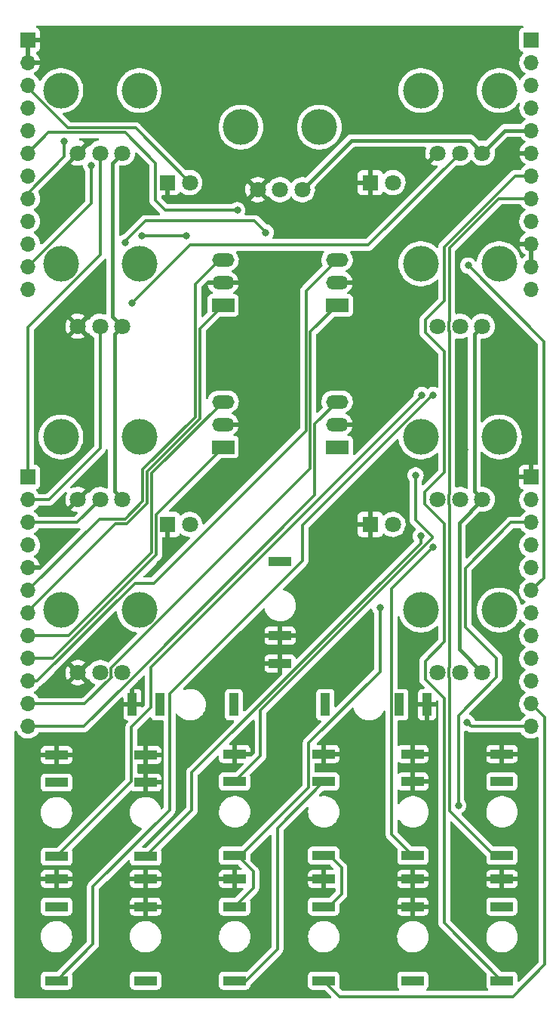
<source format=gbr>
%TF.GenerationSoftware,KiCad,Pcbnew,(5.99.0-12348-g4b436fb86d)*%
%TF.CreationDate,2021-09-23T15:10:33+01:00*%
%TF.ProjectId,Ampelope_Controls,416d7065-6c6f-4706-955f-436f6e74726f,rev?*%
%TF.SameCoordinates,Original*%
%TF.FileFunction,Copper,L1,Top*%
%TF.FilePolarity,Positive*%
%FSLAX46Y46*%
G04 Gerber Fmt 4.6, Leading zero omitted, Abs format (unit mm)*
G04 Created by KiCad (PCBNEW (5.99.0-12348-g4b436fb86d)) date 2021-09-23 15:10:33*
%MOMM*%
%LPD*%
G01*
G04 APERTURE LIST*
%TA.AperFunction,WasherPad*%
%ADD10C,4.000000*%
%TD*%
%TA.AperFunction,ComponentPad*%
%ADD11C,1.800000*%
%TD*%
%TA.AperFunction,ComponentPad*%
%ADD12R,2.500000X1.000000*%
%TD*%
%TA.AperFunction,ComponentPad*%
%ADD13R,2.500000X1.500000*%
%TD*%
%TA.AperFunction,ComponentPad*%
%ADD14O,2.500000X1.500000*%
%TD*%
%TA.AperFunction,ComponentPad*%
%ADD15R,1.800000X1.800000*%
%TD*%
%TA.AperFunction,ComponentPad*%
%ADD16R,1.000000X2.500000*%
%TD*%
%TA.AperFunction,ComponentPad*%
%ADD17R,1.700000X1.700000*%
%TD*%
%TA.AperFunction,ComponentPad*%
%ADD18O,1.700000X1.700000*%
%TD*%
%TA.AperFunction,ViaPad*%
%ADD19C,0.800000*%
%TD*%
%TA.AperFunction,Conductor*%
%ADD20C,0.300000*%
%TD*%
%TA.AperFunction,Conductor*%
%ADD21C,0.400000*%
%TD*%
G04 APERTURE END LIST*
D10*
X146100000Y-96600000D03*
X154900000Y-96600000D03*
D11*
X153000000Y-103600000D03*
X150500000Y-103600000D03*
X148000000Y-103600000D03*
D12*
X145200000Y-132120000D03*
X145200000Y-135220000D03*
X145200000Y-143520000D03*
D13*
X123900000Y-97740000D03*
D14*
X123900000Y-95200000D03*
X123900000Y-92660000D03*
D10*
X146100000Y-116000000D03*
X154900000Y-116000000D03*
D11*
X153000000Y-123000000D03*
X150500000Y-123000000D03*
X148000000Y-123000000D03*
D12*
X155200000Y-146120000D03*
X155200000Y-149220000D03*
X155200000Y-157520000D03*
X125200000Y-146120000D03*
X125200000Y-149220000D03*
X125200000Y-157520000D03*
X115200000Y-146120000D03*
X115200000Y-149220000D03*
X115200000Y-157520000D03*
D15*
X117630000Y-106400000D03*
D11*
X120170000Y-106400000D03*
D12*
X105200000Y-132220000D03*
X105200000Y-135320000D03*
X105200000Y-143620000D03*
X135200000Y-132120000D03*
X135200000Y-135220000D03*
X135200000Y-143520000D03*
D15*
X117630000Y-68100000D03*
D11*
X120170000Y-68100000D03*
D16*
X113720000Y-126600000D03*
X116820000Y-126600000D03*
X125120000Y-126600000D03*
D10*
X105700000Y-57800000D03*
X114500000Y-57800000D03*
D11*
X112600000Y-64800000D03*
X110100000Y-64800000D03*
X107600000Y-64800000D03*
D12*
X145200000Y-146120000D03*
X145200000Y-149220000D03*
X145200000Y-157520000D03*
X125200000Y-132120000D03*
X125200000Y-135220000D03*
X125200000Y-143520000D03*
D16*
X146780000Y-126600000D03*
X143680000Y-126600000D03*
X135380000Y-126600000D03*
D13*
X123900000Y-81840000D03*
D14*
X123900000Y-79300000D03*
X123900000Y-76760000D03*
D10*
X134700000Y-61900000D03*
X125900000Y-61900000D03*
D11*
X132800000Y-68900000D03*
X130300000Y-68900000D03*
X127800000Y-68900000D03*
D10*
X114500000Y-116000000D03*
X105700000Y-116000000D03*
D11*
X112600000Y-123000000D03*
X110100000Y-123000000D03*
X107600000Y-123000000D03*
D10*
X146100000Y-77200000D03*
X154900000Y-77200000D03*
D11*
X153000000Y-84200000D03*
X150500000Y-84200000D03*
X148000000Y-84200000D03*
D10*
X114500000Y-96600000D03*
X105700000Y-96600000D03*
D11*
X112600000Y-103600000D03*
X110100000Y-103600000D03*
X107600000Y-103600000D03*
D10*
X114500000Y-77200000D03*
X105700000Y-77200000D03*
D11*
X112600000Y-84200000D03*
X110100000Y-84200000D03*
X107600000Y-84200000D03*
D13*
X136700000Y-81840000D03*
D14*
X136700000Y-79300000D03*
X136700000Y-76760000D03*
D15*
X140430000Y-68100000D03*
D11*
X142970000Y-68100000D03*
D12*
X105200000Y-146120000D03*
X105200000Y-149220000D03*
X105200000Y-157520000D03*
X130300000Y-121980000D03*
X130300000Y-118880000D03*
X130300000Y-110580000D03*
D13*
X136700000Y-97740000D03*
D14*
X136700000Y-95200000D03*
X136700000Y-92660000D03*
D10*
X154900000Y-57800000D03*
X146100000Y-57800000D03*
D11*
X153000000Y-64800000D03*
X150500000Y-64800000D03*
X148000000Y-64800000D03*
D12*
X155200000Y-132120000D03*
X155200000Y-135220000D03*
X155200000Y-143520000D03*
D15*
X140430000Y-106400000D03*
D11*
X142970000Y-106400000D03*
D12*
X115200000Y-132220000D03*
X115200000Y-135320000D03*
X115200000Y-143620000D03*
X135200000Y-146120000D03*
X135200000Y-149220000D03*
X135200000Y-157520000D03*
D17*
X158500000Y-101100000D03*
D18*
X158500000Y-103640000D03*
X158500000Y-106180000D03*
X158500000Y-108720000D03*
X158500000Y-111260000D03*
X158500000Y-113800000D03*
X158500000Y-116340000D03*
X158500000Y-118880000D03*
X158500000Y-121420000D03*
X158500000Y-123960000D03*
X158500000Y-126500000D03*
X158500000Y-129040000D03*
D17*
X102000000Y-101100000D03*
D18*
X102000000Y-103640000D03*
X102000000Y-106180000D03*
X102000000Y-108720000D03*
X102000000Y-111260000D03*
X102000000Y-113800000D03*
X102000000Y-116340000D03*
X102000000Y-118880000D03*
X102000000Y-121420000D03*
X102000000Y-123960000D03*
X102000000Y-126500000D03*
X102000000Y-129040000D03*
D17*
X158500000Y-52100000D03*
D18*
X158500000Y-54640000D03*
X158500000Y-57180000D03*
X158500000Y-59720000D03*
X158500000Y-62260000D03*
X158500000Y-64800000D03*
X158500000Y-67340000D03*
X158500000Y-69880000D03*
X158500000Y-72420000D03*
X158500000Y-74960000D03*
X158500000Y-77500000D03*
X158500000Y-80040000D03*
D17*
X102000000Y-52100000D03*
D18*
X102000000Y-54640000D03*
X102000000Y-57180000D03*
X102000000Y-59720000D03*
X102000000Y-62260000D03*
X102000000Y-64800000D03*
X102000000Y-67340000D03*
X102000000Y-69880000D03*
X102000000Y-72420000D03*
X102000000Y-74960000D03*
X102000000Y-77500000D03*
X102000000Y-80040000D03*
D19*
X110000000Y-79000000D03*
X113000000Y-73000000D03*
X125300000Y-55000000D03*
X147000000Y-52000000D03*
X141000000Y-94000000D03*
X114000000Y-68000000D03*
X151000000Y-98000000D03*
X141000000Y-77000000D03*
X114000000Y-52000000D03*
X155100000Y-73300000D03*
X135200000Y-55000000D03*
X156300000Y-127300000D03*
X106000000Y-70000000D03*
X138700000Y-120000000D03*
X132600000Y-76300000D03*
X152300000Y-113200000D03*
X156000000Y-89000000D03*
X116800000Y-110800000D03*
X145500000Y-120100000D03*
X145500000Y-100900000D03*
X141500000Y-115700000D03*
X146100000Y-107700000D03*
X150300000Y-137900000D03*
X147500000Y-108924500D03*
X146200000Y-91900000D03*
X147500000Y-91900000D03*
X106100000Y-63500000D03*
X125500000Y-71200000D03*
X151287701Y-128587701D03*
X151400000Y-77400000D03*
X113700000Y-81600000D03*
X109100000Y-66200000D03*
X119800000Y-74100000D03*
X114800000Y-74100000D03*
X128700000Y-73700000D03*
X112900000Y-74824500D03*
D20*
X128100000Y-132320000D02*
X125200000Y-135220000D01*
X128100000Y-127214739D02*
X128100000Y-132320000D01*
X145500000Y-100900000D02*
X145500000Y-105900000D01*
X147350000Y-107964739D02*
X128100000Y-127214739D01*
X145500000Y-105900000D02*
X147350000Y-107750000D01*
X147350000Y-107750000D02*
X147350000Y-107964739D01*
X133500000Y-135900000D02*
X133500000Y-130900000D01*
X125880000Y-143520000D02*
X133500000Y-135900000D01*
X127300000Y-147120000D02*
X125200000Y-149220000D01*
X133500000Y-130900000D02*
X141500000Y-122900000D01*
X141500000Y-122900000D02*
X141500000Y-115700000D01*
X125520000Y-143520000D02*
X127300000Y-145300000D01*
X127300000Y-145300000D02*
X127300000Y-147120000D01*
X130000000Y-154000000D02*
X126480000Y-157520000D01*
X130000000Y-140420000D02*
X130000000Y-154000000D01*
X135200000Y-135220000D02*
X130000000Y-140420000D01*
X126480000Y-157520000D02*
X125200000Y-157520000D01*
X137190000Y-147810000D02*
X137190000Y-144890000D01*
X137190000Y-144890000D02*
X135820000Y-143520000D01*
X135780000Y-149220000D02*
X137190000Y-147810000D01*
X160000000Y-128000000D02*
X160000000Y-155700000D01*
X160000000Y-155700000D02*
X156400000Y-159300000D01*
X136980000Y-159300000D02*
X135200000Y-157520000D01*
X158500000Y-126500000D02*
X160000000Y-128000000D01*
X156400000Y-159300000D02*
X136980000Y-159300000D01*
X120400000Y-138420000D02*
X115200000Y-143620000D01*
X146100000Y-108500000D02*
X120400000Y-134200000D01*
X120400000Y-134200000D02*
X120400000Y-138420000D01*
X146100000Y-107700000D02*
X146100000Y-108500000D01*
X154600000Y-121400000D02*
X151100000Y-117900000D01*
X150300000Y-137900000D02*
X150300000Y-127800000D01*
X151100000Y-117900000D02*
X151100000Y-111300000D01*
X150300000Y-127800000D02*
X154600000Y-123500000D01*
X151100000Y-111300000D02*
X156220000Y-106180000D01*
X156220000Y-106180000D02*
X158500000Y-106180000D01*
X154600000Y-123500000D02*
X154600000Y-121400000D01*
X142800000Y-141120000D02*
X145200000Y-143520000D01*
X147500000Y-108924500D02*
X147475500Y-108924500D01*
X142800000Y-113600000D02*
X142800000Y-141120000D01*
X147475500Y-108924500D02*
X142800000Y-113600000D01*
X146200000Y-91900000D02*
X146200000Y-92000000D01*
X115800000Y-126919022D02*
X113600000Y-129119022D01*
X146200000Y-92000000D02*
X115800000Y-122400000D01*
X113600000Y-135220000D02*
X105200000Y-143620000D01*
X115800000Y-122400000D02*
X115800000Y-126919022D01*
X113600000Y-129119022D02*
X113600000Y-135220000D01*
X132800000Y-110479022D02*
X117900000Y-125379022D01*
X109300000Y-147000000D02*
X109300000Y-153420000D01*
X147500000Y-91900000D02*
X147400000Y-91900000D01*
X117900000Y-138400000D02*
X109300000Y-147000000D01*
X109300000Y-153420000D02*
X105200000Y-157520000D01*
X147400000Y-91900000D02*
X132800000Y-106500000D01*
X132800000Y-106500000D02*
X132800000Y-110479022D01*
X117900000Y-125379022D02*
X117900000Y-138400000D01*
X149250489Y-122482435D02*
X149250489Y-123517565D01*
X149300000Y-75435718D02*
X149300000Y-83632924D01*
X149250489Y-123517565D02*
X149300000Y-123567076D01*
X154855718Y-69880000D02*
X149300000Y-75435718D01*
X149300000Y-122432924D02*
X149250489Y-122482435D01*
X149250489Y-103082435D02*
X149250489Y-104117565D01*
X149250489Y-83682435D02*
X149250489Y-84717565D01*
X158500000Y-69880000D02*
X154855718Y-69880000D01*
X149300000Y-138460000D02*
X154360000Y-143520000D01*
X149300000Y-103032924D02*
X149250489Y-103082435D01*
X149300000Y-83632924D02*
X149250489Y-83682435D01*
X149250489Y-84717565D02*
X149300000Y-84767076D01*
X149300000Y-104167076D02*
X149300000Y-122432924D01*
X149250489Y-104117565D02*
X149300000Y-104167076D01*
X149300000Y-84767076D02*
X149300000Y-103032924D01*
X149300000Y-123567076D02*
X149300000Y-138460000D01*
X148724991Y-125924991D02*
X148724991Y-151044991D01*
X146500000Y-102800000D02*
X146500000Y-104100000D01*
X146600000Y-123800000D02*
X148724991Y-125924991D01*
X146500000Y-104100000D02*
X148724991Y-106324991D01*
X146600000Y-121700000D02*
X146600000Y-123800000D01*
X148724991Y-81375009D02*
X146600000Y-83500000D01*
X148724992Y-75304298D02*
X148724991Y-81375009D01*
X146600000Y-84900000D02*
X148724991Y-87024991D01*
X156689290Y-67340000D02*
X148724992Y-75304298D01*
X148724991Y-119575009D02*
X146600000Y-121700000D01*
X148724991Y-106324991D02*
X148724991Y-119575009D01*
X148724991Y-87024991D02*
X148724991Y-100575009D01*
X158500000Y-67340000D02*
X156689290Y-67340000D01*
X148724991Y-151044991D02*
X155200000Y-157520000D01*
X148724991Y-100575009D02*
X146500000Y-102800000D01*
X146600000Y-83500000D02*
X146600000Y-84900000D01*
D21*
X150400000Y-106200000D02*
X153000000Y-103600000D01*
X112600000Y-103600000D02*
X111700000Y-102700000D01*
X138300000Y-63400000D02*
X132800000Y-68900000D01*
X152100000Y-102700000D02*
X153000000Y-103600000D01*
X151600000Y-63400000D02*
X138300000Y-63400000D01*
X153000000Y-64800000D02*
X151600000Y-63400000D01*
X111700000Y-102700000D02*
X111700000Y-85100000D01*
X152100000Y-85100000D02*
X152100000Y-102700000D01*
X111500000Y-65900000D02*
X112600000Y-64800000D01*
X150400000Y-120400000D02*
X150400000Y-106200000D01*
X112600000Y-84200000D02*
X111500000Y-83100000D01*
X111500000Y-83100000D02*
X111500000Y-65900000D01*
X155540000Y-62260000D02*
X153000000Y-64800000D01*
X153000000Y-84200000D02*
X152100000Y-85100000D01*
X111700000Y-85100000D02*
X112600000Y-84200000D01*
X153000000Y-123000000D02*
X150400000Y-120400000D01*
X158500000Y-62260000D02*
X155540000Y-62260000D01*
D20*
X114070000Y-62000000D02*
X120170000Y-68100000D01*
X102000000Y-57500000D02*
X106500000Y-62000000D01*
X106500000Y-62000000D02*
X114070000Y-62000000D01*
X106100000Y-65200000D02*
X102000000Y-69300000D01*
X106100000Y-63500000D02*
X106100000Y-65200000D01*
X117400000Y-71200000D02*
X125500000Y-71200000D01*
X116300000Y-65900000D02*
X116300000Y-70100000D01*
X116300000Y-70100000D02*
X117400000Y-71200000D01*
X102000000Y-64800000D02*
X104300000Y-62500000D01*
X104300000Y-62500000D02*
X112900000Y-62500000D01*
X112900000Y-62500000D02*
X116300000Y-65900000D01*
X151287701Y-128587701D02*
X151740000Y-129040000D01*
X151740000Y-129040000D02*
X158500000Y-129040000D01*
X159900000Y-112400000D02*
X158500000Y-113800000D01*
X159900000Y-85900000D02*
X159900000Y-112400000D01*
X151400000Y-77400000D02*
X159900000Y-85900000D01*
X121299520Y-84440480D02*
X123900000Y-81840000D01*
X115381450Y-104018550D02*
X115381450Y-100472122D01*
X111800000Y-106300000D02*
X113099999Y-106300000D01*
X115381450Y-100472122D02*
X121299520Y-94554051D01*
X121299519Y-94554051D02*
X121299520Y-84440480D01*
X113099999Y-106300000D02*
X115381450Y-104018550D01*
X102295717Y-115804283D02*
X111800000Y-106300000D01*
X120800000Y-79500000D02*
X120800000Y-94347144D01*
X114881929Y-100265215D02*
X114881929Y-103811643D01*
X112893092Y-105800480D02*
X109999520Y-105800480D01*
X109999520Y-105800480D02*
X102000000Y-113800000D01*
X120800000Y-94347144D02*
X114881929Y-100265215D01*
X114881929Y-103811643D02*
X112893092Y-105800480D01*
X123540000Y-76760000D02*
X120800000Y-79500000D01*
X116380489Y-105319511D02*
X116380488Y-109825940D01*
X106826909Y-119379519D02*
X106820481Y-119379519D01*
X116087876Y-110118551D02*
X106826909Y-119379519D01*
X106820481Y-119379519D02*
X104780000Y-121420000D01*
X116380488Y-109825940D02*
X116087876Y-110118551D01*
X123900000Y-97800000D02*
X116380489Y-105319511D01*
X104780000Y-121420000D02*
X102000000Y-121420000D01*
X115880969Y-100679031D02*
X123900000Y-92660000D01*
X115880969Y-109569031D02*
X115880969Y-100679031D01*
X106570000Y-118880000D02*
X115880969Y-109569031D01*
X102000000Y-118880000D02*
X106570000Y-118880000D01*
X133700000Y-84840000D02*
X136700000Y-81840000D01*
X102000000Y-126500000D02*
X108382699Y-126500000D01*
X111350489Y-123517565D02*
X111350489Y-122482435D01*
X108382699Y-126500000D02*
X111357812Y-123524887D01*
X111350489Y-122482435D02*
X133700000Y-100132924D01*
X111357812Y-123524887D02*
X111350489Y-123517565D01*
X133700000Y-100132924D02*
X133700000Y-84840000D01*
X116100960Y-113000000D02*
X133200480Y-95900480D01*
X133200480Y-95900480D02*
X133200480Y-80259520D01*
X133200480Y-80259520D02*
X136700000Y-76760000D01*
X103040000Y-123960000D02*
X114000000Y-113000000D01*
X102000000Y-123960000D02*
X103040000Y-123960000D01*
X114000000Y-113000000D02*
X116100960Y-113000000D01*
X108291721Y-129040000D02*
X113082210Y-124249511D01*
X113849511Y-123517565D02*
X113849511Y-123482210D01*
X113849511Y-123482210D02*
X134200000Y-103131721D01*
X134200000Y-103131721D02*
X134200000Y-95160000D01*
X113117565Y-124249511D02*
X113849511Y-123517565D01*
X102000000Y-129040000D02*
X108291721Y-129040000D01*
X113082210Y-124249511D02*
X113117565Y-124249511D01*
X134200000Y-95160000D02*
X136700000Y-92660000D01*
X102000000Y-101100000D02*
X102000000Y-84300000D01*
X110100000Y-76200000D02*
X110100000Y-64800000D01*
X102000000Y-84300000D02*
X110100000Y-76200000D01*
X110100000Y-97900000D02*
X110100000Y-84200000D01*
X102000000Y-103640000D02*
X104360000Y-103640000D01*
X104360000Y-103640000D02*
X110100000Y-97900000D01*
X107520000Y-106180000D02*
X110100000Y-103600000D01*
X102000000Y-106180000D02*
X107520000Y-106180000D01*
X140200000Y-75100000D02*
X150500000Y-64800000D01*
X113700000Y-81600000D02*
X120200000Y-75100000D01*
X120200000Y-75100000D02*
X140200000Y-75100000D01*
X109100000Y-66200000D02*
X109100000Y-70400000D01*
X109100000Y-70400000D02*
X102000000Y-77500000D01*
X114800000Y-74100000D02*
X119800000Y-74100000D01*
X127424614Y-72400000D02*
X128700000Y-73675386D01*
X112900000Y-74824500D02*
X112900000Y-74700000D01*
X115200000Y-72400000D02*
X127424614Y-72400000D01*
X128700000Y-73675386D02*
X128700000Y-73700000D01*
X112900000Y-74700000D02*
X115200000Y-72400000D01*
%TA.AperFunction,Conductor*%
G36*
X140532791Y-115817374D02*
G01*
X140589627Y-115859921D01*
X140608591Y-115896491D01*
X140665473Y-116071556D01*
X140668776Y-116077278D01*
X140668777Y-116077279D01*
X140688413Y-116111290D01*
X140760960Y-116236944D01*
X140765378Y-116241851D01*
X140765379Y-116241852D01*
X140809136Y-116290449D01*
X140839854Y-116354456D01*
X140841500Y-116374759D01*
X140841500Y-122575051D01*
X140821498Y-122643172D01*
X140804595Y-122664146D01*
X136603595Y-126865145D01*
X136541283Y-126899171D01*
X136470467Y-126894106D01*
X136413632Y-126851559D01*
X136388821Y-126785039D01*
X136388500Y-126776050D01*
X136388500Y-125301866D01*
X136381745Y-125239684D01*
X136330615Y-125103295D01*
X136243261Y-124986739D01*
X136126705Y-124899385D01*
X135990316Y-124848255D01*
X135928134Y-124841500D01*
X134831866Y-124841500D01*
X134769684Y-124848255D01*
X134633295Y-124899385D01*
X134516739Y-124986739D01*
X134429385Y-125103295D01*
X134378255Y-125239684D01*
X134371500Y-125301866D01*
X134371500Y-127898134D01*
X134378255Y-127960316D01*
X134429385Y-128096705D01*
X134516739Y-128213261D01*
X134633295Y-128300615D01*
X134769684Y-128351745D01*
X134819249Y-128357129D01*
X134821519Y-128357376D01*
X134887081Y-128384618D01*
X134927507Y-128442981D01*
X134929962Y-128513935D01*
X134897006Y-128571734D01*
X133092395Y-130376345D01*
X133083615Y-130384335D01*
X133083613Y-130384337D01*
X133076920Y-130388584D01*
X133071494Y-130394362D01*
X133071493Y-130394363D01*
X133028396Y-130440257D01*
X133025641Y-130443099D01*
X133005073Y-130463667D01*
X133002356Y-130467170D01*
X132994648Y-130476195D01*
X132963028Y-130509867D01*
X132959207Y-130516818D01*
X132959206Y-130516819D01*
X132952697Y-130528658D01*
X132941843Y-130545182D01*
X132934018Y-130555271D01*
X132928696Y-130562132D01*
X132925549Y-130569404D01*
X132925548Y-130569406D01*
X132910346Y-130604535D01*
X132905124Y-130615195D01*
X132882876Y-130655663D01*
X132877541Y-130676441D01*
X132871142Y-130695131D01*
X132862620Y-130714824D01*
X132861380Y-130722655D01*
X132855394Y-130760448D01*
X132852987Y-130772071D01*
X132841500Y-130816812D01*
X132841500Y-130838259D01*
X132839949Y-130857969D01*
X132836594Y-130879152D01*
X132838895Y-130903489D01*
X132840941Y-130925138D01*
X132841500Y-130936996D01*
X132841500Y-135575051D01*
X132821498Y-135643172D01*
X132804595Y-135664146D01*
X125994145Y-142474595D01*
X125931833Y-142508621D01*
X125905050Y-142511500D01*
X123901866Y-142511500D01*
X123839684Y-142518255D01*
X123703295Y-142569385D01*
X123586739Y-142656739D01*
X123499385Y-142773295D01*
X123448255Y-142909684D01*
X123441500Y-142971866D01*
X123441500Y-144068134D01*
X123448255Y-144130316D01*
X123499385Y-144266705D01*
X123586739Y-144383261D01*
X123703295Y-144470615D01*
X123839684Y-144521745D01*
X123901866Y-144528500D01*
X125545050Y-144528500D01*
X125613171Y-144548502D01*
X125634145Y-144565405D01*
X125965645Y-144896905D01*
X125999671Y-144959217D01*
X125994606Y-145030032D01*
X125952059Y-145086868D01*
X125885539Y-145111679D01*
X125876550Y-145112000D01*
X125472115Y-145112000D01*
X125456876Y-145116475D01*
X125455671Y-145117865D01*
X125454000Y-145125548D01*
X125454000Y-147109884D01*
X125458475Y-147125123D01*
X125459865Y-147126328D01*
X125467548Y-147127999D01*
X126056552Y-147127999D01*
X126124673Y-147148001D01*
X126171166Y-147201657D01*
X126181270Y-147271931D01*
X126151776Y-147336511D01*
X126145665Y-147343075D01*
X125314143Y-148174597D01*
X125251833Y-148208621D01*
X125225050Y-148211500D01*
X123901866Y-148211500D01*
X123839684Y-148218255D01*
X123703295Y-148269385D01*
X123586739Y-148356739D01*
X123499385Y-148473295D01*
X123448255Y-148609684D01*
X123441500Y-148671866D01*
X123441500Y-149768134D01*
X123448255Y-149830316D01*
X123499385Y-149966705D01*
X123586739Y-150083261D01*
X123703295Y-150170615D01*
X123839684Y-150221745D01*
X123901866Y-150228500D01*
X126498134Y-150228500D01*
X126560316Y-150221745D01*
X126696705Y-150170615D01*
X126813261Y-150083261D01*
X126900615Y-149966705D01*
X126951745Y-149830316D01*
X126958500Y-149768134D01*
X126958500Y-148671866D01*
X126951745Y-148609684D01*
X126922916Y-148532783D01*
X126917733Y-148461975D01*
X126951802Y-148399458D01*
X127707604Y-147643655D01*
X127716385Y-147635665D01*
X127716387Y-147635664D01*
X127723080Y-147631416D01*
X127771621Y-147579725D01*
X127774375Y-147576884D01*
X127794926Y-147556333D01*
X127797638Y-147552837D01*
X127805349Y-147543808D01*
X127831544Y-147515913D01*
X127836972Y-147510133D01*
X127847301Y-147491345D01*
X127858158Y-147474816D01*
X127866447Y-147464131D01*
X127866448Y-147464129D01*
X127871304Y-147457869D01*
X127889657Y-147415456D01*
X127894868Y-147404819D01*
X127917124Y-147364337D01*
X127922457Y-147343566D01*
X127928859Y-147324864D01*
X127937379Y-147305177D01*
X127944605Y-147259552D01*
X127947013Y-147247926D01*
X127956529Y-147210865D01*
X127956529Y-147210864D01*
X127958500Y-147203188D01*
X127958500Y-147181742D01*
X127960051Y-147162031D01*
X127962166Y-147148678D01*
X127963406Y-147140849D01*
X127959059Y-147094864D01*
X127958500Y-147083006D01*
X127958500Y-145382056D01*
X127959059Y-145370200D01*
X127959059Y-145370197D01*
X127960788Y-145362463D01*
X127958562Y-145291631D01*
X127958500Y-145287673D01*
X127958500Y-145258568D01*
X127957944Y-145254168D01*
X127957012Y-145242330D01*
X127955811Y-145204094D01*
X127955562Y-145196169D01*
X127949580Y-145175579D01*
X127945570Y-145156216D01*
X127943875Y-145142796D01*
X127943875Y-145142795D01*
X127942882Y-145134936D01*
X127939966Y-145127571D01*
X127939965Y-145127567D01*
X127925874Y-145091979D01*
X127922035Y-145080769D01*
X127909145Y-145036400D01*
X127898225Y-145017935D01*
X127889534Y-145000195D01*
X127881635Y-144980244D01*
X127854482Y-144942871D01*
X127847967Y-144932952D01*
X127828493Y-144900023D01*
X127828490Y-144900019D01*
X127824453Y-144893193D01*
X127809289Y-144878029D01*
X127796448Y-144862995D01*
X127788501Y-144852057D01*
X127783841Y-144845643D01*
X127748247Y-144816197D01*
X127739468Y-144808208D01*
X126995405Y-144064145D01*
X126961379Y-144001833D01*
X126958500Y-143975050D01*
X126958500Y-143424950D01*
X126978502Y-143356829D01*
X126995405Y-143335855D01*
X129126405Y-141204855D01*
X129188717Y-141170829D01*
X129259532Y-141175894D01*
X129316368Y-141218441D01*
X129341179Y-141284961D01*
X129341500Y-141293950D01*
X129341500Y-153675050D01*
X129321498Y-153743171D01*
X129304595Y-153764145D01*
X126593790Y-156474950D01*
X126531478Y-156508976D01*
X126498934Y-156511587D01*
X126498134Y-156511500D01*
X123901866Y-156511500D01*
X123839684Y-156518255D01*
X123703295Y-156569385D01*
X123586739Y-156656739D01*
X123499385Y-156773295D01*
X123448255Y-156909684D01*
X123441500Y-156971866D01*
X123441500Y-158068134D01*
X123448255Y-158130316D01*
X123499385Y-158266705D01*
X123586739Y-158383261D01*
X123703295Y-158470615D01*
X123839684Y-158521745D01*
X123901866Y-158528500D01*
X126498134Y-158528500D01*
X126560316Y-158521745D01*
X126696705Y-158470615D01*
X126813261Y-158383261D01*
X126900615Y-158266705D01*
X126951745Y-158130316D01*
X126958500Y-158068134D01*
X126958500Y-158024950D01*
X126978502Y-157956829D01*
X126995405Y-157935855D01*
X130407605Y-154523655D01*
X130416385Y-154515665D01*
X130416387Y-154515663D01*
X130423080Y-154511416D01*
X130471605Y-154459742D01*
X130474359Y-154456901D01*
X130494927Y-154436333D01*
X130497647Y-154432826D01*
X130505353Y-154423804D01*
X130531544Y-154395913D01*
X130536972Y-154390133D01*
X130540794Y-154383181D01*
X130547303Y-154371342D01*
X130558157Y-154354818D01*
X130566445Y-154344132D01*
X130571304Y-154337868D01*
X130574452Y-154330594D01*
X130589654Y-154295465D01*
X130594876Y-154284805D01*
X130613305Y-154251284D01*
X130613306Y-154251282D01*
X130617124Y-154244337D01*
X130622459Y-154223559D01*
X130628858Y-154204869D01*
X130637380Y-154185176D01*
X130644606Y-154139552D01*
X130647013Y-154127929D01*
X130654786Y-154097655D01*
X130658500Y-154083188D01*
X130658500Y-154061741D01*
X130660051Y-154042031D01*
X130662166Y-154028677D01*
X130663406Y-154020848D01*
X130659059Y-153974859D01*
X130658500Y-153963004D01*
X130658500Y-152553839D01*
X133437173Y-152553839D01*
X133449713Y-152814908D01*
X133500704Y-153071256D01*
X133589026Y-153317252D01*
X133591242Y-153321376D01*
X133677409Y-153481741D01*
X133712737Y-153547491D01*
X133715532Y-153551234D01*
X133715534Y-153551237D01*
X133866330Y-153753177D01*
X133866335Y-153753183D01*
X133869122Y-153756915D01*
X133872431Y-153760195D01*
X133872436Y-153760201D01*
X134049439Y-153935665D01*
X134054743Y-153940923D01*
X134058505Y-153943681D01*
X134058508Y-153943684D01*
X134192637Y-154042031D01*
X134265524Y-154095474D01*
X134269667Y-154097654D01*
X134269669Y-154097655D01*
X134492684Y-154214989D01*
X134492689Y-154214991D01*
X134496834Y-154217172D01*
X134574622Y-154244337D01*
X134705431Y-154290018D01*
X134743590Y-154303344D01*
X134748183Y-154304216D01*
X134995785Y-154351224D01*
X134995788Y-154351224D01*
X135000374Y-154352095D01*
X135130959Y-154357226D01*
X135256875Y-154362174D01*
X135256881Y-154362174D01*
X135261543Y-154362357D01*
X135340977Y-154353657D01*
X135516707Y-154334412D01*
X135516712Y-154334411D01*
X135521360Y-154333902D01*
X135634116Y-154304216D01*
X135769594Y-154268548D01*
X135769596Y-154268547D01*
X135774117Y-154267357D01*
X136014262Y-154164182D01*
X136236519Y-154026646D01*
X136240082Y-154023629D01*
X136240087Y-154023626D01*
X136432439Y-153860787D01*
X136432440Y-153860786D01*
X136436005Y-153857768D01*
X136508750Y-153774818D01*
X136605257Y-153664774D01*
X136605261Y-153664769D01*
X136608339Y-153661259D01*
X136625897Y-153633963D01*
X136730187Y-153471824D01*
X136749733Y-153441437D01*
X136857083Y-153203129D01*
X136868352Y-153163171D01*
X136926760Y-152956076D01*
X136926761Y-152956073D01*
X136928030Y-152951572D01*
X136944832Y-152819496D01*
X136960616Y-152695421D01*
X136960616Y-152695417D01*
X136961014Y-152692291D01*
X136963431Y-152600000D01*
X136960001Y-152553839D01*
X143437173Y-152553839D01*
X143449713Y-152814908D01*
X143500704Y-153071256D01*
X143589026Y-153317252D01*
X143591242Y-153321376D01*
X143677409Y-153481741D01*
X143712737Y-153547491D01*
X143715532Y-153551234D01*
X143715534Y-153551237D01*
X143866330Y-153753177D01*
X143866335Y-153753183D01*
X143869122Y-153756915D01*
X143872431Y-153760195D01*
X143872436Y-153760201D01*
X144049439Y-153935665D01*
X144054743Y-153940923D01*
X144058505Y-153943681D01*
X144058508Y-153943684D01*
X144192637Y-154042031D01*
X144265524Y-154095474D01*
X144269667Y-154097654D01*
X144269669Y-154097655D01*
X144492684Y-154214989D01*
X144492689Y-154214991D01*
X144496834Y-154217172D01*
X144574622Y-154244337D01*
X144705431Y-154290018D01*
X144743590Y-154303344D01*
X144748183Y-154304216D01*
X144995785Y-154351224D01*
X144995788Y-154351224D01*
X145000374Y-154352095D01*
X145130959Y-154357226D01*
X145256875Y-154362174D01*
X145256881Y-154362174D01*
X145261543Y-154362357D01*
X145340977Y-154353657D01*
X145516707Y-154334412D01*
X145516712Y-154334411D01*
X145521360Y-154333902D01*
X145634116Y-154304216D01*
X145769594Y-154268548D01*
X145769596Y-154268547D01*
X145774117Y-154267357D01*
X146014262Y-154164182D01*
X146236519Y-154026646D01*
X146240082Y-154023629D01*
X146240087Y-154023626D01*
X146432439Y-153860787D01*
X146432440Y-153860786D01*
X146436005Y-153857768D01*
X146508750Y-153774818D01*
X146605257Y-153664774D01*
X146605261Y-153664769D01*
X146608339Y-153661259D01*
X146625897Y-153633963D01*
X146730187Y-153471824D01*
X146749733Y-153441437D01*
X146857083Y-153203129D01*
X146868352Y-153163171D01*
X146926760Y-152956076D01*
X146926761Y-152956073D01*
X146928030Y-152951572D01*
X146944832Y-152819496D01*
X146960616Y-152695421D01*
X146960616Y-152695417D01*
X146961014Y-152692291D01*
X146963431Y-152600000D01*
X146944061Y-152339348D01*
X146932725Y-152289248D01*
X146887408Y-152088980D01*
X146886377Y-152084423D01*
X146791647Y-151840823D01*
X146661951Y-151613902D01*
X146500138Y-151408643D01*
X146309763Y-151229557D01*
X146126844Y-151102661D01*
X146098851Y-151083241D01*
X146098848Y-151083239D01*
X146095009Y-151080576D01*
X146090816Y-151078508D01*
X145864781Y-150967040D01*
X145864778Y-150967039D01*
X145860593Y-150964975D01*
X145814449Y-150950204D01*
X145616123Y-150886720D01*
X145611665Y-150885293D01*
X145353693Y-150843279D01*
X145239942Y-150841790D01*
X145097022Y-150839919D01*
X145097019Y-150839919D01*
X145092345Y-150839858D01*
X144833362Y-150875104D01*
X144582433Y-150948243D01*
X144578180Y-150950203D01*
X144578179Y-150950204D01*
X144541659Y-150967040D01*
X144345072Y-151057668D01*
X144295024Y-151090481D01*
X144130404Y-151198410D01*
X144130399Y-151198414D01*
X144126491Y-151200976D01*
X143931494Y-151375018D01*
X143764363Y-151575970D01*
X143628771Y-151799419D01*
X143527697Y-152040455D01*
X143463359Y-152293783D01*
X143437173Y-152553839D01*
X136960001Y-152553839D01*
X136944061Y-152339348D01*
X136932725Y-152289248D01*
X136887408Y-152088980D01*
X136886377Y-152084423D01*
X136791647Y-151840823D01*
X136661951Y-151613902D01*
X136500138Y-151408643D01*
X136309763Y-151229557D01*
X136126844Y-151102661D01*
X136098851Y-151083241D01*
X136098848Y-151083239D01*
X136095009Y-151080576D01*
X136090816Y-151078508D01*
X135864781Y-150967040D01*
X135864778Y-150967039D01*
X135860593Y-150964975D01*
X135814449Y-150950204D01*
X135616123Y-150886720D01*
X135611665Y-150885293D01*
X135353693Y-150843279D01*
X135239942Y-150841790D01*
X135097022Y-150839919D01*
X135097019Y-150839919D01*
X135092345Y-150839858D01*
X134833362Y-150875104D01*
X134582433Y-150948243D01*
X134578180Y-150950203D01*
X134578179Y-150950204D01*
X134541659Y-150967040D01*
X134345072Y-151057668D01*
X134295024Y-151090481D01*
X134130404Y-151198410D01*
X134130399Y-151198414D01*
X134126491Y-151200976D01*
X133931494Y-151375018D01*
X133764363Y-151575970D01*
X133628771Y-151799419D01*
X133527697Y-152040455D01*
X133463359Y-152293783D01*
X133437173Y-152553839D01*
X130658500Y-152553839D01*
X130658500Y-146387548D01*
X133442001Y-146387548D01*
X133442001Y-146664669D01*
X133442371Y-146671490D01*
X133447895Y-146722352D01*
X133451521Y-146737604D01*
X133496676Y-146858054D01*
X133505214Y-146873649D01*
X133581715Y-146975724D01*
X133594276Y-146988285D01*
X133696351Y-147064786D01*
X133711946Y-147073324D01*
X133832394Y-147118478D01*
X133847649Y-147122105D01*
X133898514Y-147127631D01*
X133905328Y-147128000D01*
X134927885Y-147128000D01*
X134943124Y-147123525D01*
X134944329Y-147122135D01*
X134946000Y-147114452D01*
X134946000Y-146392115D01*
X134941525Y-146376876D01*
X134940135Y-146375671D01*
X134932452Y-146374000D01*
X133460116Y-146374000D01*
X133444877Y-146378475D01*
X133443672Y-146379865D01*
X133442001Y-146387548D01*
X130658500Y-146387548D01*
X130658500Y-145575328D01*
X133442000Y-145575328D01*
X133442000Y-145847885D01*
X133446475Y-145863124D01*
X133447865Y-145864329D01*
X133455548Y-145866000D01*
X134927885Y-145866000D01*
X134943124Y-145861525D01*
X134944329Y-145860135D01*
X134946000Y-145852452D01*
X134946000Y-145130116D01*
X134941525Y-145114877D01*
X134940135Y-145113672D01*
X134932452Y-145112001D01*
X133905331Y-145112001D01*
X133898510Y-145112371D01*
X133847648Y-145117895D01*
X133832396Y-145121521D01*
X133711946Y-145166676D01*
X133696351Y-145175214D01*
X133594276Y-145251715D01*
X133581715Y-145264276D01*
X133505214Y-145366351D01*
X133496676Y-145381946D01*
X133451522Y-145502394D01*
X133447895Y-145517649D01*
X133442369Y-145568514D01*
X133442000Y-145575328D01*
X130658500Y-145575328D01*
X130658500Y-142971866D01*
X133441500Y-142971866D01*
X133441500Y-144068134D01*
X133448255Y-144130316D01*
X133499385Y-144266705D01*
X133586739Y-144383261D01*
X133703295Y-144470615D01*
X133839684Y-144521745D01*
X133901866Y-144528500D01*
X135845050Y-144528500D01*
X135913171Y-144548502D01*
X135934145Y-144565405D01*
X136265645Y-144896905D01*
X136299671Y-144959217D01*
X136294606Y-145030032D01*
X136252059Y-145086868D01*
X136185539Y-145111679D01*
X136176550Y-145112000D01*
X135472115Y-145112000D01*
X135456876Y-145116475D01*
X135455671Y-145117865D01*
X135454000Y-145125548D01*
X135454000Y-147109884D01*
X135458475Y-147125123D01*
X135459865Y-147126328D01*
X135467548Y-147127999D01*
X136405500Y-147127999D01*
X136473621Y-147148001D01*
X136520114Y-147201657D01*
X136531500Y-147253999D01*
X136531500Y-147485050D01*
X136511498Y-147553171D01*
X136494595Y-147574145D01*
X135894145Y-148174595D01*
X135831833Y-148208621D01*
X135805050Y-148211500D01*
X133901866Y-148211500D01*
X133839684Y-148218255D01*
X133703295Y-148269385D01*
X133586739Y-148356739D01*
X133499385Y-148473295D01*
X133448255Y-148609684D01*
X133441500Y-148671866D01*
X133441500Y-149768134D01*
X133448255Y-149830316D01*
X133499385Y-149966705D01*
X133586739Y-150083261D01*
X133703295Y-150170615D01*
X133839684Y-150221745D01*
X133901866Y-150228500D01*
X136498134Y-150228500D01*
X136560316Y-150221745D01*
X136696705Y-150170615D01*
X136813261Y-150083261D01*
X136900615Y-149966705D01*
X136951745Y-149830316D01*
X136958500Y-149768134D01*
X136958500Y-149487548D01*
X143442001Y-149487548D01*
X143442001Y-149764669D01*
X143442371Y-149771490D01*
X143447895Y-149822352D01*
X143451521Y-149837604D01*
X143496676Y-149958054D01*
X143505214Y-149973649D01*
X143581715Y-150075724D01*
X143594276Y-150088285D01*
X143696351Y-150164786D01*
X143711946Y-150173324D01*
X143832394Y-150218478D01*
X143847649Y-150222105D01*
X143898514Y-150227631D01*
X143905328Y-150228000D01*
X144927885Y-150228000D01*
X144943124Y-150223525D01*
X144944329Y-150222135D01*
X144946000Y-150214452D01*
X144946000Y-149492115D01*
X144944659Y-149487548D01*
X145454000Y-149487548D01*
X145454000Y-150209884D01*
X145458475Y-150225123D01*
X145459865Y-150226328D01*
X145467548Y-150227999D01*
X146494669Y-150227999D01*
X146501490Y-150227629D01*
X146552352Y-150222105D01*
X146567604Y-150218479D01*
X146688054Y-150173324D01*
X146703649Y-150164786D01*
X146805724Y-150088285D01*
X146818285Y-150075724D01*
X146894786Y-149973649D01*
X146903324Y-149958054D01*
X146948478Y-149837606D01*
X146952105Y-149822351D01*
X146957631Y-149771486D01*
X146958000Y-149764672D01*
X146958000Y-149492115D01*
X146953525Y-149476876D01*
X146952135Y-149475671D01*
X146944452Y-149474000D01*
X145472115Y-149474000D01*
X145456876Y-149478475D01*
X145455671Y-149479865D01*
X145454000Y-149487548D01*
X144944659Y-149487548D01*
X144941525Y-149476876D01*
X144940135Y-149475671D01*
X144932452Y-149474000D01*
X143460116Y-149474000D01*
X143444877Y-149478475D01*
X143443672Y-149479865D01*
X143442001Y-149487548D01*
X136958500Y-149487548D01*
X136958500Y-149024950D01*
X136978502Y-148956829D01*
X136995405Y-148935855D01*
X137255932Y-148675328D01*
X143442000Y-148675328D01*
X143442000Y-148947885D01*
X143446475Y-148963124D01*
X143447865Y-148964329D01*
X143455548Y-148966000D01*
X144927885Y-148966000D01*
X144943124Y-148961525D01*
X144944329Y-148960135D01*
X144946000Y-148952452D01*
X144946000Y-148230116D01*
X144944659Y-148225548D01*
X145454000Y-148225548D01*
X145454000Y-148947885D01*
X145458475Y-148963124D01*
X145459865Y-148964329D01*
X145467548Y-148966000D01*
X146939884Y-148966000D01*
X146955123Y-148961525D01*
X146956328Y-148960135D01*
X146957999Y-148952452D01*
X146957999Y-148675331D01*
X146957629Y-148668510D01*
X146952105Y-148617648D01*
X146948479Y-148602396D01*
X146903324Y-148481946D01*
X146894786Y-148466351D01*
X146818285Y-148364276D01*
X146805724Y-148351715D01*
X146703649Y-148275214D01*
X146688054Y-148266676D01*
X146567606Y-148221522D01*
X146552351Y-148217895D01*
X146501486Y-148212369D01*
X146494672Y-148212000D01*
X145472115Y-148212000D01*
X145456876Y-148216475D01*
X145455671Y-148217865D01*
X145454000Y-148225548D01*
X144944659Y-148225548D01*
X144941525Y-148214877D01*
X144940135Y-148213672D01*
X144932452Y-148212001D01*
X143905331Y-148212001D01*
X143898510Y-148212371D01*
X143847648Y-148217895D01*
X143832396Y-148221521D01*
X143711946Y-148266676D01*
X143696351Y-148275214D01*
X143594276Y-148351715D01*
X143581715Y-148364276D01*
X143505214Y-148466351D01*
X143496676Y-148481946D01*
X143451522Y-148602394D01*
X143447895Y-148617649D01*
X143442369Y-148668514D01*
X143442000Y-148675328D01*
X137255932Y-148675328D01*
X137597605Y-148333655D01*
X137606385Y-148325665D01*
X137606387Y-148325663D01*
X137613080Y-148321416D01*
X137661605Y-148269742D01*
X137664359Y-148266901D01*
X137684927Y-148246333D01*
X137687647Y-148242826D01*
X137695353Y-148233804D01*
X137703106Y-148225548D01*
X137726972Y-148200133D01*
X137730794Y-148193181D01*
X137737303Y-148181342D01*
X137748157Y-148164818D01*
X137756443Y-148154135D01*
X137756444Y-148154134D01*
X137761304Y-148147868D01*
X137779654Y-148105464D01*
X137784869Y-148094819D01*
X137807124Y-148054337D01*
X137809094Y-148046663D01*
X137809097Y-148046656D01*
X137812455Y-148033574D01*
X137818861Y-148014862D01*
X137824233Y-148002448D01*
X137827380Y-147995177D01*
X137834608Y-147949541D01*
X137837012Y-147937930D01*
X137848500Y-147893188D01*
X137848500Y-147871742D01*
X137850051Y-147852032D01*
X137852166Y-147838678D01*
X137852166Y-147838677D01*
X137853406Y-147830848D01*
X137849059Y-147784859D01*
X137848500Y-147773004D01*
X137848500Y-146387548D01*
X143442001Y-146387548D01*
X143442001Y-146664669D01*
X143442371Y-146671490D01*
X143447895Y-146722352D01*
X143451521Y-146737604D01*
X143496676Y-146858054D01*
X143505214Y-146873649D01*
X143581715Y-146975724D01*
X143594276Y-146988285D01*
X143696351Y-147064786D01*
X143711946Y-147073324D01*
X143832394Y-147118478D01*
X143847649Y-147122105D01*
X143898514Y-147127631D01*
X143905328Y-147128000D01*
X144927885Y-147128000D01*
X144943124Y-147123525D01*
X144944329Y-147122135D01*
X144946000Y-147114452D01*
X144946000Y-146392115D01*
X144944659Y-146387548D01*
X145454000Y-146387548D01*
X145454000Y-147109884D01*
X145458475Y-147125123D01*
X145459865Y-147126328D01*
X145467548Y-147127999D01*
X146494669Y-147127999D01*
X146501490Y-147127629D01*
X146552352Y-147122105D01*
X146567604Y-147118479D01*
X146688054Y-147073324D01*
X146703649Y-147064786D01*
X146805724Y-146988285D01*
X146818285Y-146975724D01*
X146894786Y-146873649D01*
X146903324Y-146858054D01*
X146948478Y-146737606D01*
X146952105Y-146722351D01*
X146957631Y-146671486D01*
X146958000Y-146664672D01*
X146958000Y-146392115D01*
X146953525Y-146376876D01*
X146952135Y-146375671D01*
X146944452Y-146374000D01*
X145472115Y-146374000D01*
X145456876Y-146378475D01*
X145455671Y-146379865D01*
X145454000Y-146387548D01*
X144944659Y-146387548D01*
X144941525Y-146376876D01*
X144940135Y-146375671D01*
X144932452Y-146374000D01*
X143460116Y-146374000D01*
X143444877Y-146378475D01*
X143443672Y-146379865D01*
X143442001Y-146387548D01*
X137848500Y-146387548D01*
X137848500Y-145575328D01*
X143442000Y-145575328D01*
X143442000Y-145847885D01*
X143446475Y-145863124D01*
X143447865Y-145864329D01*
X143455548Y-145866000D01*
X144927885Y-145866000D01*
X144943124Y-145861525D01*
X144944329Y-145860135D01*
X144946000Y-145852452D01*
X144946000Y-145130116D01*
X144944659Y-145125548D01*
X145454000Y-145125548D01*
X145454000Y-145847885D01*
X145458475Y-145863124D01*
X145459865Y-145864329D01*
X145467548Y-145866000D01*
X146939884Y-145866000D01*
X146955123Y-145861525D01*
X146956328Y-145860135D01*
X146957999Y-145852452D01*
X146957999Y-145575331D01*
X146957629Y-145568510D01*
X146952105Y-145517648D01*
X146948479Y-145502396D01*
X146903324Y-145381946D01*
X146894786Y-145366351D01*
X146818285Y-145264276D01*
X146805724Y-145251715D01*
X146703649Y-145175214D01*
X146688054Y-145166676D01*
X146567606Y-145121522D01*
X146552351Y-145117895D01*
X146501486Y-145112369D01*
X146494672Y-145112000D01*
X145472115Y-145112000D01*
X145456876Y-145116475D01*
X145455671Y-145117865D01*
X145454000Y-145125548D01*
X144944659Y-145125548D01*
X144941525Y-145114877D01*
X144940135Y-145113672D01*
X144932452Y-145112001D01*
X143905331Y-145112001D01*
X143898510Y-145112371D01*
X143847648Y-145117895D01*
X143832396Y-145121521D01*
X143711946Y-145166676D01*
X143696351Y-145175214D01*
X143594276Y-145251715D01*
X143581715Y-145264276D01*
X143505214Y-145366351D01*
X143496676Y-145381946D01*
X143451522Y-145502394D01*
X143447895Y-145517649D01*
X143442369Y-145568514D01*
X143442000Y-145575328D01*
X137848500Y-145575328D01*
X137848500Y-144972060D01*
X137849059Y-144960203D01*
X137850789Y-144952463D01*
X137848562Y-144881599D01*
X137848500Y-144877641D01*
X137848500Y-144848568D01*
X137847947Y-144844189D01*
X137847014Y-144832346D01*
X137845812Y-144794089D01*
X137845812Y-144794088D01*
X137845563Y-144786169D01*
X137839579Y-144765571D01*
X137835571Y-144746218D01*
X137835132Y-144742743D01*
X137832882Y-144724936D01*
X137815875Y-144681982D01*
X137812029Y-144670747D01*
X137801358Y-144634016D01*
X137801357Y-144634013D01*
X137799145Y-144626400D01*
X137788225Y-144607935D01*
X137779534Y-144590195D01*
X137771635Y-144570244D01*
X137744482Y-144532871D01*
X137737967Y-144522952D01*
X137718493Y-144490023D01*
X137718490Y-144490019D01*
X137714453Y-144483193D01*
X137699289Y-144468029D01*
X137686448Y-144452995D01*
X137678501Y-144442057D01*
X137673841Y-144435643D01*
X137638247Y-144406197D01*
X137629468Y-144398208D01*
X136995405Y-143764145D01*
X136961379Y-143701833D01*
X136958500Y-143675050D01*
X136958500Y-142971866D01*
X136951745Y-142909684D01*
X136900615Y-142773295D01*
X136813261Y-142656739D01*
X136696705Y-142569385D01*
X136560316Y-142518255D01*
X136498134Y-142511500D01*
X133901866Y-142511500D01*
X133839684Y-142518255D01*
X133703295Y-142569385D01*
X133586739Y-142656739D01*
X133499385Y-142773295D01*
X133448255Y-142909684D01*
X133441500Y-142971866D01*
X130658500Y-142971866D01*
X130658500Y-140744950D01*
X130678502Y-140676829D01*
X130695405Y-140655855D01*
X133277521Y-138073739D01*
X133339833Y-138039713D01*
X133410648Y-138044778D01*
X133467484Y-138087325D01*
X133492295Y-138153845D01*
X133488739Y-138193850D01*
X133463359Y-138293783D01*
X133437173Y-138553839D01*
X133437397Y-138558505D01*
X133437397Y-138558511D01*
X133441976Y-138653839D01*
X133449713Y-138814908D01*
X133500704Y-139071256D01*
X133589026Y-139317252D01*
X133591242Y-139321376D01*
X133707195Y-139537176D01*
X133712737Y-139547491D01*
X133715532Y-139551234D01*
X133715534Y-139551237D01*
X133866330Y-139753177D01*
X133866335Y-139753183D01*
X133869122Y-139756915D01*
X133872431Y-139760195D01*
X133872436Y-139760201D01*
X134051426Y-139937635D01*
X134054743Y-139940923D01*
X134058505Y-139943681D01*
X134058508Y-139943684D01*
X134194891Y-140043684D01*
X134265524Y-140095474D01*
X134269667Y-140097654D01*
X134269669Y-140097655D01*
X134492684Y-140214989D01*
X134492689Y-140214991D01*
X134496834Y-140217172D01*
X134743590Y-140303344D01*
X134748183Y-140304216D01*
X134995785Y-140351224D01*
X134995788Y-140351224D01*
X135000374Y-140352095D01*
X135130958Y-140357226D01*
X135256875Y-140362174D01*
X135256881Y-140362174D01*
X135261543Y-140362357D01*
X135340977Y-140353657D01*
X135516707Y-140334412D01*
X135516712Y-140334411D01*
X135521360Y-140333902D01*
X135579037Y-140318717D01*
X135769594Y-140268548D01*
X135769596Y-140268547D01*
X135774117Y-140267357D01*
X135787224Y-140261726D01*
X135941428Y-140195474D01*
X136014262Y-140164182D01*
X136213448Y-140040923D01*
X136232547Y-140029104D01*
X136232548Y-140029104D01*
X136236519Y-140026646D01*
X136240082Y-140023629D01*
X136240087Y-140023626D01*
X136432439Y-139860787D01*
X136432440Y-139860786D01*
X136436005Y-139857768D01*
X136521569Y-139760201D01*
X136605257Y-139664774D01*
X136605261Y-139664769D01*
X136608339Y-139661259D01*
X136614786Y-139651237D01*
X136747205Y-139445367D01*
X136749733Y-139441437D01*
X136857083Y-139203129D01*
X136928030Y-138951572D01*
X136931581Y-138923655D01*
X136960616Y-138695421D01*
X136960616Y-138695417D01*
X136961014Y-138692291D01*
X136961147Y-138687237D01*
X136963295Y-138605176D01*
X136963431Y-138600000D01*
X136961496Y-138573955D01*
X136944407Y-138344000D01*
X136944406Y-138343996D01*
X136944061Y-138339348D01*
X136935124Y-138299850D01*
X136887408Y-138088980D01*
X136886377Y-138084423D01*
X136869279Y-138040455D01*
X136793340Y-137845176D01*
X136793339Y-137845173D01*
X136791647Y-137840823D01*
X136661951Y-137613902D01*
X136500138Y-137408643D01*
X136309763Y-137229557D01*
X136095009Y-137080576D01*
X136067561Y-137067040D01*
X135864781Y-136967040D01*
X135864778Y-136967039D01*
X135860593Y-136964975D01*
X135814449Y-136950204D01*
X135616123Y-136886720D01*
X135611665Y-136885293D01*
X135353693Y-136843279D01*
X135239942Y-136841790D01*
X135097022Y-136839919D01*
X135097019Y-136839919D01*
X135092345Y-136839858D01*
X134833362Y-136875104D01*
X134801194Y-136884480D01*
X134730198Y-136884339D01*
X134670548Y-136845837D01*
X134641183Y-136781198D01*
X134651427Y-136710944D01*
X134676841Y-136674419D01*
X135085855Y-136265405D01*
X135148167Y-136231379D01*
X135174950Y-136228500D01*
X136498134Y-136228500D01*
X136560316Y-136221745D01*
X136696705Y-136170615D01*
X136813261Y-136083261D01*
X136900615Y-135966705D01*
X136951745Y-135830316D01*
X136958500Y-135768134D01*
X136958500Y-134671866D01*
X136951745Y-134609684D01*
X136900615Y-134473295D01*
X136813261Y-134356739D01*
X136696705Y-134269385D01*
X136560316Y-134218255D01*
X136498134Y-134211500D01*
X134284500Y-134211500D01*
X134216379Y-134191498D01*
X134169886Y-134137842D01*
X134158500Y-134085500D01*
X134158500Y-133254000D01*
X134178502Y-133185879D01*
X134232158Y-133139386D01*
X134284500Y-133128000D01*
X134927885Y-133128000D01*
X134943124Y-133123525D01*
X134944329Y-133122135D01*
X134946000Y-133114452D01*
X134946000Y-132387548D01*
X135454000Y-132387548D01*
X135454000Y-133109884D01*
X135458475Y-133125123D01*
X135459865Y-133126328D01*
X135467548Y-133127999D01*
X136494669Y-133127999D01*
X136501490Y-133127629D01*
X136552352Y-133122105D01*
X136567604Y-133118479D01*
X136688054Y-133073324D01*
X136703649Y-133064786D01*
X136805724Y-132988285D01*
X136818285Y-132975724D01*
X136894786Y-132873649D01*
X136903324Y-132858054D01*
X136948478Y-132737606D01*
X136952105Y-132722351D01*
X136957631Y-132671486D01*
X136958000Y-132664672D01*
X136958000Y-132392115D01*
X136953525Y-132376876D01*
X136952135Y-132375671D01*
X136944452Y-132374000D01*
X135472115Y-132374000D01*
X135456876Y-132378475D01*
X135455671Y-132379865D01*
X135454000Y-132387548D01*
X134946000Y-132387548D01*
X134946000Y-131130116D01*
X134944659Y-131125548D01*
X135454000Y-131125548D01*
X135454000Y-131847885D01*
X135458475Y-131863124D01*
X135459865Y-131864329D01*
X135467548Y-131866000D01*
X136939884Y-131866000D01*
X136955123Y-131861525D01*
X136956328Y-131860135D01*
X136957999Y-131852452D01*
X136957999Y-131575331D01*
X136957629Y-131568510D01*
X136952105Y-131517648D01*
X136948479Y-131502396D01*
X136903324Y-131381946D01*
X136894786Y-131366351D01*
X136818285Y-131264276D01*
X136805724Y-131251715D01*
X136703649Y-131175214D01*
X136688054Y-131166676D01*
X136567606Y-131121522D01*
X136552351Y-131117895D01*
X136501486Y-131112369D01*
X136494672Y-131112000D01*
X135472115Y-131112000D01*
X135456876Y-131116475D01*
X135455671Y-131117865D01*
X135454000Y-131125548D01*
X134944659Y-131125548D01*
X134941525Y-131114877D01*
X134940135Y-131113672D01*
X134932452Y-131112001D01*
X134523449Y-131112001D01*
X134455328Y-131091999D01*
X134408835Y-131038343D01*
X134398731Y-130968069D01*
X134428225Y-130903489D01*
X134434354Y-130896906D01*
X138377492Y-126953767D01*
X138439804Y-126919741D01*
X138510619Y-126924806D01*
X138567455Y-126967353D01*
X138590166Y-127018279D01*
X138600704Y-127071256D01*
X138689026Y-127317252D01*
X138691242Y-127321376D01*
X138771117Y-127470031D01*
X138812737Y-127547491D01*
X138815532Y-127551234D01*
X138815534Y-127551237D01*
X138966330Y-127753177D01*
X138966335Y-127753183D01*
X138969122Y-127756915D01*
X138972431Y-127760195D01*
X138972436Y-127760201D01*
X139127328Y-127913746D01*
X139154743Y-127940923D01*
X139158505Y-127943681D01*
X139158508Y-127943684D01*
X139312336Y-128056475D01*
X139365524Y-128095474D01*
X139369667Y-128097654D01*
X139369669Y-128097655D01*
X139592684Y-128214989D01*
X139592689Y-128214991D01*
X139596834Y-128217172D01*
X139735254Y-128265511D01*
X139818085Y-128294437D01*
X139843590Y-128303344D01*
X139848183Y-128304216D01*
X140095785Y-128351224D01*
X140095788Y-128351224D01*
X140100374Y-128352095D01*
X140230959Y-128357226D01*
X140356875Y-128362174D01*
X140356881Y-128362174D01*
X140361543Y-128362357D01*
X140450651Y-128352598D01*
X140616707Y-128334412D01*
X140616712Y-128334411D01*
X140621360Y-128333902D01*
X140659199Y-128323940D01*
X140869594Y-128268548D01*
X140869596Y-128268547D01*
X140874117Y-128267357D01*
X141114262Y-128164182D01*
X141336519Y-128026646D01*
X141340082Y-128023629D01*
X141340087Y-128023626D01*
X141532439Y-127860787D01*
X141532440Y-127860786D01*
X141536005Y-127857768D01*
X141627729Y-127753177D01*
X141705257Y-127664774D01*
X141705261Y-127664769D01*
X141708339Y-127661259D01*
X141849733Y-127441437D01*
X141900618Y-127328477D01*
X141946834Y-127274583D01*
X142014850Y-127254230D01*
X142083073Y-127273880D01*
X142129842Y-127327296D01*
X142141500Y-127380228D01*
X142141500Y-141037944D01*
X142140941Y-141049800D01*
X142139212Y-141057537D01*
X142139461Y-141065459D01*
X142141438Y-141128369D01*
X142141500Y-141132327D01*
X142141500Y-141161432D01*
X142142056Y-141165832D01*
X142142988Y-141177664D01*
X142144438Y-141223831D01*
X142146650Y-141231444D01*
X142146650Y-141231445D01*
X142150419Y-141244416D01*
X142154430Y-141263782D01*
X142157118Y-141285064D01*
X142160034Y-141292429D01*
X142160035Y-141292433D01*
X142174126Y-141328021D01*
X142177965Y-141339231D01*
X142190855Y-141383600D01*
X142201775Y-141402065D01*
X142210466Y-141419805D01*
X142218365Y-141439756D01*
X142245516Y-141477126D01*
X142252033Y-141487048D01*
X142271507Y-141519977D01*
X142271510Y-141519981D01*
X142275547Y-141526807D01*
X142290711Y-141541971D01*
X142303551Y-141557004D01*
X142316159Y-141574357D01*
X142351752Y-141603802D01*
X142360532Y-141611792D01*
X143448197Y-142699457D01*
X143482223Y-142761769D01*
X143477084Y-142832781D01*
X143451029Y-142902282D01*
X143451027Y-142902288D01*
X143448255Y-142909684D01*
X143441500Y-142971866D01*
X143441500Y-144068134D01*
X143448255Y-144130316D01*
X143499385Y-144266705D01*
X143586739Y-144383261D01*
X143703295Y-144470615D01*
X143839684Y-144521745D01*
X143901866Y-144528500D01*
X146498134Y-144528500D01*
X146560316Y-144521745D01*
X146696705Y-144470615D01*
X146813261Y-144383261D01*
X146900615Y-144266705D01*
X146951745Y-144130316D01*
X146958500Y-144068134D01*
X146958500Y-142971866D01*
X146951745Y-142909684D01*
X146900615Y-142773295D01*
X146813261Y-142656739D01*
X146696705Y-142569385D01*
X146560316Y-142518255D01*
X146498134Y-142511500D01*
X145174950Y-142511500D01*
X145106829Y-142491498D01*
X145085855Y-142474595D01*
X143495405Y-140884145D01*
X143461379Y-140821833D01*
X143458500Y-140795050D01*
X143458500Y-139575034D01*
X143478502Y-139506913D01*
X143532158Y-139460420D01*
X143602432Y-139450316D01*
X143667012Y-139479810D01*
X143695490Y-139515392D01*
X143712737Y-139547491D01*
X143715532Y-139551234D01*
X143715534Y-139551237D01*
X143866330Y-139753177D01*
X143866335Y-139753183D01*
X143869122Y-139756915D01*
X143872431Y-139760195D01*
X143872436Y-139760201D01*
X144051426Y-139937635D01*
X144054743Y-139940923D01*
X144058505Y-139943681D01*
X144058508Y-139943684D01*
X144194891Y-140043684D01*
X144265524Y-140095474D01*
X144269667Y-140097654D01*
X144269669Y-140097655D01*
X144492684Y-140214989D01*
X144492689Y-140214991D01*
X144496834Y-140217172D01*
X144743590Y-140303344D01*
X144748183Y-140304216D01*
X144995785Y-140351224D01*
X144995788Y-140351224D01*
X145000374Y-140352095D01*
X145130958Y-140357226D01*
X145256875Y-140362174D01*
X145256881Y-140362174D01*
X145261543Y-140362357D01*
X145340977Y-140353657D01*
X145516707Y-140334412D01*
X145516712Y-140334411D01*
X145521360Y-140333902D01*
X145579037Y-140318717D01*
X145769594Y-140268548D01*
X145769596Y-140268547D01*
X145774117Y-140267357D01*
X145787224Y-140261726D01*
X145941428Y-140195474D01*
X146014262Y-140164182D01*
X146213448Y-140040923D01*
X146232547Y-140029104D01*
X146232548Y-140029104D01*
X146236519Y-140026646D01*
X146240082Y-140023629D01*
X146240087Y-140023626D01*
X146432439Y-139860787D01*
X146432440Y-139860786D01*
X146436005Y-139857768D01*
X146521569Y-139760201D01*
X146605257Y-139664774D01*
X146605261Y-139664769D01*
X146608339Y-139661259D01*
X146614786Y-139651237D01*
X146747205Y-139445367D01*
X146749733Y-139441437D01*
X146857083Y-139203129D01*
X146928030Y-138951572D01*
X146931581Y-138923655D01*
X146960616Y-138695421D01*
X146960616Y-138695417D01*
X146961014Y-138692291D01*
X146961147Y-138687237D01*
X146963295Y-138605176D01*
X146963431Y-138600000D01*
X146961496Y-138573955D01*
X146944407Y-138344000D01*
X146944406Y-138343996D01*
X146944061Y-138339348D01*
X146935124Y-138299850D01*
X146887408Y-138088980D01*
X146886377Y-138084423D01*
X146869279Y-138040455D01*
X146793340Y-137845176D01*
X146793339Y-137845173D01*
X146791647Y-137840823D01*
X146661951Y-137613902D01*
X146500138Y-137408643D01*
X146309763Y-137229557D01*
X146095009Y-137080576D01*
X146067561Y-137067040D01*
X145864781Y-136967040D01*
X145864778Y-136967039D01*
X145860593Y-136964975D01*
X145814449Y-136950204D01*
X145616123Y-136886720D01*
X145611665Y-136885293D01*
X145353693Y-136843279D01*
X145239942Y-136841790D01*
X145097022Y-136839919D01*
X145097019Y-136839919D01*
X145092345Y-136839858D01*
X144833362Y-136875104D01*
X144582433Y-136948243D01*
X144578180Y-136950203D01*
X144578179Y-136950204D01*
X144541659Y-136967040D01*
X144345072Y-137057668D01*
X144306067Y-137083241D01*
X144130404Y-137198410D01*
X144130399Y-137198414D01*
X144126491Y-137200976D01*
X143931494Y-137375018D01*
X143764363Y-137575970D01*
X143708459Y-137668098D01*
X143692219Y-137694860D01*
X143639780Y-137742721D01*
X143569790Y-137754633D01*
X143504470Y-137726815D01*
X143464559Y-137668098D01*
X143458500Y-137629495D01*
X143458500Y-136238417D01*
X143478502Y-136170296D01*
X143532158Y-136123803D01*
X143602432Y-136113699D01*
X143660065Y-136137591D01*
X143696351Y-136164786D01*
X143711946Y-136173324D01*
X143832394Y-136218478D01*
X143847649Y-136222105D01*
X143898514Y-136227631D01*
X143905328Y-136228000D01*
X144927885Y-136228000D01*
X144943124Y-136223525D01*
X144944329Y-136222135D01*
X144946000Y-136214452D01*
X144946000Y-135487548D01*
X145454000Y-135487548D01*
X145454000Y-136209884D01*
X145458475Y-136225123D01*
X145459865Y-136226328D01*
X145467548Y-136227999D01*
X146494669Y-136227999D01*
X146501490Y-136227629D01*
X146552352Y-136222105D01*
X146567604Y-136218479D01*
X146688054Y-136173324D01*
X146703649Y-136164786D01*
X146805724Y-136088285D01*
X146818285Y-136075724D01*
X146894786Y-135973649D01*
X146903324Y-135958054D01*
X146948478Y-135837606D01*
X146952105Y-135822351D01*
X146957631Y-135771486D01*
X146958000Y-135764672D01*
X146958000Y-135492115D01*
X146953525Y-135476876D01*
X146952135Y-135475671D01*
X146944452Y-135474000D01*
X145472115Y-135474000D01*
X145456876Y-135478475D01*
X145455671Y-135479865D01*
X145454000Y-135487548D01*
X144946000Y-135487548D01*
X144946000Y-134230116D01*
X144944659Y-134225548D01*
X145454000Y-134225548D01*
X145454000Y-134947885D01*
X145458475Y-134963124D01*
X145459865Y-134964329D01*
X145467548Y-134966000D01*
X146939884Y-134966000D01*
X146955123Y-134961525D01*
X146956328Y-134960135D01*
X146957999Y-134952452D01*
X146957999Y-134675331D01*
X146957629Y-134668510D01*
X146952105Y-134617648D01*
X146948479Y-134602396D01*
X146903324Y-134481946D01*
X146894786Y-134466351D01*
X146818285Y-134364276D01*
X146805724Y-134351715D01*
X146703649Y-134275214D01*
X146688054Y-134266676D01*
X146567606Y-134221522D01*
X146552351Y-134217895D01*
X146501486Y-134212369D01*
X146494672Y-134212000D01*
X145472115Y-134212000D01*
X145456876Y-134216475D01*
X145455671Y-134217865D01*
X145454000Y-134225548D01*
X144944659Y-134225548D01*
X144941525Y-134214877D01*
X144940135Y-134213672D01*
X144932452Y-134212001D01*
X143905331Y-134212001D01*
X143898510Y-134212371D01*
X143847648Y-134217895D01*
X143832396Y-134221521D01*
X143711946Y-134266676D01*
X143696351Y-134275214D01*
X143660065Y-134302409D01*
X143593558Y-134327257D01*
X143524176Y-134312204D01*
X143473946Y-134262030D01*
X143458500Y-134201583D01*
X143458500Y-133138417D01*
X143478502Y-133070296D01*
X143532158Y-133023803D01*
X143602432Y-133013699D01*
X143660065Y-133037591D01*
X143696351Y-133064786D01*
X143711946Y-133073324D01*
X143832394Y-133118478D01*
X143847649Y-133122105D01*
X143898514Y-133127631D01*
X143905328Y-133128000D01*
X144927885Y-133128000D01*
X144943124Y-133123525D01*
X144944329Y-133122135D01*
X144946000Y-133114452D01*
X144946000Y-132387548D01*
X145454000Y-132387548D01*
X145454000Y-133109884D01*
X145458475Y-133125123D01*
X145459865Y-133126328D01*
X145467548Y-133127999D01*
X146494669Y-133127999D01*
X146501490Y-133127629D01*
X146552352Y-133122105D01*
X146567604Y-133118479D01*
X146688054Y-133073324D01*
X146703649Y-133064786D01*
X146805724Y-132988285D01*
X146818285Y-132975724D01*
X146894786Y-132873649D01*
X146903324Y-132858054D01*
X146948478Y-132737606D01*
X146952105Y-132722351D01*
X146957631Y-132671486D01*
X146958000Y-132664672D01*
X146958000Y-132392115D01*
X146953525Y-132376876D01*
X146952135Y-132375671D01*
X146944452Y-132374000D01*
X145472115Y-132374000D01*
X145456876Y-132378475D01*
X145455671Y-132379865D01*
X145454000Y-132387548D01*
X144946000Y-132387548D01*
X144946000Y-131130116D01*
X144944659Y-131125548D01*
X145454000Y-131125548D01*
X145454000Y-131847885D01*
X145458475Y-131863124D01*
X145459865Y-131864329D01*
X145467548Y-131866000D01*
X146939884Y-131866000D01*
X146955123Y-131861525D01*
X146956328Y-131860135D01*
X146957999Y-131852452D01*
X146957999Y-131575331D01*
X146957629Y-131568510D01*
X146952105Y-131517648D01*
X146948479Y-131502396D01*
X146903324Y-131381946D01*
X146894786Y-131366351D01*
X146818285Y-131264276D01*
X146805724Y-131251715D01*
X146703649Y-131175214D01*
X146688054Y-131166676D01*
X146567606Y-131121522D01*
X146552351Y-131117895D01*
X146501486Y-131112369D01*
X146494672Y-131112000D01*
X145472115Y-131112000D01*
X145456876Y-131116475D01*
X145455671Y-131117865D01*
X145454000Y-131125548D01*
X144944659Y-131125548D01*
X144941525Y-131114877D01*
X144940135Y-131113672D01*
X144932452Y-131112001D01*
X143905331Y-131112001D01*
X143898510Y-131112371D01*
X143847648Y-131117895D01*
X143832396Y-131121521D01*
X143711946Y-131166676D01*
X143696351Y-131175214D01*
X143660065Y-131202409D01*
X143593558Y-131227257D01*
X143524176Y-131212204D01*
X143473946Y-131162030D01*
X143458500Y-131101583D01*
X143458500Y-128484500D01*
X143478502Y-128416379D01*
X143532158Y-128369886D01*
X143584500Y-128358500D01*
X144228134Y-128358500D01*
X144290316Y-128351745D01*
X144426705Y-128300615D01*
X144543261Y-128213261D01*
X144630615Y-128096705D01*
X144681745Y-127960316D01*
X144688500Y-127898134D01*
X144688500Y-126867548D01*
X145772001Y-126867548D01*
X145772001Y-127894669D01*
X145772371Y-127901490D01*
X145777895Y-127952352D01*
X145781521Y-127967604D01*
X145826676Y-128088054D01*
X145835214Y-128103649D01*
X145911715Y-128205724D01*
X145924276Y-128218285D01*
X146026351Y-128294786D01*
X146041946Y-128303324D01*
X146162394Y-128348478D01*
X146177649Y-128352105D01*
X146228514Y-128357631D01*
X146235328Y-128358000D01*
X146507885Y-128358000D01*
X146523124Y-128353525D01*
X146524329Y-128352135D01*
X146526000Y-128344452D01*
X146526000Y-126872115D01*
X146524659Y-126867548D01*
X147034000Y-126867548D01*
X147034000Y-128339884D01*
X147038475Y-128355123D01*
X147039865Y-128356328D01*
X147047548Y-128357999D01*
X147324669Y-128357999D01*
X147331490Y-128357629D01*
X147382352Y-128352105D01*
X147397604Y-128348479D01*
X147518054Y-128303324D01*
X147533649Y-128294786D01*
X147635724Y-128218285D01*
X147648285Y-128205724D01*
X147724786Y-128103649D01*
X147733324Y-128088054D01*
X147778478Y-127967606D01*
X147782105Y-127952351D01*
X147787631Y-127901486D01*
X147788000Y-127894672D01*
X147788000Y-126872115D01*
X147783525Y-126856876D01*
X147782135Y-126855671D01*
X147774452Y-126854000D01*
X147052115Y-126854000D01*
X147036876Y-126858475D01*
X147035671Y-126859865D01*
X147034000Y-126867548D01*
X146524659Y-126867548D01*
X146521525Y-126856876D01*
X146520135Y-126855671D01*
X146512452Y-126854000D01*
X145790116Y-126854000D01*
X145774877Y-126858475D01*
X145773672Y-126859865D01*
X145772001Y-126867548D01*
X144688500Y-126867548D01*
X144688500Y-125301866D01*
X144681745Y-125239684D01*
X144630615Y-125103295D01*
X144543261Y-124986739D01*
X144426705Y-124899385D01*
X144290316Y-124848255D01*
X144228134Y-124841500D01*
X143584500Y-124841500D01*
X143516379Y-124821498D01*
X143469886Y-124767842D01*
X143458500Y-124715500D01*
X143458500Y-116783508D01*
X143478502Y-116715387D01*
X143532158Y-116668894D01*
X143602432Y-116658790D01*
X143667012Y-116688284D01*
X143704333Y-116744572D01*
X143707480Y-116754257D01*
X143747757Y-116878216D01*
X143763044Y-116925266D01*
X143764731Y-116928852D01*
X143764733Y-116928856D01*
X143895750Y-117207283D01*
X143895754Y-117207290D01*
X143897438Y-117210869D01*
X144066568Y-117477375D01*
X144069093Y-117480427D01*
X144190548Y-117627240D01*
X144267767Y-117720582D01*
X144270657Y-117723296D01*
X144270658Y-117723297D01*
X144293341Y-117744598D01*
X144497860Y-117936654D01*
X144753221Y-118122184D01*
X144756690Y-118124091D01*
X144756693Y-118124093D01*
X145008264Y-118262396D01*
X145029821Y-118274247D01*
X145033490Y-118275700D01*
X145033495Y-118275702D01*
X145263161Y-118366633D01*
X145323298Y-118390443D01*
X145629025Y-118468940D01*
X145942179Y-118508500D01*
X146257821Y-118508500D01*
X146570975Y-118468940D01*
X146876702Y-118390443D01*
X146936839Y-118366633D01*
X147166505Y-118275702D01*
X147166510Y-118275700D01*
X147170179Y-118274247D01*
X147191736Y-118262396D01*
X147443307Y-118124093D01*
X147443310Y-118124091D01*
X147446779Y-118122184D01*
X147702140Y-117936654D01*
X147854239Y-117793824D01*
X147917588Y-117761773D01*
X147988210Y-117769060D01*
X148043681Y-117813370D01*
X148066491Y-117885674D01*
X148066491Y-119250059D01*
X148046489Y-119318180D01*
X148029586Y-119339154D01*
X146192395Y-121176345D01*
X146183615Y-121184335D01*
X146183613Y-121184337D01*
X146176920Y-121188584D01*
X146171494Y-121194362D01*
X146171493Y-121194363D01*
X146128396Y-121240257D01*
X146125641Y-121243099D01*
X146105073Y-121263667D01*
X146102356Y-121267170D01*
X146094648Y-121276195D01*
X146063028Y-121309867D01*
X146059207Y-121316818D01*
X146059206Y-121316819D01*
X146052697Y-121328658D01*
X146041843Y-121345182D01*
X146034497Y-121354654D01*
X146028696Y-121362132D01*
X146025549Y-121369404D01*
X146025548Y-121369406D01*
X146010346Y-121404535D01*
X146005124Y-121415195D01*
X145988367Y-121445676D01*
X145982876Y-121455663D01*
X145977541Y-121476441D01*
X145971142Y-121495131D01*
X145962620Y-121514824D01*
X145961380Y-121522655D01*
X145955394Y-121560448D01*
X145952987Y-121572071D01*
X145951131Y-121579300D01*
X145941500Y-121616812D01*
X145941500Y-121638259D01*
X145939949Y-121657969D01*
X145936594Y-121679152D01*
X145940865Y-121724329D01*
X145940941Y-121725138D01*
X145941500Y-121736996D01*
X145941500Y-123717944D01*
X145940941Y-123729800D01*
X145939212Y-123737537D01*
X145941025Y-123795242D01*
X145941438Y-123808369D01*
X145941500Y-123812327D01*
X145941500Y-123841432D01*
X145942056Y-123845832D01*
X145942988Y-123857664D01*
X145944438Y-123903831D01*
X145946650Y-123911444D01*
X145946650Y-123911445D01*
X145947241Y-123913478D01*
X145949590Y-123921562D01*
X145950419Y-123924416D01*
X145954430Y-123943782D01*
X145957118Y-123965064D01*
X145960034Y-123972429D01*
X145960035Y-123972433D01*
X145974126Y-124008021D01*
X145977965Y-124019231D01*
X145990855Y-124063600D01*
X146001775Y-124082065D01*
X146010466Y-124099805D01*
X146018365Y-124119756D01*
X146043802Y-124154767D01*
X146045516Y-124157126D01*
X146052033Y-124167048D01*
X146071507Y-124199977D01*
X146071510Y-124199981D01*
X146075547Y-124206807D01*
X146090711Y-124221971D01*
X146103551Y-124237004D01*
X146116159Y-124254357D01*
X146142837Y-124276427D01*
X146151752Y-124283802D01*
X146160532Y-124291792D01*
X146495646Y-124626906D01*
X146529672Y-124689218D01*
X146524607Y-124760033D01*
X146482060Y-124816869D01*
X146415540Y-124841680D01*
X146406551Y-124842001D01*
X146235331Y-124842001D01*
X146228510Y-124842371D01*
X146177648Y-124847895D01*
X146162396Y-124851521D01*
X146041946Y-124896676D01*
X146026351Y-124905214D01*
X145924276Y-124981715D01*
X145911715Y-124994276D01*
X145835214Y-125096351D01*
X145826676Y-125111946D01*
X145781522Y-125232394D01*
X145777895Y-125247649D01*
X145772369Y-125298514D01*
X145772000Y-125305328D01*
X145772000Y-126327885D01*
X145776475Y-126343124D01*
X145777865Y-126344329D01*
X145785548Y-126346000D01*
X147769884Y-126346000D01*
X147785123Y-126341525D01*
X147786328Y-126340135D01*
X147787999Y-126332452D01*
X147787999Y-126223449D01*
X147808001Y-126155328D01*
X147861657Y-126108835D01*
X147931931Y-126098731D01*
X147996511Y-126128225D01*
X148003094Y-126134354D01*
X148029586Y-126160846D01*
X148063612Y-126223158D01*
X148066491Y-126249941D01*
X148066491Y-150962935D01*
X148065932Y-150974791D01*
X148064203Y-150982528D01*
X148064452Y-150990450D01*
X148066429Y-151053360D01*
X148066491Y-151057318D01*
X148066491Y-151086423D01*
X148067047Y-151090823D01*
X148067979Y-151102655D01*
X148069429Y-151148822D01*
X148071641Y-151156435D01*
X148071641Y-151156436D01*
X148075410Y-151169407D01*
X148079421Y-151188773D01*
X148082109Y-151210055D01*
X148085025Y-151217420D01*
X148085026Y-151217424D01*
X148099117Y-151253012D01*
X148102956Y-151264222D01*
X148115846Y-151308591D01*
X148126766Y-151327056D01*
X148135457Y-151344796D01*
X148143356Y-151364747D01*
X148153429Y-151378611D01*
X148170507Y-151402117D01*
X148177024Y-151412039D01*
X148196498Y-151444968D01*
X148196501Y-151444972D01*
X148200538Y-151451798D01*
X148215702Y-151466962D01*
X148228542Y-151481995D01*
X148241150Y-151499348D01*
X148276743Y-151528793D01*
X148285523Y-151536783D01*
X153448197Y-156699457D01*
X153482223Y-156761769D01*
X153477084Y-156832781D01*
X153451029Y-156902282D01*
X153451027Y-156902288D01*
X153448255Y-156909684D01*
X153441500Y-156971866D01*
X153441500Y-158068134D01*
X153448255Y-158130316D01*
X153499385Y-158266705D01*
X153586739Y-158383261D01*
X153593919Y-158388642D01*
X153593920Y-158388643D01*
X153628653Y-158414674D01*
X153671168Y-158471534D01*
X153676194Y-158542352D01*
X153642134Y-158604645D01*
X153579802Y-158638635D01*
X153553088Y-158641500D01*
X146846912Y-158641500D01*
X146778791Y-158621498D01*
X146732298Y-158567842D01*
X146722194Y-158497568D01*
X146751688Y-158432988D01*
X146771347Y-158414674D01*
X146806080Y-158388643D01*
X146806081Y-158388642D01*
X146813261Y-158383261D01*
X146900615Y-158266705D01*
X146951745Y-158130316D01*
X146958500Y-158068134D01*
X146958500Y-156971866D01*
X146951745Y-156909684D01*
X146900615Y-156773295D01*
X146813261Y-156656739D01*
X146696705Y-156569385D01*
X146560316Y-156518255D01*
X146498134Y-156511500D01*
X143901866Y-156511500D01*
X143839684Y-156518255D01*
X143703295Y-156569385D01*
X143586739Y-156656739D01*
X143499385Y-156773295D01*
X143448255Y-156909684D01*
X143441500Y-156971866D01*
X143441500Y-158068134D01*
X143448255Y-158130316D01*
X143499385Y-158266705D01*
X143586739Y-158383261D01*
X143593919Y-158388642D01*
X143593920Y-158388643D01*
X143628653Y-158414674D01*
X143671168Y-158471534D01*
X143676194Y-158542352D01*
X143642134Y-158604645D01*
X143579802Y-158638635D01*
X143553088Y-158641500D01*
X137304950Y-158641500D01*
X137236829Y-158621498D01*
X137215855Y-158604595D01*
X136951803Y-158340543D01*
X136917777Y-158278231D01*
X136922916Y-158207219D01*
X136948971Y-158137718D01*
X136948973Y-158137712D01*
X136951745Y-158130316D01*
X136958500Y-158068134D01*
X136958500Y-156971866D01*
X136951745Y-156909684D01*
X136900615Y-156773295D01*
X136813261Y-156656739D01*
X136696705Y-156569385D01*
X136560316Y-156518255D01*
X136498134Y-156511500D01*
X133901866Y-156511500D01*
X133839684Y-156518255D01*
X133703295Y-156569385D01*
X133586739Y-156656739D01*
X133499385Y-156773295D01*
X133448255Y-156909684D01*
X133441500Y-156971866D01*
X133441500Y-158068134D01*
X133448255Y-158130316D01*
X133499385Y-158266705D01*
X133586739Y-158383261D01*
X133703295Y-158470615D01*
X133839684Y-158521745D01*
X133901866Y-158528500D01*
X135225050Y-158528500D01*
X135293171Y-158548502D01*
X135314145Y-158565405D01*
X136025645Y-159276905D01*
X136059671Y-159339217D01*
X136054606Y-159410032D01*
X136012059Y-159466868D01*
X135945539Y-159491679D01*
X135936550Y-159492000D01*
X100634000Y-159492000D01*
X100565879Y-159471998D01*
X100519386Y-159418342D01*
X100508000Y-159366000D01*
X100508000Y-152553839D01*
X103437173Y-152553839D01*
X103449713Y-152814908D01*
X103500704Y-153071256D01*
X103589026Y-153317252D01*
X103591242Y-153321376D01*
X103677409Y-153481741D01*
X103712737Y-153547491D01*
X103715532Y-153551234D01*
X103715534Y-153551237D01*
X103866330Y-153753177D01*
X103866335Y-153753183D01*
X103869122Y-153756915D01*
X103872431Y-153760195D01*
X103872436Y-153760201D01*
X104049439Y-153935665D01*
X104054743Y-153940923D01*
X104058505Y-153943681D01*
X104058508Y-153943684D01*
X104192637Y-154042031D01*
X104265524Y-154095474D01*
X104269667Y-154097654D01*
X104269669Y-154097655D01*
X104492684Y-154214989D01*
X104492689Y-154214991D01*
X104496834Y-154217172D01*
X104574622Y-154244337D01*
X104705431Y-154290018D01*
X104743590Y-154303344D01*
X104748183Y-154304216D01*
X104995785Y-154351224D01*
X104995788Y-154351224D01*
X105000374Y-154352095D01*
X105130959Y-154357226D01*
X105256875Y-154362174D01*
X105256881Y-154362174D01*
X105261543Y-154362357D01*
X105340977Y-154353657D01*
X105516707Y-154334412D01*
X105516712Y-154334411D01*
X105521360Y-154333902D01*
X105634116Y-154304216D01*
X105769594Y-154268548D01*
X105769596Y-154268547D01*
X105774117Y-154267357D01*
X106014262Y-154164182D01*
X106236519Y-154026646D01*
X106240082Y-154023629D01*
X106240087Y-154023626D01*
X106432439Y-153860787D01*
X106432440Y-153860786D01*
X106436005Y-153857768D01*
X106508750Y-153774818D01*
X106605257Y-153664774D01*
X106605261Y-153664769D01*
X106608339Y-153661259D01*
X106625897Y-153633963D01*
X106730187Y-153471824D01*
X106749733Y-153441437D01*
X106857083Y-153203129D01*
X106868352Y-153163171D01*
X106926760Y-152956076D01*
X106926761Y-152956073D01*
X106928030Y-152951572D01*
X106944832Y-152819496D01*
X106960616Y-152695421D01*
X106960616Y-152695417D01*
X106961014Y-152692291D01*
X106963431Y-152600000D01*
X106944061Y-152339348D01*
X106932725Y-152289248D01*
X106887408Y-152088980D01*
X106886377Y-152084423D01*
X106791647Y-151840823D01*
X106661951Y-151613902D01*
X106500138Y-151408643D01*
X106309763Y-151229557D01*
X106126844Y-151102661D01*
X106098851Y-151083241D01*
X106098848Y-151083239D01*
X106095009Y-151080576D01*
X106090816Y-151078508D01*
X105864781Y-150967040D01*
X105864778Y-150967039D01*
X105860593Y-150964975D01*
X105814449Y-150950204D01*
X105616123Y-150886720D01*
X105611665Y-150885293D01*
X105353693Y-150843279D01*
X105239942Y-150841790D01*
X105097022Y-150839919D01*
X105097019Y-150839919D01*
X105092345Y-150839858D01*
X104833362Y-150875104D01*
X104582433Y-150948243D01*
X104578180Y-150950203D01*
X104578179Y-150950204D01*
X104541659Y-150967040D01*
X104345072Y-151057668D01*
X104295024Y-151090481D01*
X104130404Y-151198410D01*
X104130399Y-151198414D01*
X104126491Y-151200976D01*
X103931494Y-151375018D01*
X103764363Y-151575970D01*
X103628771Y-151799419D01*
X103527697Y-152040455D01*
X103463359Y-152293783D01*
X103437173Y-152553839D01*
X100508000Y-152553839D01*
X100508000Y-148671866D01*
X103441500Y-148671866D01*
X103441500Y-149768134D01*
X103448255Y-149830316D01*
X103499385Y-149966705D01*
X103586739Y-150083261D01*
X103703295Y-150170615D01*
X103839684Y-150221745D01*
X103901866Y-150228500D01*
X106498134Y-150228500D01*
X106560316Y-150221745D01*
X106696705Y-150170615D01*
X106813261Y-150083261D01*
X106900615Y-149966705D01*
X106951745Y-149830316D01*
X106958500Y-149768134D01*
X106958500Y-148671866D01*
X106951745Y-148609684D01*
X106900615Y-148473295D01*
X106813261Y-148356739D01*
X106696705Y-148269385D01*
X106560316Y-148218255D01*
X106498134Y-148211500D01*
X103901866Y-148211500D01*
X103839684Y-148218255D01*
X103703295Y-148269385D01*
X103586739Y-148356739D01*
X103499385Y-148473295D01*
X103448255Y-148609684D01*
X103441500Y-148671866D01*
X100508000Y-148671866D01*
X100508000Y-146387548D01*
X103442001Y-146387548D01*
X103442001Y-146664669D01*
X103442371Y-146671490D01*
X103447895Y-146722352D01*
X103451521Y-146737604D01*
X103496676Y-146858054D01*
X103505214Y-146873649D01*
X103581715Y-146975724D01*
X103594276Y-146988285D01*
X103696351Y-147064786D01*
X103711946Y-147073324D01*
X103832394Y-147118478D01*
X103847649Y-147122105D01*
X103898514Y-147127631D01*
X103905328Y-147128000D01*
X104927885Y-147128000D01*
X104943124Y-147123525D01*
X104944329Y-147122135D01*
X104946000Y-147114452D01*
X104946000Y-146392115D01*
X104944659Y-146387548D01*
X105454000Y-146387548D01*
X105454000Y-147109884D01*
X105458475Y-147125123D01*
X105459865Y-147126328D01*
X105467548Y-147127999D01*
X106494669Y-147127999D01*
X106501490Y-147127629D01*
X106552352Y-147122105D01*
X106567604Y-147118479D01*
X106688054Y-147073324D01*
X106703649Y-147064786D01*
X106805724Y-146988285D01*
X106818285Y-146975724D01*
X106894786Y-146873649D01*
X106903324Y-146858054D01*
X106948478Y-146737606D01*
X106952105Y-146722351D01*
X106957631Y-146671486D01*
X106958000Y-146664672D01*
X106958000Y-146392115D01*
X106953525Y-146376876D01*
X106952135Y-146375671D01*
X106944452Y-146374000D01*
X105472115Y-146374000D01*
X105456876Y-146378475D01*
X105455671Y-146379865D01*
X105454000Y-146387548D01*
X104944659Y-146387548D01*
X104941525Y-146376876D01*
X104940135Y-146375671D01*
X104932452Y-146374000D01*
X103460116Y-146374000D01*
X103444877Y-146378475D01*
X103443672Y-146379865D01*
X103442001Y-146387548D01*
X100508000Y-146387548D01*
X100508000Y-145575328D01*
X103442000Y-145575328D01*
X103442000Y-145847885D01*
X103446475Y-145863124D01*
X103447865Y-145864329D01*
X103455548Y-145866000D01*
X104927885Y-145866000D01*
X104943124Y-145861525D01*
X104944329Y-145860135D01*
X104946000Y-145852452D01*
X104946000Y-145130116D01*
X104944659Y-145125548D01*
X105454000Y-145125548D01*
X105454000Y-145847885D01*
X105458475Y-145863124D01*
X105459865Y-145864329D01*
X105467548Y-145866000D01*
X106939884Y-145866000D01*
X106955123Y-145861525D01*
X106956328Y-145860135D01*
X106957999Y-145852452D01*
X106957999Y-145575331D01*
X106957629Y-145568510D01*
X106952105Y-145517648D01*
X106948479Y-145502396D01*
X106903324Y-145381946D01*
X106894786Y-145366351D01*
X106818285Y-145264276D01*
X106805724Y-145251715D01*
X106703649Y-145175214D01*
X106688054Y-145166676D01*
X106567606Y-145121522D01*
X106552351Y-145117895D01*
X106501486Y-145112369D01*
X106494672Y-145112000D01*
X105472115Y-145112000D01*
X105456876Y-145116475D01*
X105455671Y-145117865D01*
X105454000Y-145125548D01*
X104944659Y-145125548D01*
X104941525Y-145114877D01*
X104940135Y-145113672D01*
X104932452Y-145112001D01*
X103905331Y-145112001D01*
X103898510Y-145112371D01*
X103847648Y-145117895D01*
X103832396Y-145121521D01*
X103711946Y-145166676D01*
X103696351Y-145175214D01*
X103594276Y-145251715D01*
X103581715Y-145264276D01*
X103505214Y-145366351D01*
X103496676Y-145381946D01*
X103451522Y-145502394D01*
X103447895Y-145517649D01*
X103442369Y-145568514D01*
X103442000Y-145575328D01*
X100508000Y-145575328D01*
X100508000Y-138653839D01*
X103437173Y-138653839D01*
X103437397Y-138658505D01*
X103437397Y-138658511D01*
X103439170Y-138695421D01*
X103449713Y-138914908D01*
X103500704Y-139171256D01*
X103589026Y-139417252D01*
X103602021Y-139441437D01*
X103655753Y-139541437D01*
X103712737Y-139647491D01*
X103715532Y-139651234D01*
X103715534Y-139651237D01*
X103866330Y-139853177D01*
X103866335Y-139853183D01*
X103869122Y-139856915D01*
X103872431Y-139860195D01*
X103872436Y-139860201D01*
X104037294Y-140023626D01*
X104054743Y-140040923D01*
X104058505Y-140043681D01*
X104058508Y-140043684D01*
X104261750Y-140192707D01*
X104265524Y-140195474D01*
X104269667Y-140197654D01*
X104269669Y-140197655D01*
X104492684Y-140314989D01*
X104492689Y-140314991D01*
X104496834Y-140317172D01*
X104743590Y-140403344D01*
X104748183Y-140404216D01*
X104995785Y-140451224D01*
X104995788Y-140451224D01*
X105000374Y-140452095D01*
X105130959Y-140457226D01*
X105256875Y-140462174D01*
X105256881Y-140462174D01*
X105261543Y-140462357D01*
X105340977Y-140453657D01*
X105516707Y-140434412D01*
X105516712Y-140434411D01*
X105521360Y-140433902D01*
X105634116Y-140404216D01*
X105769594Y-140368548D01*
X105769596Y-140368547D01*
X105774117Y-140367357D01*
X105786940Y-140361848D01*
X105923110Y-140303344D01*
X106014262Y-140264182D01*
X106093758Y-140214989D01*
X106232547Y-140129104D01*
X106232548Y-140129104D01*
X106236519Y-140126646D01*
X106240082Y-140123629D01*
X106240087Y-140123626D01*
X106432439Y-139960787D01*
X106432440Y-139960786D01*
X106436005Y-139957768D01*
X106527729Y-139853177D01*
X106605257Y-139764774D01*
X106605261Y-139764769D01*
X106608339Y-139761259D01*
X106640783Y-139710820D01*
X106747205Y-139545367D01*
X106749733Y-139541437D01*
X106857083Y-139303129D01*
X106921239Y-139075651D01*
X106926760Y-139056076D01*
X106926761Y-139056073D01*
X106928030Y-139051572D01*
X106941341Y-138946934D01*
X106960616Y-138795421D01*
X106960616Y-138795417D01*
X106961014Y-138792291D01*
X106961267Y-138782651D01*
X106962630Y-138730594D01*
X106963431Y-138700000D01*
X106959655Y-138649185D01*
X106944407Y-138444000D01*
X106944406Y-138443996D01*
X106944061Y-138439348D01*
X106942224Y-138431226D01*
X106887408Y-138188980D01*
X106887406Y-138188972D01*
X106886377Y-138184423D01*
X106884684Y-138180069D01*
X106793340Y-137945176D01*
X106793339Y-137945173D01*
X106791647Y-137940823D01*
X106661951Y-137713902D01*
X106500138Y-137508643D01*
X106309763Y-137329557D01*
X106157437Y-137223884D01*
X106098851Y-137183241D01*
X106098848Y-137183239D01*
X106095009Y-137180576D01*
X106090816Y-137178508D01*
X105864781Y-137067040D01*
X105864778Y-137067039D01*
X105860593Y-137064975D01*
X105831653Y-137055711D01*
X105616123Y-136986720D01*
X105611665Y-136985293D01*
X105353693Y-136943279D01*
X105239942Y-136941790D01*
X105097022Y-136939919D01*
X105097019Y-136939919D01*
X105092345Y-136939858D01*
X104833362Y-136975104D01*
X104582433Y-137048243D01*
X104578180Y-137050203D01*
X104578179Y-137050204D01*
X104541659Y-137067040D01*
X104345072Y-137157668D01*
X104306067Y-137183241D01*
X104130404Y-137298410D01*
X104130399Y-137298414D01*
X104126491Y-137300976D01*
X103931494Y-137475018D01*
X103764363Y-137675970D01*
X103761934Y-137679973D01*
X103686835Y-137803733D01*
X103628771Y-137899419D01*
X103527697Y-138140455D01*
X103463359Y-138393783D01*
X103462891Y-138398434D01*
X103462890Y-138398438D01*
X103457515Y-138451824D01*
X103437173Y-138653839D01*
X100508000Y-138653839D01*
X100508000Y-134771866D01*
X103441500Y-134771866D01*
X103441500Y-135868134D01*
X103448255Y-135930316D01*
X103499385Y-136066705D01*
X103586739Y-136183261D01*
X103703295Y-136270615D01*
X103839684Y-136321745D01*
X103901866Y-136328500D01*
X106498134Y-136328500D01*
X106560316Y-136321745D01*
X106696705Y-136270615D01*
X106813261Y-136183261D01*
X106900615Y-136066705D01*
X106951745Y-135930316D01*
X106958500Y-135868134D01*
X106958500Y-134771866D01*
X106951745Y-134709684D01*
X106900615Y-134573295D01*
X106813261Y-134456739D01*
X106696705Y-134369385D01*
X106560316Y-134318255D01*
X106498134Y-134311500D01*
X103901866Y-134311500D01*
X103839684Y-134318255D01*
X103703295Y-134369385D01*
X103586739Y-134456739D01*
X103499385Y-134573295D01*
X103448255Y-134709684D01*
X103441500Y-134771866D01*
X100508000Y-134771866D01*
X100508000Y-132487548D01*
X103442001Y-132487548D01*
X103442001Y-132764669D01*
X103442371Y-132771490D01*
X103447895Y-132822352D01*
X103451521Y-132837604D01*
X103496676Y-132958054D01*
X103505214Y-132973649D01*
X103581715Y-133075724D01*
X103594276Y-133088285D01*
X103696351Y-133164786D01*
X103711946Y-133173324D01*
X103832394Y-133218478D01*
X103847649Y-133222105D01*
X103898514Y-133227631D01*
X103905328Y-133228000D01*
X104927885Y-133228000D01*
X104943124Y-133223525D01*
X104944329Y-133222135D01*
X104946000Y-133214452D01*
X104946000Y-132492115D01*
X104944659Y-132487548D01*
X105454000Y-132487548D01*
X105454000Y-133209884D01*
X105458475Y-133225123D01*
X105459865Y-133226328D01*
X105467548Y-133227999D01*
X106494669Y-133227999D01*
X106501490Y-133227629D01*
X106552352Y-133222105D01*
X106567604Y-133218479D01*
X106688054Y-133173324D01*
X106703649Y-133164786D01*
X106805724Y-133088285D01*
X106818285Y-133075724D01*
X106894786Y-132973649D01*
X106903324Y-132958054D01*
X106948478Y-132837606D01*
X106952105Y-132822351D01*
X106957631Y-132771486D01*
X106958000Y-132764672D01*
X106958000Y-132492115D01*
X106953525Y-132476876D01*
X106952135Y-132475671D01*
X106944452Y-132474000D01*
X105472115Y-132474000D01*
X105456876Y-132478475D01*
X105455671Y-132479865D01*
X105454000Y-132487548D01*
X104944659Y-132487548D01*
X104941525Y-132476876D01*
X104940135Y-132475671D01*
X104932452Y-132474000D01*
X103460116Y-132474000D01*
X103444877Y-132478475D01*
X103443672Y-132479865D01*
X103442001Y-132487548D01*
X100508000Y-132487548D01*
X100508000Y-131675328D01*
X103442000Y-131675328D01*
X103442000Y-131947885D01*
X103446475Y-131963124D01*
X103447865Y-131964329D01*
X103455548Y-131966000D01*
X104927885Y-131966000D01*
X104943124Y-131961525D01*
X104944329Y-131960135D01*
X104946000Y-131952452D01*
X104946000Y-131230116D01*
X104944659Y-131225548D01*
X105454000Y-131225548D01*
X105454000Y-131947885D01*
X105458475Y-131963124D01*
X105459865Y-131964329D01*
X105467548Y-131966000D01*
X106939884Y-131966000D01*
X106955123Y-131961525D01*
X106956328Y-131960135D01*
X106957999Y-131952452D01*
X106957999Y-131675331D01*
X106957629Y-131668510D01*
X106952105Y-131617648D01*
X106948479Y-131602396D01*
X106903324Y-131481946D01*
X106894786Y-131466351D01*
X106818285Y-131364276D01*
X106805724Y-131351715D01*
X106703649Y-131275214D01*
X106688054Y-131266676D01*
X106567606Y-131221522D01*
X106552351Y-131217895D01*
X106501486Y-131212369D01*
X106494672Y-131212000D01*
X105472115Y-131212000D01*
X105456876Y-131216475D01*
X105455671Y-131217865D01*
X105454000Y-131225548D01*
X104944659Y-131225548D01*
X104941525Y-131214877D01*
X104940135Y-131213672D01*
X104932452Y-131212001D01*
X103905331Y-131212001D01*
X103898510Y-131212371D01*
X103847648Y-131217895D01*
X103832396Y-131221521D01*
X103711946Y-131266676D01*
X103696351Y-131275214D01*
X103594276Y-131351715D01*
X103581715Y-131364276D01*
X103505214Y-131466351D01*
X103496676Y-131481946D01*
X103451522Y-131602394D01*
X103447895Y-131617649D01*
X103442369Y-131668514D01*
X103442000Y-131675328D01*
X100508000Y-131675328D01*
X100508000Y-129621925D01*
X100528002Y-129553804D01*
X100581658Y-129507311D01*
X100651932Y-129497207D01*
X100716512Y-129526701D01*
X100750743Y-129574521D01*
X100776612Y-129638228D01*
X100783266Y-129654616D01*
X100815567Y-129707326D01*
X100897291Y-129840688D01*
X100899987Y-129845088D01*
X101046250Y-130013938D01*
X101218126Y-130156632D01*
X101411000Y-130269338D01*
X101619692Y-130349030D01*
X101624760Y-130350061D01*
X101624763Y-130350062D01*
X101732017Y-130371883D01*
X101838597Y-130393567D01*
X101843772Y-130393757D01*
X101843774Y-130393757D01*
X102056673Y-130401564D01*
X102056677Y-130401564D01*
X102061837Y-130401753D01*
X102066957Y-130401097D01*
X102066959Y-130401097D01*
X102278288Y-130374025D01*
X102278289Y-130374025D01*
X102283416Y-130373368D01*
X102288366Y-130371883D01*
X102492429Y-130310661D01*
X102492434Y-130310659D01*
X102497384Y-130309174D01*
X102697994Y-130210896D01*
X102879860Y-130081173D01*
X103038096Y-129923489D01*
X103097594Y-129840689D01*
X103162060Y-129750974D01*
X103218055Y-129707326D01*
X103264383Y-129698500D01*
X108209665Y-129698500D01*
X108221521Y-129699059D01*
X108221524Y-129699059D01*
X108229258Y-129700788D01*
X108300090Y-129698562D01*
X108304048Y-129698500D01*
X108333153Y-129698500D01*
X108337553Y-129697944D01*
X108349385Y-129697012D01*
X108395552Y-129695562D01*
X108416142Y-129689580D01*
X108435503Y-129685570D01*
X108443145Y-129684605D01*
X108448925Y-129683875D01*
X108448926Y-129683875D01*
X108456785Y-129682882D01*
X108464150Y-129679966D01*
X108464154Y-129679965D01*
X108499742Y-129665874D01*
X108510952Y-129662035D01*
X108555321Y-129649145D01*
X108573786Y-129638225D01*
X108591526Y-129629534D01*
X108611477Y-129621635D01*
X108648850Y-129594482D01*
X108658769Y-129587967D01*
X108691698Y-129568493D01*
X108691702Y-129568490D01*
X108698528Y-129564453D01*
X108713692Y-129549289D01*
X108728726Y-129536448D01*
X108732095Y-129534000D01*
X108746078Y-129523841D01*
X108775524Y-129488247D01*
X108783513Y-129479468D01*
X112496905Y-125766076D01*
X112559217Y-125732050D01*
X112630032Y-125737115D01*
X112686868Y-125779662D01*
X112711679Y-125846182D01*
X112712000Y-125855171D01*
X112712000Y-126327885D01*
X112716475Y-126343124D01*
X112717865Y-126344329D01*
X112725548Y-126346000D01*
X113447885Y-126346000D01*
X113463124Y-126341525D01*
X113464329Y-126340135D01*
X113466000Y-126332452D01*
X113466000Y-124879711D01*
X113473095Y-124855548D01*
X113974000Y-124855548D01*
X113974000Y-126327885D01*
X113978475Y-126343124D01*
X113979865Y-126344329D01*
X113987548Y-126346000D01*
X114709884Y-126346000D01*
X114725123Y-126341525D01*
X114726328Y-126340135D01*
X114727999Y-126332452D01*
X114727999Y-125305331D01*
X114727629Y-125298510D01*
X114722105Y-125247648D01*
X114718479Y-125232396D01*
X114673324Y-125111946D01*
X114664786Y-125096351D01*
X114588285Y-124994276D01*
X114575724Y-124981715D01*
X114473649Y-124905214D01*
X114458054Y-124896676D01*
X114337606Y-124851522D01*
X114322351Y-124847895D01*
X114271486Y-124842369D01*
X114264672Y-124842000D01*
X113992115Y-124842000D01*
X113976876Y-124846475D01*
X113975671Y-124847865D01*
X113974000Y-124855548D01*
X113473095Y-124855548D01*
X113486002Y-124811590D01*
X113514772Y-124780153D01*
X113517548Y-124778000D01*
X113524372Y-124773964D01*
X113539536Y-124758800D01*
X113554570Y-124745959D01*
X113565508Y-124738012D01*
X113571922Y-124733352D01*
X113601368Y-124697758D01*
X113609357Y-124688979D01*
X114257116Y-124041220D01*
X114265896Y-124033230D01*
X114265898Y-124033228D01*
X114272591Y-124028981D01*
X114321116Y-123977307D01*
X114323870Y-123974466D01*
X114344438Y-123953898D01*
X114347158Y-123950391D01*
X114354864Y-123941369D01*
X114359593Y-123936333D01*
X114386483Y-123907698D01*
X114392966Y-123895906D01*
X114396814Y-123888907D01*
X114407668Y-123872383D01*
X114415954Y-123861700D01*
X114415955Y-123861699D01*
X114420815Y-123855433D01*
X114423963Y-123848157D01*
X114427999Y-123841334D01*
X114429475Y-123842207D01*
X114447933Y-123815048D01*
X114926405Y-123336576D01*
X114988717Y-123302550D01*
X115059532Y-123307615D01*
X115116368Y-123350162D01*
X115141179Y-123416682D01*
X115141500Y-123425671D01*
X115141500Y-126594072D01*
X115121498Y-126662193D01*
X115104595Y-126683167D01*
X114917572Y-126870190D01*
X114855260Y-126904216D01*
X114784445Y-126899151D01*
X114745965Y-126876320D01*
X114722135Y-126855671D01*
X114714452Y-126854000D01*
X112730116Y-126854000D01*
X112714877Y-126858475D01*
X112713672Y-126859865D01*
X112712001Y-126867548D01*
X112712001Y-127894669D01*
X112712371Y-127901490D01*
X112717895Y-127952352D01*
X112721521Y-127967604D01*
X112766676Y-128088054D01*
X112775214Y-128103649D01*
X112851715Y-128205724D01*
X112864276Y-128218285D01*
X112966351Y-128294786D01*
X112981946Y-128303324D01*
X113102394Y-128348478D01*
X113117649Y-128352105D01*
X113143052Y-128354865D01*
X113208614Y-128382107D01*
X113249040Y-128440470D01*
X113251495Y-128511424D01*
X113218539Y-128569223D01*
X113192395Y-128595367D01*
X113183615Y-128603357D01*
X113183613Y-128603359D01*
X113176920Y-128607606D01*
X113171494Y-128613384D01*
X113171493Y-128613385D01*
X113128396Y-128659279D01*
X113125641Y-128662121D01*
X113105073Y-128682689D01*
X113102356Y-128686192D01*
X113094648Y-128695217D01*
X113063028Y-128728889D01*
X113059207Y-128735840D01*
X113059206Y-128735841D01*
X113052697Y-128747680D01*
X113041843Y-128764204D01*
X113034018Y-128774293D01*
X113028696Y-128781154D01*
X113025549Y-128788426D01*
X113025548Y-128788428D01*
X113010346Y-128823557D01*
X113005124Y-128834217D01*
X112982876Y-128874685D01*
X112977541Y-128895463D01*
X112971142Y-128914153D01*
X112962620Y-128933846D01*
X112961380Y-128941677D01*
X112955394Y-128979470D01*
X112952987Y-128991093D01*
X112945798Y-129019094D01*
X112941500Y-129035834D01*
X112941500Y-129057281D01*
X112939949Y-129076991D01*
X112936594Y-129098174D01*
X112937340Y-129106065D01*
X112940941Y-129144160D01*
X112941500Y-129156018D01*
X112941500Y-134895050D01*
X112921498Y-134963171D01*
X112904595Y-134984145D01*
X105314145Y-142574595D01*
X105251833Y-142608621D01*
X105225050Y-142611500D01*
X103901866Y-142611500D01*
X103839684Y-142618255D01*
X103703295Y-142669385D01*
X103586739Y-142756739D01*
X103499385Y-142873295D01*
X103448255Y-143009684D01*
X103441500Y-143071866D01*
X103441500Y-144168134D01*
X103448255Y-144230316D01*
X103499385Y-144366705D01*
X103586739Y-144483261D01*
X103703295Y-144570615D01*
X103839684Y-144621745D01*
X103901866Y-144628500D01*
X106498134Y-144628500D01*
X106560316Y-144621745D01*
X106696705Y-144570615D01*
X106813261Y-144483261D01*
X106900615Y-144366705D01*
X106951745Y-144230316D01*
X106958500Y-144168134D01*
X106958500Y-143071866D01*
X106951745Y-143009684D01*
X106948973Y-143002288D01*
X106948971Y-143002282D01*
X106922916Y-142932781D01*
X106917733Y-142861974D01*
X106951803Y-142799457D01*
X113499139Y-136252121D01*
X113561451Y-136218095D01*
X113632266Y-136223160D01*
X113663798Y-136240389D01*
X113696352Y-136264786D01*
X113711946Y-136273324D01*
X113832394Y-136318478D01*
X113847649Y-136322105D01*
X113898514Y-136327631D01*
X113905328Y-136328000D01*
X114927885Y-136328000D01*
X114943124Y-136323525D01*
X114944329Y-136322135D01*
X114946000Y-136314452D01*
X114946000Y-135587548D01*
X115454000Y-135587548D01*
X115454000Y-136309884D01*
X115458475Y-136325123D01*
X115459865Y-136326328D01*
X115467548Y-136327999D01*
X116494669Y-136327999D01*
X116501490Y-136327629D01*
X116552352Y-136322105D01*
X116567604Y-136318479D01*
X116688054Y-136273324D01*
X116703649Y-136264786D01*
X116805724Y-136188285D01*
X116818285Y-136175724D01*
X116894786Y-136073649D01*
X116903324Y-136058054D01*
X116948478Y-135937606D01*
X116952105Y-135922351D01*
X116957631Y-135871486D01*
X116958000Y-135864672D01*
X116958000Y-135592115D01*
X116953525Y-135576876D01*
X116952135Y-135575671D01*
X116944452Y-135574000D01*
X115472115Y-135574000D01*
X115456876Y-135578475D01*
X115455671Y-135579865D01*
X115454000Y-135587548D01*
X114946000Y-135587548D01*
X114946000Y-134330116D01*
X114944659Y-134325548D01*
X115454000Y-134325548D01*
X115454000Y-135047885D01*
X115458475Y-135063124D01*
X115459865Y-135064329D01*
X115467548Y-135066000D01*
X116939884Y-135066000D01*
X116955123Y-135061525D01*
X116956328Y-135060135D01*
X116957999Y-135052452D01*
X116957999Y-134775331D01*
X116957629Y-134768510D01*
X116952105Y-134717648D01*
X116948479Y-134702396D01*
X116903324Y-134581946D01*
X116894786Y-134566351D01*
X116818285Y-134464276D01*
X116805724Y-134451715D01*
X116703649Y-134375214D01*
X116688054Y-134366676D01*
X116567606Y-134321522D01*
X116552351Y-134317895D01*
X116501486Y-134312369D01*
X116494672Y-134312000D01*
X115472115Y-134312000D01*
X115456876Y-134316475D01*
X115455671Y-134317865D01*
X115454000Y-134325548D01*
X114944659Y-134325548D01*
X114941525Y-134314877D01*
X114940135Y-134313672D01*
X114932452Y-134312001D01*
X114384500Y-134312001D01*
X114316379Y-134291999D01*
X114269886Y-134238343D01*
X114258500Y-134186001D01*
X114258500Y-133354000D01*
X114278502Y-133285879D01*
X114332158Y-133239386D01*
X114384500Y-133228000D01*
X114927885Y-133228000D01*
X114943124Y-133223525D01*
X114944329Y-133222135D01*
X114946000Y-133214452D01*
X114946000Y-132487548D01*
X115454000Y-132487548D01*
X115454000Y-133209884D01*
X115458475Y-133225123D01*
X115459865Y-133226328D01*
X115467548Y-133227999D01*
X116494669Y-133227999D01*
X116501490Y-133227629D01*
X116552352Y-133222105D01*
X116567604Y-133218479D01*
X116688054Y-133173324D01*
X116703649Y-133164786D01*
X116805724Y-133088285D01*
X116818285Y-133075724D01*
X116894786Y-132973649D01*
X116903324Y-132958054D01*
X116948478Y-132837606D01*
X116952105Y-132822351D01*
X116957631Y-132771486D01*
X116958000Y-132764672D01*
X116958000Y-132492115D01*
X116953525Y-132476876D01*
X116952135Y-132475671D01*
X116944452Y-132474000D01*
X115472115Y-132474000D01*
X115456876Y-132478475D01*
X115455671Y-132479865D01*
X115454000Y-132487548D01*
X114946000Y-132487548D01*
X114946000Y-131230116D01*
X114944659Y-131225548D01*
X115454000Y-131225548D01*
X115454000Y-131947885D01*
X115458475Y-131963124D01*
X115459865Y-131964329D01*
X115467548Y-131966000D01*
X116939884Y-131966000D01*
X116955123Y-131961525D01*
X116956328Y-131960135D01*
X116957999Y-131952452D01*
X116957999Y-131675331D01*
X116957629Y-131668510D01*
X116952105Y-131617648D01*
X116948479Y-131602396D01*
X116903324Y-131481946D01*
X116894786Y-131466351D01*
X116818285Y-131364276D01*
X116805724Y-131351715D01*
X116703649Y-131275214D01*
X116688054Y-131266676D01*
X116567606Y-131221522D01*
X116552351Y-131217895D01*
X116501486Y-131212369D01*
X116494672Y-131212000D01*
X115472115Y-131212000D01*
X115456876Y-131216475D01*
X115455671Y-131217865D01*
X115454000Y-131225548D01*
X114944659Y-131225548D01*
X114941525Y-131214877D01*
X114940135Y-131213672D01*
X114932452Y-131212001D01*
X114384500Y-131212001D01*
X114316379Y-131191999D01*
X114269886Y-131138343D01*
X114258500Y-131086001D01*
X114258500Y-129443972D01*
X114278502Y-129375851D01*
X114295405Y-129354877D01*
X115644894Y-128005388D01*
X115707206Y-127971362D01*
X115778021Y-127976427D01*
X115834857Y-128018974D01*
X115851971Y-128050254D01*
X115869385Y-128096705D01*
X115956739Y-128213261D01*
X116073295Y-128300615D01*
X116209684Y-128351745D01*
X116271866Y-128358500D01*
X117115500Y-128358500D01*
X117183621Y-128378502D01*
X117230114Y-128432158D01*
X117241500Y-128484500D01*
X117241500Y-138075050D01*
X117221498Y-138143171D01*
X117204595Y-138164145D01*
X117102916Y-138265824D01*
X117040604Y-138299850D01*
X116969789Y-138294785D01*
X116912953Y-138252238D01*
X116890929Y-138204539D01*
X116886377Y-138184423D01*
X116884684Y-138180069D01*
X116793340Y-137945176D01*
X116793339Y-137945173D01*
X116791647Y-137940823D01*
X116661951Y-137713902D01*
X116500138Y-137508643D01*
X116309763Y-137329557D01*
X116157437Y-137223884D01*
X116098851Y-137183241D01*
X116098848Y-137183239D01*
X116095009Y-137180576D01*
X116090816Y-137178508D01*
X115864781Y-137067040D01*
X115864778Y-137067039D01*
X115860593Y-137064975D01*
X115831653Y-137055711D01*
X115616123Y-136986720D01*
X115611665Y-136985293D01*
X115353693Y-136943279D01*
X115239942Y-136941790D01*
X115097022Y-136939919D01*
X115097019Y-136939919D01*
X115092345Y-136939858D01*
X114833362Y-136975104D01*
X114582433Y-137048243D01*
X114578180Y-137050203D01*
X114578179Y-137050204D01*
X114541659Y-137067040D01*
X114345072Y-137157668D01*
X114306067Y-137183241D01*
X114130404Y-137298410D01*
X114130399Y-137298414D01*
X114126491Y-137300976D01*
X113931494Y-137475018D01*
X113764363Y-137675970D01*
X113761934Y-137679973D01*
X113686835Y-137803733D01*
X113628771Y-137899419D01*
X113527697Y-138140455D01*
X113463359Y-138393783D01*
X113462891Y-138398434D01*
X113462890Y-138398438D01*
X113457515Y-138451824D01*
X113437173Y-138653839D01*
X113437397Y-138658505D01*
X113437397Y-138658511D01*
X113439170Y-138695421D01*
X113449713Y-138914908D01*
X113500704Y-139171256D01*
X113589026Y-139417252D01*
X113602021Y-139441437D01*
X113655753Y-139541437D01*
X113712737Y-139647491D01*
X113715532Y-139651234D01*
X113715534Y-139651237D01*
X113866330Y-139853177D01*
X113866335Y-139853183D01*
X113869122Y-139856915D01*
X113872431Y-139860195D01*
X113872436Y-139860201D01*
X114037294Y-140023626D01*
X114054743Y-140040923D01*
X114058505Y-140043681D01*
X114058508Y-140043684D01*
X114261750Y-140192707D01*
X114265524Y-140195474D01*
X114269667Y-140197654D01*
X114269669Y-140197655D01*
X114492684Y-140314989D01*
X114492689Y-140314991D01*
X114496834Y-140317172D01*
X114643951Y-140368548D01*
X114718540Y-140394596D01*
X114776258Y-140435939D01*
X114802461Y-140501923D01*
X114788831Y-140571599D01*
X114766094Y-140602646D01*
X108892395Y-146476345D01*
X108883615Y-146484335D01*
X108883613Y-146484337D01*
X108876920Y-146488584D01*
X108871494Y-146494362D01*
X108871493Y-146494363D01*
X108828396Y-146540257D01*
X108825641Y-146543099D01*
X108805073Y-146563667D01*
X108802356Y-146567170D01*
X108794648Y-146576195D01*
X108763028Y-146609867D01*
X108759207Y-146616818D01*
X108759206Y-146616819D01*
X108752697Y-146628658D01*
X108741843Y-146645182D01*
X108734018Y-146655271D01*
X108728696Y-146662132D01*
X108725549Y-146669404D01*
X108725548Y-146669406D01*
X108710346Y-146704535D01*
X108705124Y-146715195D01*
X108682876Y-146755663D01*
X108677541Y-146776441D01*
X108671142Y-146795131D01*
X108662620Y-146814824D01*
X108661380Y-146822655D01*
X108655394Y-146860448D01*
X108652987Y-146872071D01*
X108641500Y-146916812D01*
X108641500Y-146938259D01*
X108639949Y-146957969D01*
X108636594Y-146979152D01*
X108637340Y-146987043D01*
X108640941Y-147025138D01*
X108641500Y-147036996D01*
X108641500Y-153095050D01*
X108621498Y-153163171D01*
X108604595Y-153184145D01*
X105314145Y-156474595D01*
X105251833Y-156508621D01*
X105225050Y-156511500D01*
X103901866Y-156511500D01*
X103839684Y-156518255D01*
X103703295Y-156569385D01*
X103586739Y-156656739D01*
X103499385Y-156773295D01*
X103448255Y-156909684D01*
X103441500Y-156971866D01*
X103441500Y-158068134D01*
X103448255Y-158130316D01*
X103499385Y-158266705D01*
X103586739Y-158383261D01*
X103703295Y-158470615D01*
X103839684Y-158521745D01*
X103901866Y-158528500D01*
X106498134Y-158528500D01*
X106560316Y-158521745D01*
X106696705Y-158470615D01*
X106813261Y-158383261D01*
X106900615Y-158266705D01*
X106951745Y-158130316D01*
X106958500Y-158068134D01*
X106958500Y-156971866D01*
X113441500Y-156971866D01*
X113441500Y-158068134D01*
X113448255Y-158130316D01*
X113499385Y-158266705D01*
X113586739Y-158383261D01*
X113703295Y-158470615D01*
X113839684Y-158521745D01*
X113901866Y-158528500D01*
X116498134Y-158528500D01*
X116560316Y-158521745D01*
X116696705Y-158470615D01*
X116813261Y-158383261D01*
X116900615Y-158266705D01*
X116951745Y-158130316D01*
X116958500Y-158068134D01*
X116958500Y-156971866D01*
X116951745Y-156909684D01*
X116900615Y-156773295D01*
X116813261Y-156656739D01*
X116696705Y-156569385D01*
X116560316Y-156518255D01*
X116498134Y-156511500D01*
X113901866Y-156511500D01*
X113839684Y-156518255D01*
X113703295Y-156569385D01*
X113586739Y-156656739D01*
X113499385Y-156773295D01*
X113448255Y-156909684D01*
X113441500Y-156971866D01*
X106958500Y-156971866D01*
X106951745Y-156909684D01*
X106948973Y-156902288D01*
X106948971Y-156902282D01*
X106922916Y-156832781D01*
X106917733Y-156761974D01*
X106951803Y-156699457D01*
X109707605Y-153943655D01*
X109716385Y-153935665D01*
X109716387Y-153935663D01*
X109723080Y-153931416D01*
X109771605Y-153879742D01*
X109774359Y-153876901D01*
X109794927Y-153856333D01*
X109797647Y-153852826D01*
X109805353Y-153843804D01*
X109831544Y-153815913D01*
X109836972Y-153810133D01*
X109840794Y-153803181D01*
X109847303Y-153791342D01*
X109858157Y-153774818D01*
X109866445Y-153764132D01*
X109871304Y-153757868D01*
X109884558Y-153727240D01*
X109889654Y-153715465D01*
X109894876Y-153704805D01*
X109913305Y-153671284D01*
X109913306Y-153671282D01*
X109917124Y-153664337D01*
X109922459Y-153643559D01*
X109928858Y-153624869D01*
X109937380Y-153605176D01*
X109944606Y-153559552D01*
X109947013Y-153547929D01*
X109956528Y-153510868D01*
X109958500Y-153503188D01*
X109958500Y-153481741D01*
X109960051Y-153462031D01*
X109962166Y-153448677D01*
X109963406Y-153440848D01*
X109959059Y-153394859D01*
X109958500Y-153383004D01*
X109958500Y-152553839D01*
X113437173Y-152553839D01*
X113449713Y-152814908D01*
X113500704Y-153071256D01*
X113589026Y-153317252D01*
X113591242Y-153321376D01*
X113677409Y-153481741D01*
X113712737Y-153547491D01*
X113715532Y-153551234D01*
X113715534Y-153551237D01*
X113866330Y-153753177D01*
X113866335Y-153753183D01*
X113869122Y-153756915D01*
X113872431Y-153760195D01*
X113872436Y-153760201D01*
X114049439Y-153935665D01*
X114054743Y-153940923D01*
X114058505Y-153943681D01*
X114058508Y-153943684D01*
X114192637Y-154042031D01*
X114265524Y-154095474D01*
X114269667Y-154097654D01*
X114269669Y-154097655D01*
X114492684Y-154214989D01*
X114492689Y-154214991D01*
X114496834Y-154217172D01*
X114574622Y-154244337D01*
X114705431Y-154290018D01*
X114743590Y-154303344D01*
X114748183Y-154304216D01*
X114995785Y-154351224D01*
X114995788Y-154351224D01*
X115000374Y-154352095D01*
X115130959Y-154357226D01*
X115256875Y-154362174D01*
X115256881Y-154362174D01*
X115261543Y-154362357D01*
X115340977Y-154353657D01*
X115516707Y-154334412D01*
X115516712Y-154334411D01*
X115521360Y-154333902D01*
X115634116Y-154304216D01*
X115769594Y-154268548D01*
X115769596Y-154268547D01*
X115774117Y-154267357D01*
X116014262Y-154164182D01*
X116236519Y-154026646D01*
X116240082Y-154023629D01*
X116240087Y-154023626D01*
X116432439Y-153860787D01*
X116432440Y-153860786D01*
X116436005Y-153857768D01*
X116508750Y-153774818D01*
X116605257Y-153664774D01*
X116605261Y-153664769D01*
X116608339Y-153661259D01*
X116625897Y-153633963D01*
X116730187Y-153471824D01*
X116749733Y-153441437D01*
X116857083Y-153203129D01*
X116868352Y-153163171D01*
X116926760Y-152956076D01*
X116926761Y-152956073D01*
X116928030Y-152951572D01*
X116944832Y-152819496D01*
X116960616Y-152695421D01*
X116960616Y-152695417D01*
X116961014Y-152692291D01*
X116963431Y-152600000D01*
X116960001Y-152553839D01*
X123437173Y-152553839D01*
X123449713Y-152814908D01*
X123500704Y-153071256D01*
X123589026Y-153317252D01*
X123591242Y-153321376D01*
X123677409Y-153481741D01*
X123712737Y-153547491D01*
X123715532Y-153551234D01*
X123715534Y-153551237D01*
X123866330Y-153753177D01*
X123866335Y-153753183D01*
X123869122Y-153756915D01*
X123872431Y-153760195D01*
X123872436Y-153760201D01*
X124049439Y-153935665D01*
X124054743Y-153940923D01*
X124058505Y-153943681D01*
X124058508Y-153943684D01*
X124192637Y-154042031D01*
X124265524Y-154095474D01*
X124269667Y-154097654D01*
X124269669Y-154097655D01*
X124492684Y-154214989D01*
X124492689Y-154214991D01*
X124496834Y-154217172D01*
X124574622Y-154244337D01*
X124705431Y-154290018D01*
X124743590Y-154303344D01*
X124748183Y-154304216D01*
X124995785Y-154351224D01*
X124995788Y-154351224D01*
X125000374Y-154352095D01*
X125130959Y-154357226D01*
X125256875Y-154362174D01*
X125256881Y-154362174D01*
X125261543Y-154362357D01*
X125340977Y-154353657D01*
X125516707Y-154334412D01*
X125516712Y-154334411D01*
X125521360Y-154333902D01*
X125634116Y-154304216D01*
X125769594Y-154268548D01*
X125769596Y-154268547D01*
X125774117Y-154267357D01*
X126014262Y-154164182D01*
X126236519Y-154026646D01*
X126240082Y-154023629D01*
X126240087Y-154023626D01*
X126432439Y-153860787D01*
X126432440Y-153860786D01*
X126436005Y-153857768D01*
X126508750Y-153774818D01*
X126605257Y-153664774D01*
X126605261Y-153664769D01*
X126608339Y-153661259D01*
X126625897Y-153633963D01*
X126730187Y-153471824D01*
X126749733Y-153441437D01*
X126857083Y-153203129D01*
X126868352Y-153163171D01*
X126926760Y-152956076D01*
X126926761Y-152956073D01*
X126928030Y-152951572D01*
X126944832Y-152819496D01*
X126960616Y-152695421D01*
X126960616Y-152695417D01*
X126961014Y-152692291D01*
X126963431Y-152600000D01*
X126944061Y-152339348D01*
X126932725Y-152289248D01*
X126887408Y-152088980D01*
X126886377Y-152084423D01*
X126791647Y-151840823D01*
X126661951Y-151613902D01*
X126500138Y-151408643D01*
X126309763Y-151229557D01*
X126126844Y-151102661D01*
X126098851Y-151083241D01*
X126098848Y-151083239D01*
X126095009Y-151080576D01*
X126090816Y-151078508D01*
X125864781Y-150967040D01*
X125864778Y-150967039D01*
X125860593Y-150964975D01*
X125814449Y-150950204D01*
X125616123Y-150886720D01*
X125611665Y-150885293D01*
X125353693Y-150843279D01*
X125239942Y-150841790D01*
X125097022Y-150839919D01*
X125097019Y-150839919D01*
X125092345Y-150839858D01*
X124833362Y-150875104D01*
X124582433Y-150948243D01*
X124578180Y-150950203D01*
X124578179Y-150950204D01*
X124541659Y-150967040D01*
X124345072Y-151057668D01*
X124295024Y-151090481D01*
X124130404Y-151198410D01*
X124130399Y-151198414D01*
X124126491Y-151200976D01*
X123931494Y-151375018D01*
X123764363Y-151575970D01*
X123628771Y-151799419D01*
X123527697Y-152040455D01*
X123463359Y-152293783D01*
X123437173Y-152553839D01*
X116960001Y-152553839D01*
X116944061Y-152339348D01*
X116932725Y-152289248D01*
X116887408Y-152088980D01*
X116886377Y-152084423D01*
X116791647Y-151840823D01*
X116661951Y-151613902D01*
X116500138Y-151408643D01*
X116309763Y-151229557D01*
X116126844Y-151102661D01*
X116098851Y-151083241D01*
X116098848Y-151083239D01*
X116095009Y-151080576D01*
X116090816Y-151078508D01*
X115864781Y-150967040D01*
X115864778Y-150967039D01*
X115860593Y-150964975D01*
X115814449Y-150950204D01*
X115616123Y-150886720D01*
X115611665Y-150885293D01*
X115353693Y-150843279D01*
X115239942Y-150841790D01*
X115097022Y-150839919D01*
X115097019Y-150839919D01*
X115092345Y-150839858D01*
X114833362Y-150875104D01*
X114582433Y-150948243D01*
X114578180Y-150950203D01*
X114578179Y-150950204D01*
X114541659Y-150967040D01*
X114345072Y-151057668D01*
X114295024Y-151090481D01*
X114130404Y-151198410D01*
X114130399Y-151198414D01*
X114126491Y-151200976D01*
X113931494Y-151375018D01*
X113764363Y-151575970D01*
X113628771Y-151799419D01*
X113527697Y-152040455D01*
X113463359Y-152293783D01*
X113437173Y-152553839D01*
X109958500Y-152553839D01*
X109958500Y-149487548D01*
X113442001Y-149487548D01*
X113442001Y-149764669D01*
X113442371Y-149771490D01*
X113447895Y-149822352D01*
X113451521Y-149837604D01*
X113496676Y-149958054D01*
X113505214Y-149973649D01*
X113581715Y-150075724D01*
X113594276Y-150088285D01*
X113696351Y-150164786D01*
X113711946Y-150173324D01*
X113832394Y-150218478D01*
X113847649Y-150222105D01*
X113898514Y-150227631D01*
X113905328Y-150228000D01*
X114927885Y-150228000D01*
X114943124Y-150223525D01*
X114944329Y-150222135D01*
X114946000Y-150214452D01*
X114946000Y-149492115D01*
X114944659Y-149487548D01*
X115454000Y-149487548D01*
X115454000Y-150209884D01*
X115458475Y-150225123D01*
X115459865Y-150226328D01*
X115467548Y-150227999D01*
X116494669Y-150227999D01*
X116501490Y-150227629D01*
X116552352Y-150222105D01*
X116567604Y-150218479D01*
X116688054Y-150173324D01*
X116703649Y-150164786D01*
X116805724Y-150088285D01*
X116818285Y-150075724D01*
X116894786Y-149973649D01*
X116903324Y-149958054D01*
X116948478Y-149837606D01*
X116952105Y-149822351D01*
X116957631Y-149771486D01*
X116958000Y-149764672D01*
X116958000Y-149492115D01*
X116953525Y-149476876D01*
X116952135Y-149475671D01*
X116944452Y-149474000D01*
X115472115Y-149474000D01*
X115456876Y-149478475D01*
X115455671Y-149479865D01*
X115454000Y-149487548D01*
X114944659Y-149487548D01*
X114941525Y-149476876D01*
X114940135Y-149475671D01*
X114932452Y-149474000D01*
X113460116Y-149474000D01*
X113444877Y-149478475D01*
X113443672Y-149479865D01*
X113442001Y-149487548D01*
X109958500Y-149487548D01*
X109958500Y-148675328D01*
X113442000Y-148675328D01*
X113442000Y-148947885D01*
X113446475Y-148963124D01*
X113447865Y-148964329D01*
X113455548Y-148966000D01*
X114927885Y-148966000D01*
X114943124Y-148961525D01*
X114944329Y-148960135D01*
X114946000Y-148952452D01*
X114946000Y-148230116D01*
X114944659Y-148225548D01*
X115454000Y-148225548D01*
X115454000Y-148947885D01*
X115458475Y-148963124D01*
X115459865Y-148964329D01*
X115467548Y-148966000D01*
X116939884Y-148966000D01*
X116955123Y-148961525D01*
X116956328Y-148960135D01*
X116957999Y-148952452D01*
X116957999Y-148675331D01*
X116957629Y-148668510D01*
X116952105Y-148617648D01*
X116948479Y-148602396D01*
X116903324Y-148481946D01*
X116894786Y-148466351D01*
X116818285Y-148364276D01*
X116805724Y-148351715D01*
X116703649Y-148275214D01*
X116688054Y-148266676D01*
X116567606Y-148221522D01*
X116552351Y-148217895D01*
X116501486Y-148212369D01*
X116494672Y-148212000D01*
X115472115Y-148212000D01*
X115456876Y-148216475D01*
X115455671Y-148217865D01*
X115454000Y-148225548D01*
X114944659Y-148225548D01*
X114941525Y-148214877D01*
X114940135Y-148213672D01*
X114932452Y-148212001D01*
X113905331Y-148212001D01*
X113898510Y-148212371D01*
X113847648Y-148217895D01*
X113832396Y-148221521D01*
X113711946Y-148266676D01*
X113696351Y-148275214D01*
X113594276Y-148351715D01*
X113581715Y-148364276D01*
X113505214Y-148466351D01*
X113496676Y-148481946D01*
X113451522Y-148602394D01*
X113447895Y-148617649D01*
X113442369Y-148668514D01*
X113442000Y-148675328D01*
X109958500Y-148675328D01*
X109958500Y-147324950D01*
X109978502Y-147256829D01*
X109995405Y-147235855D01*
X110843712Y-146387548D01*
X113442001Y-146387548D01*
X113442001Y-146664669D01*
X113442371Y-146671490D01*
X113447895Y-146722352D01*
X113451521Y-146737604D01*
X113496676Y-146858054D01*
X113505214Y-146873649D01*
X113581715Y-146975724D01*
X113594276Y-146988285D01*
X113696351Y-147064786D01*
X113711946Y-147073324D01*
X113832394Y-147118478D01*
X113847649Y-147122105D01*
X113898514Y-147127631D01*
X113905328Y-147128000D01*
X114927885Y-147128000D01*
X114943124Y-147123525D01*
X114944329Y-147122135D01*
X114946000Y-147114452D01*
X114946000Y-146392115D01*
X114944659Y-146387548D01*
X115454000Y-146387548D01*
X115454000Y-147109884D01*
X115458475Y-147125123D01*
X115459865Y-147126328D01*
X115467548Y-147127999D01*
X116494669Y-147127999D01*
X116501490Y-147127629D01*
X116552352Y-147122105D01*
X116567604Y-147118479D01*
X116688054Y-147073324D01*
X116703649Y-147064786D01*
X116805724Y-146988285D01*
X116818285Y-146975724D01*
X116894786Y-146873649D01*
X116903324Y-146858054D01*
X116948478Y-146737606D01*
X116952105Y-146722351D01*
X116957631Y-146671486D01*
X116958000Y-146664672D01*
X116958000Y-146392115D01*
X116956659Y-146387548D01*
X123442001Y-146387548D01*
X123442001Y-146664669D01*
X123442371Y-146671490D01*
X123447895Y-146722352D01*
X123451521Y-146737604D01*
X123496676Y-146858054D01*
X123505214Y-146873649D01*
X123581715Y-146975724D01*
X123594276Y-146988285D01*
X123696351Y-147064786D01*
X123711946Y-147073324D01*
X123832394Y-147118478D01*
X123847649Y-147122105D01*
X123898514Y-147127631D01*
X123905328Y-147128000D01*
X124927885Y-147128000D01*
X124943124Y-147123525D01*
X124944329Y-147122135D01*
X124946000Y-147114452D01*
X124946000Y-146392115D01*
X124941525Y-146376876D01*
X124940135Y-146375671D01*
X124932452Y-146374000D01*
X123460116Y-146374000D01*
X123444877Y-146378475D01*
X123443672Y-146379865D01*
X123442001Y-146387548D01*
X116956659Y-146387548D01*
X116953525Y-146376876D01*
X116952135Y-146375671D01*
X116944452Y-146374000D01*
X115472115Y-146374000D01*
X115456876Y-146378475D01*
X115455671Y-146379865D01*
X115454000Y-146387548D01*
X114944659Y-146387548D01*
X114941525Y-146376876D01*
X114940135Y-146375671D01*
X114932452Y-146374000D01*
X113460116Y-146374000D01*
X113444877Y-146378475D01*
X113443672Y-146379865D01*
X113442001Y-146387548D01*
X110843712Y-146387548D01*
X111655932Y-145575328D01*
X113442000Y-145575328D01*
X113442000Y-145847885D01*
X113446475Y-145863124D01*
X113447865Y-145864329D01*
X113455548Y-145866000D01*
X114927885Y-145866000D01*
X114943124Y-145861525D01*
X114944329Y-145860135D01*
X114946000Y-145852452D01*
X114946000Y-145130116D01*
X114944659Y-145125548D01*
X115454000Y-145125548D01*
X115454000Y-145847885D01*
X115458475Y-145863124D01*
X115459865Y-145864329D01*
X115467548Y-145866000D01*
X116939884Y-145866000D01*
X116955123Y-145861525D01*
X116956328Y-145860135D01*
X116957999Y-145852452D01*
X116957999Y-145575331D01*
X116957999Y-145575328D01*
X123442000Y-145575328D01*
X123442000Y-145847885D01*
X123446475Y-145863124D01*
X123447865Y-145864329D01*
X123455548Y-145866000D01*
X124927885Y-145866000D01*
X124943124Y-145861525D01*
X124944329Y-145860135D01*
X124946000Y-145852452D01*
X124946000Y-145130116D01*
X124941525Y-145114877D01*
X124940135Y-145113672D01*
X124932452Y-145112001D01*
X123905331Y-145112001D01*
X123898510Y-145112371D01*
X123847648Y-145117895D01*
X123832396Y-145121521D01*
X123711946Y-145166676D01*
X123696351Y-145175214D01*
X123594276Y-145251715D01*
X123581715Y-145264276D01*
X123505214Y-145366351D01*
X123496676Y-145381946D01*
X123451522Y-145502394D01*
X123447895Y-145517649D01*
X123442369Y-145568514D01*
X123442000Y-145575328D01*
X116957999Y-145575328D01*
X116957629Y-145568510D01*
X116952105Y-145517648D01*
X116948479Y-145502396D01*
X116903324Y-145381946D01*
X116894786Y-145366351D01*
X116818285Y-145264276D01*
X116805724Y-145251715D01*
X116703649Y-145175214D01*
X116688054Y-145166676D01*
X116567606Y-145121522D01*
X116552351Y-145117895D01*
X116501486Y-145112369D01*
X116494672Y-145112000D01*
X115472115Y-145112000D01*
X115456876Y-145116475D01*
X115455671Y-145117865D01*
X115454000Y-145125548D01*
X114944659Y-145125548D01*
X114941525Y-145114877D01*
X114940135Y-145113672D01*
X114932452Y-145112001D01*
X113905331Y-145112001D01*
X113898510Y-145112371D01*
X113847648Y-145117895D01*
X113832396Y-145121521D01*
X113711946Y-145166676D01*
X113696351Y-145175214D01*
X113594276Y-145251715D01*
X113581715Y-145264276D01*
X113505214Y-145366351D01*
X113496676Y-145381946D01*
X113451522Y-145502394D01*
X113447895Y-145517649D01*
X113442369Y-145568514D01*
X113442000Y-145575328D01*
X111655932Y-145575328D01*
X113226405Y-144004855D01*
X113288717Y-143970829D01*
X113359532Y-143975894D01*
X113416368Y-144018441D01*
X113441179Y-144084961D01*
X113441500Y-144093950D01*
X113441500Y-144168134D01*
X113448255Y-144230316D01*
X113499385Y-144366705D01*
X113586739Y-144483261D01*
X113703295Y-144570615D01*
X113839684Y-144621745D01*
X113901866Y-144628500D01*
X116498134Y-144628500D01*
X116560316Y-144621745D01*
X116696705Y-144570615D01*
X116813261Y-144483261D01*
X116900615Y-144366705D01*
X116951745Y-144230316D01*
X116958500Y-144168134D01*
X116958500Y-143071866D01*
X116951745Y-143009684D01*
X116948973Y-143002288D01*
X116948971Y-143002282D01*
X116922916Y-142932781D01*
X116917733Y-142861974D01*
X116951803Y-142799457D01*
X120807605Y-138943655D01*
X120816385Y-138935665D01*
X120816387Y-138935663D01*
X120823080Y-138931416D01*
X120871605Y-138879742D01*
X120874359Y-138876901D01*
X120894927Y-138856333D01*
X120897647Y-138852826D01*
X120905353Y-138843804D01*
X120924134Y-138823804D01*
X120936972Y-138810133D01*
X120940794Y-138803181D01*
X120947303Y-138791342D01*
X120958157Y-138774818D01*
X120966445Y-138764132D01*
X120971304Y-138757868D01*
X120979959Y-138737868D01*
X120989654Y-138715465D01*
X120994876Y-138704805D01*
X121013305Y-138671284D01*
X121013306Y-138671282D01*
X121017124Y-138664337D01*
X121022459Y-138643559D01*
X121028858Y-138624869D01*
X121037380Y-138605176D01*
X121039396Y-138592452D01*
X121044608Y-138559543D01*
X121045789Y-138553839D01*
X123437173Y-138553839D01*
X123437397Y-138558505D01*
X123437397Y-138558511D01*
X123441976Y-138653839D01*
X123449713Y-138814908D01*
X123500704Y-139071256D01*
X123589026Y-139317252D01*
X123591242Y-139321376D01*
X123707195Y-139537176D01*
X123712737Y-139547491D01*
X123715532Y-139551234D01*
X123715534Y-139551237D01*
X123866330Y-139753177D01*
X123866335Y-139753183D01*
X123869122Y-139756915D01*
X123872431Y-139760195D01*
X123872436Y-139760201D01*
X124051426Y-139937635D01*
X124054743Y-139940923D01*
X124058505Y-139943681D01*
X124058508Y-139943684D01*
X124194891Y-140043684D01*
X124265524Y-140095474D01*
X124269667Y-140097654D01*
X124269669Y-140097655D01*
X124492684Y-140214989D01*
X124492689Y-140214991D01*
X124496834Y-140217172D01*
X124743590Y-140303344D01*
X124748183Y-140304216D01*
X124995785Y-140351224D01*
X124995788Y-140351224D01*
X125000374Y-140352095D01*
X125130958Y-140357226D01*
X125256875Y-140362174D01*
X125256881Y-140362174D01*
X125261543Y-140362357D01*
X125340977Y-140353657D01*
X125516707Y-140334412D01*
X125516712Y-140334411D01*
X125521360Y-140333902D01*
X125579037Y-140318717D01*
X125769594Y-140268548D01*
X125769596Y-140268547D01*
X125774117Y-140267357D01*
X125787224Y-140261726D01*
X125941428Y-140195474D01*
X126014262Y-140164182D01*
X126213448Y-140040923D01*
X126232547Y-140029104D01*
X126232548Y-140029104D01*
X126236519Y-140026646D01*
X126240082Y-140023629D01*
X126240087Y-140023626D01*
X126432439Y-139860787D01*
X126432440Y-139860786D01*
X126436005Y-139857768D01*
X126521569Y-139760201D01*
X126605257Y-139664774D01*
X126605261Y-139664769D01*
X126608339Y-139661259D01*
X126614786Y-139651237D01*
X126747205Y-139445367D01*
X126749733Y-139441437D01*
X126857083Y-139203129D01*
X126928030Y-138951572D01*
X126931581Y-138923655D01*
X126960616Y-138695421D01*
X126960616Y-138695417D01*
X126961014Y-138692291D01*
X126961147Y-138687237D01*
X126963295Y-138605176D01*
X126963431Y-138600000D01*
X126961496Y-138573955D01*
X126944407Y-138344000D01*
X126944406Y-138343996D01*
X126944061Y-138339348D01*
X126935124Y-138299850D01*
X126887408Y-138088980D01*
X126886377Y-138084423D01*
X126869279Y-138040455D01*
X126793340Y-137845176D01*
X126793339Y-137845173D01*
X126791647Y-137840823D01*
X126661951Y-137613902D01*
X126500138Y-137408643D01*
X126309763Y-137229557D01*
X126095009Y-137080576D01*
X126067561Y-137067040D01*
X125864781Y-136967040D01*
X125864778Y-136967039D01*
X125860593Y-136964975D01*
X125814449Y-136950204D01*
X125616123Y-136886720D01*
X125611665Y-136885293D01*
X125353693Y-136843279D01*
X125239942Y-136841790D01*
X125097022Y-136839919D01*
X125097019Y-136839919D01*
X125092345Y-136839858D01*
X124833362Y-136875104D01*
X124582433Y-136948243D01*
X124578180Y-136950203D01*
X124578179Y-136950204D01*
X124541659Y-136967040D01*
X124345072Y-137057668D01*
X124306067Y-137083241D01*
X124130404Y-137198410D01*
X124130399Y-137198414D01*
X124126491Y-137200976D01*
X123931494Y-137375018D01*
X123764363Y-137575970D01*
X123761934Y-137579973D01*
X123655948Y-137754633D01*
X123628771Y-137799419D01*
X123527697Y-138040455D01*
X123463359Y-138293783D01*
X123437173Y-138553839D01*
X121045789Y-138553839D01*
X121047015Y-138547921D01*
X121056529Y-138510867D01*
X121056530Y-138510863D01*
X121058500Y-138503188D01*
X121058500Y-138481747D01*
X121060051Y-138462036D01*
X121061669Y-138451824D01*
X121063407Y-138440848D01*
X121062497Y-138431226D01*
X121059059Y-138394852D01*
X121058500Y-138382994D01*
X121058500Y-134524950D01*
X121078502Y-134456829D01*
X121095405Y-134435855D01*
X123226906Y-132304354D01*
X123289218Y-132270328D01*
X123360033Y-132275393D01*
X123416869Y-132317940D01*
X123441680Y-132384460D01*
X123442001Y-132393449D01*
X123442001Y-132664669D01*
X123442371Y-132671490D01*
X123447895Y-132722352D01*
X123451521Y-132737604D01*
X123496676Y-132858054D01*
X123505214Y-132873649D01*
X123581715Y-132975724D01*
X123594276Y-132988285D01*
X123696351Y-133064786D01*
X123711946Y-133073324D01*
X123832394Y-133118478D01*
X123847649Y-133122105D01*
X123898514Y-133127631D01*
X123905328Y-133128000D01*
X124927885Y-133128000D01*
X124943124Y-133123525D01*
X124944329Y-133122135D01*
X124946000Y-133114452D01*
X124946000Y-131130116D01*
X124944659Y-131125548D01*
X125454000Y-131125548D01*
X125454000Y-131847885D01*
X125458475Y-131863124D01*
X125459865Y-131864329D01*
X125467548Y-131866000D01*
X126939884Y-131866000D01*
X126955123Y-131861525D01*
X126956328Y-131860135D01*
X126957999Y-131852452D01*
X126957999Y-131575331D01*
X126957629Y-131568510D01*
X126952105Y-131517648D01*
X126948479Y-131502396D01*
X126903324Y-131381946D01*
X126894786Y-131366351D01*
X126818285Y-131264276D01*
X126805724Y-131251715D01*
X126703649Y-131175214D01*
X126688054Y-131166676D01*
X126567606Y-131121522D01*
X126552351Y-131117895D01*
X126501486Y-131112369D01*
X126494672Y-131112000D01*
X125472115Y-131112000D01*
X125456876Y-131116475D01*
X125455671Y-131117865D01*
X125454000Y-131125548D01*
X124944659Y-131125548D01*
X124941525Y-131114877D01*
X124940135Y-131113672D01*
X124932452Y-131112001D01*
X124723449Y-131112001D01*
X124655328Y-131091999D01*
X124608835Y-131038343D01*
X124598731Y-130968069D01*
X124628225Y-130903489D01*
X124634354Y-130896906D01*
X127226405Y-128304855D01*
X127288717Y-128270829D01*
X127359532Y-128275894D01*
X127416368Y-128318441D01*
X127441179Y-128384961D01*
X127441500Y-128393950D01*
X127441500Y-131995051D01*
X127421498Y-132063172D01*
X127404595Y-132084146D01*
X127121308Y-132367433D01*
X127058996Y-132401459D01*
X126988181Y-132396394D01*
X126953904Y-132376056D01*
X126944452Y-132374000D01*
X125472115Y-132374000D01*
X125456876Y-132378475D01*
X125455671Y-132379865D01*
X125454000Y-132387548D01*
X125454000Y-133109884D01*
X125458475Y-133125123D01*
X125459865Y-133126328D01*
X125467548Y-133127999D01*
X126056551Y-133127999D01*
X126124672Y-133148001D01*
X126171165Y-133201657D01*
X126181269Y-133271931D01*
X126151775Y-133336511D01*
X126145646Y-133343094D01*
X125314145Y-134174595D01*
X125251833Y-134208621D01*
X125225050Y-134211500D01*
X123901866Y-134211500D01*
X123839684Y-134218255D01*
X123703295Y-134269385D01*
X123586739Y-134356739D01*
X123499385Y-134473295D01*
X123448255Y-134609684D01*
X123441500Y-134671866D01*
X123441500Y-135768134D01*
X123448255Y-135830316D01*
X123499385Y-135966705D01*
X123586739Y-136083261D01*
X123703295Y-136170615D01*
X123839684Y-136221745D01*
X123901866Y-136228500D01*
X126498134Y-136228500D01*
X126560316Y-136221745D01*
X126696705Y-136170615D01*
X126813261Y-136083261D01*
X126900615Y-135966705D01*
X126951745Y-135830316D01*
X126958500Y-135768134D01*
X126958500Y-134671866D01*
X126951745Y-134609684D01*
X126948973Y-134602288D01*
X126948971Y-134602282D01*
X126922916Y-134532781D01*
X126917733Y-134461974D01*
X126951803Y-134399457D01*
X128507600Y-132843659D01*
X128516381Y-132835669D01*
X128516390Y-132835661D01*
X128523080Y-132831416D01*
X128571621Y-132779725D01*
X128574375Y-132776884D01*
X128594926Y-132756333D01*
X128597638Y-132752837D01*
X128605349Y-132743808D01*
X128611175Y-132737604D01*
X128636972Y-132710133D01*
X128647301Y-132691345D01*
X128658158Y-132674816D01*
X128666447Y-132664131D01*
X128666448Y-132664129D01*
X128671304Y-132657869D01*
X128689657Y-132615456D01*
X128694868Y-132604819D01*
X128717124Y-132564337D01*
X128722457Y-132543566D01*
X128728859Y-132524864D01*
X128737379Y-132505177D01*
X128744605Y-132459552D01*
X128747013Y-132447926D01*
X128756529Y-132410865D01*
X128756529Y-132410864D01*
X128758500Y-132403188D01*
X128758500Y-132381742D01*
X128760051Y-132362031D01*
X128762166Y-132348678D01*
X128763406Y-132340849D01*
X128759059Y-132294864D01*
X128758500Y-132283006D01*
X128758500Y-127539689D01*
X128778502Y-127471568D01*
X128795405Y-127450594D01*
X140399664Y-115846335D01*
X140461976Y-115812309D01*
X140532791Y-115817374D01*
G37*
%TD.AperFunction*%
%TA.AperFunction,Conductor*%
G36*
X151110697Y-129478874D02*
G01*
X151185757Y-129494829D01*
X151185762Y-129494829D01*
X151192214Y-129496201D01*
X151212752Y-129496201D01*
X151280873Y-129516203D01*
X151297688Y-129529754D01*
X151297902Y-129529511D01*
X151300860Y-129532119D01*
X151303667Y-129534926D01*
X151306801Y-129537357D01*
X151307163Y-129537638D01*
X151316191Y-129545348D01*
X151349867Y-129576972D01*
X151356818Y-129580793D01*
X151356819Y-129580794D01*
X151368655Y-129587301D01*
X151385184Y-129598158D01*
X151395869Y-129606447D01*
X151395871Y-129606448D01*
X151402131Y-129611304D01*
X151444544Y-129629657D01*
X151455181Y-129634868D01*
X151495663Y-129657124D01*
X151503342Y-129659096D01*
X151503343Y-129659096D01*
X151516434Y-129662457D01*
X151535136Y-129668859D01*
X151554823Y-129677379D01*
X151562652Y-129678619D01*
X151600448Y-129684605D01*
X151612074Y-129687013D01*
X151649135Y-129696529D01*
X151649136Y-129696529D01*
X151656812Y-129698500D01*
X151678258Y-129698500D01*
X151697968Y-129700051D01*
X151719151Y-129703406D01*
X151765135Y-129699059D01*
X151776994Y-129698500D01*
X157239594Y-129698500D01*
X157307715Y-129718502D01*
X157347027Y-129758665D01*
X157399987Y-129845088D01*
X157546250Y-130013938D01*
X157718126Y-130156632D01*
X157911000Y-130269338D01*
X158119692Y-130349030D01*
X158124760Y-130350061D01*
X158124763Y-130350062D01*
X158232017Y-130371883D01*
X158338597Y-130393567D01*
X158343772Y-130393757D01*
X158343774Y-130393757D01*
X158556673Y-130401564D01*
X158556677Y-130401564D01*
X158561837Y-130401753D01*
X158566957Y-130401097D01*
X158566959Y-130401097D01*
X158778288Y-130374025D01*
X158778289Y-130374025D01*
X158783416Y-130373368D01*
X158788366Y-130371883D01*
X158992429Y-130310661D01*
X158992434Y-130310659D01*
X158997384Y-130309174D01*
X159160067Y-130229476D01*
X159230042Y-130217469D01*
X159295399Y-130245199D01*
X159335389Y-130303862D01*
X159341500Y-130342627D01*
X159341500Y-155375050D01*
X159321498Y-155443171D01*
X159304595Y-155464145D01*
X157173595Y-157595145D01*
X157111283Y-157629171D01*
X157040468Y-157624106D01*
X156983632Y-157581559D01*
X156958821Y-157515039D01*
X156958500Y-157506050D01*
X156958500Y-156971866D01*
X156951745Y-156909684D01*
X156900615Y-156773295D01*
X156813261Y-156656739D01*
X156696705Y-156569385D01*
X156560316Y-156518255D01*
X156498134Y-156511500D01*
X155174950Y-156511500D01*
X155106829Y-156491498D01*
X155085855Y-156474595D01*
X151165099Y-152553839D01*
X153437173Y-152553839D01*
X153449713Y-152814908D01*
X153500704Y-153071256D01*
X153589026Y-153317252D01*
X153591242Y-153321376D01*
X153677409Y-153481741D01*
X153712737Y-153547491D01*
X153715532Y-153551234D01*
X153715534Y-153551237D01*
X153866330Y-153753177D01*
X153866335Y-153753183D01*
X153869122Y-153756915D01*
X153872431Y-153760195D01*
X153872436Y-153760201D01*
X154049439Y-153935665D01*
X154054743Y-153940923D01*
X154058505Y-153943681D01*
X154058508Y-153943684D01*
X154192637Y-154042031D01*
X154265524Y-154095474D01*
X154269667Y-154097654D01*
X154269669Y-154097655D01*
X154492684Y-154214989D01*
X154492689Y-154214991D01*
X154496834Y-154217172D01*
X154574622Y-154244337D01*
X154705431Y-154290018D01*
X154743590Y-154303344D01*
X154748183Y-154304216D01*
X154995785Y-154351224D01*
X154995788Y-154351224D01*
X155000374Y-154352095D01*
X155130959Y-154357226D01*
X155256875Y-154362174D01*
X155256881Y-154362174D01*
X155261543Y-154362357D01*
X155340977Y-154353657D01*
X155516707Y-154334412D01*
X155516712Y-154334411D01*
X155521360Y-154333902D01*
X155634116Y-154304216D01*
X155769594Y-154268548D01*
X155769596Y-154268547D01*
X155774117Y-154267357D01*
X156014262Y-154164182D01*
X156236519Y-154026646D01*
X156240082Y-154023629D01*
X156240087Y-154023626D01*
X156432439Y-153860787D01*
X156432440Y-153860786D01*
X156436005Y-153857768D01*
X156508750Y-153774818D01*
X156605257Y-153664774D01*
X156605261Y-153664769D01*
X156608339Y-153661259D01*
X156625897Y-153633963D01*
X156730187Y-153471824D01*
X156749733Y-153441437D01*
X156857083Y-153203129D01*
X156868352Y-153163171D01*
X156926760Y-152956076D01*
X156926761Y-152956073D01*
X156928030Y-152951572D01*
X156944832Y-152819496D01*
X156960616Y-152695421D01*
X156960616Y-152695417D01*
X156961014Y-152692291D01*
X156963431Y-152600000D01*
X156944061Y-152339348D01*
X156932725Y-152289248D01*
X156887408Y-152088980D01*
X156886377Y-152084423D01*
X156791647Y-151840823D01*
X156661951Y-151613902D01*
X156500138Y-151408643D01*
X156309763Y-151229557D01*
X156126844Y-151102661D01*
X156098851Y-151083241D01*
X156098848Y-151083239D01*
X156095009Y-151080576D01*
X156090816Y-151078508D01*
X155864781Y-150967040D01*
X155864778Y-150967039D01*
X155860593Y-150964975D01*
X155814449Y-150950204D01*
X155616123Y-150886720D01*
X155611665Y-150885293D01*
X155353693Y-150843279D01*
X155239942Y-150841790D01*
X155097022Y-150839919D01*
X155097019Y-150839919D01*
X155092345Y-150839858D01*
X154833362Y-150875104D01*
X154582433Y-150948243D01*
X154578180Y-150950203D01*
X154578179Y-150950204D01*
X154541659Y-150967040D01*
X154345072Y-151057668D01*
X154295024Y-151090481D01*
X154130404Y-151198410D01*
X154130399Y-151198414D01*
X154126491Y-151200976D01*
X153931494Y-151375018D01*
X153764363Y-151575970D01*
X153628771Y-151799419D01*
X153527697Y-152040455D01*
X153463359Y-152293783D01*
X153437173Y-152553839D01*
X151165099Y-152553839D01*
X149420396Y-150809136D01*
X149386370Y-150746824D01*
X149383491Y-150720041D01*
X149383491Y-148671866D01*
X153441500Y-148671866D01*
X153441500Y-149768134D01*
X153448255Y-149830316D01*
X153499385Y-149966705D01*
X153586739Y-150083261D01*
X153703295Y-150170615D01*
X153839684Y-150221745D01*
X153901866Y-150228500D01*
X156498134Y-150228500D01*
X156560316Y-150221745D01*
X156696705Y-150170615D01*
X156813261Y-150083261D01*
X156900615Y-149966705D01*
X156951745Y-149830316D01*
X156958500Y-149768134D01*
X156958500Y-148671866D01*
X156951745Y-148609684D01*
X156900615Y-148473295D01*
X156813261Y-148356739D01*
X156696705Y-148269385D01*
X156560316Y-148218255D01*
X156498134Y-148211500D01*
X153901866Y-148211500D01*
X153839684Y-148218255D01*
X153703295Y-148269385D01*
X153586739Y-148356739D01*
X153499385Y-148473295D01*
X153448255Y-148609684D01*
X153441500Y-148671866D01*
X149383491Y-148671866D01*
X149383491Y-146387548D01*
X153442001Y-146387548D01*
X153442001Y-146664669D01*
X153442371Y-146671490D01*
X153447895Y-146722352D01*
X153451521Y-146737604D01*
X153496676Y-146858054D01*
X153505214Y-146873649D01*
X153581715Y-146975724D01*
X153594276Y-146988285D01*
X153696351Y-147064786D01*
X153711946Y-147073324D01*
X153832394Y-147118478D01*
X153847649Y-147122105D01*
X153898514Y-147127631D01*
X153905328Y-147128000D01*
X154927885Y-147128000D01*
X154943124Y-147123525D01*
X154944329Y-147122135D01*
X154946000Y-147114452D01*
X154946000Y-146392115D01*
X154944659Y-146387548D01*
X155454000Y-146387548D01*
X155454000Y-147109884D01*
X155458475Y-147125123D01*
X155459865Y-147126328D01*
X155467548Y-147127999D01*
X156494669Y-147127999D01*
X156501490Y-147127629D01*
X156552352Y-147122105D01*
X156567604Y-147118479D01*
X156688054Y-147073324D01*
X156703649Y-147064786D01*
X156805724Y-146988285D01*
X156818285Y-146975724D01*
X156894786Y-146873649D01*
X156903324Y-146858054D01*
X156948478Y-146737606D01*
X156952105Y-146722351D01*
X156957631Y-146671486D01*
X156958000Y-146664672D01*
X156958000Y-146392115D01*
X156953525Y-146376876D01*
X156952135Y-146375671D01*
X156944452Y-146374000D01*
X155472115Y-146374000D01*
X155456876Y-146378475D01*
X155455671Y-146379865D01*
X155454000Y-146387548D01*
X154944659Y-146387548D01*
X154941525Y-146376876D01*
X154940135Y-146375671D01*
X154932452Y-146374000D01*
X153460116Y-146374000D01*
X153444877Y-146378475D01*
X153443672Y-146379865D01*
X153442001Y-146387548D01*
X149383491Y-146387548D01*
X149383491Y-145575328D01*
X153442000Y-145575328D01*
X153442000Y-145847885D01*
X153446475Y-145863124D01*
X153447865Y-145864329D01*
X153455548Y-145866000D01*
X154927885Y-145866000D01*
X154943124Y-145861525D01*
X154944329Y-145860135D01*
X154946000Y-145852452D01*
X154946000Y-145130116D01*
X154944659Y-145125548D01*
X155454000Y-145125548D01*
X155454000Y-145847885D01*
X155458475Y-145863124D01*
X155459865Y-145864329D01*
X155467548Y-145866000D01*
X156939884Y-145866000D01*
X156955123Y-145861525D01*
X156956328Y-145860135D01*
X156957999Y-145852452D01*
X156957999Y-145575331D01*
X156957629Y-145568510D01*
X156952105Y-145517648D01*
X156948479Y-145502396D01*
X156903324Y-145381946D01*
X156894786Y-145366351D01*
X156818285Y-145264276D01*
X156805724Y-145251715D01*
X156703649Y-145175214D01*
X156688054Y-145166676D01*
X156567606Y-145121522D01*
X156552351Y-145117895D01*
X156501486Y-145112369D01*
X156494672Y-145112000D01*
X155472115Y-145112000D01*
X155456876Y-145116475D01*
X155455671Y-145117865D01*
X155454000Y-145125548D01*
X154944659Y-145125548D01*
X154941525Y-145114877D01*
X154940135Y-145113672D01*
X154932452Y-145112001D01*
X153905331Y-145112001D01*
X153898510Y-145112371D01*
X153847648Y-145117895D01*
X153832396Y-145121521D01*
X153711946Y-145166676D01*
X153696351Y-145175214D01*
X153594276Y-145251715D01*
X153581715Y-145264276D01*
X153505214Y-145366351D01*
X153496676Y-145381946D01*
X153451522Y-145502394D01*
X153447895Y-145517649D01*
X153442369Y-145568514D01*
X153442000Y-145575328D01*
X149383491Y-145575328D01*
X149383491Y-139778941D01*
X149403493Y-139710820D01*
X149457149Y-139664327D01*
X149527423Y-139654223D01*
X149592003Y-139683717D01*
X149598586Y-139689846D01*
X153404595Y-143495855D01*
X153438621Y-143558167D01*
X153441500Y-143584950D01*
X153441500Y-144068134D01*
X153448255Y-144130316D01*
X153499385Y-144266705D01*
X153586739Y-144383261D01*
X153703295Y-144470615D01*
X153839684Y-144521745D01*
X153901866Y-144528500D01*
X156498134Y-144528500D01*
X156560316Y-144521745D01*
X156696705Y-144470615D01*
X156813261Y-144383261D01*
X156900615Y-144266705D01*
X156951745Y-144130316D01*
X156958500Y-144068134D01*
X156958500Y-142971866D01*
X156951745Y-142909684D01*
X156900615Y-142773295D01*
X156813261Y-142656739D01*
X156696705Y-142569385D01*
X156560316Y-142518255D01*
X156498134Y-142511500D01*
X154334950Y-142511500D01*
X154266829Y-142491498D01*
X154245855Y-142474595D01*
X150682700Y-138911440D01*
X150648674Y-138849128D01*
X150653739Y-138778313D01*
X150696286Y-138721477D01*
X150720546Y-138707238D01*
X150750722Y-138693803D01*
X150750724Y-138693802D01*
X150756752Y-138691118D01*
X150911253Y-138578866D01*
X150915675Y-138573955D01*
X150933788Y-138553839D01*
X153437173Y-138553839D01*
X153437397Y-138558505D01*
X153437397Y-138558511D01*
X153441976Y-138653839D01*
X153449713Y-138814908D01*
X153500704Y-139071256D01*
X153589026Y-139317252D01*
X153591242Y-139321376D01*
X153707195Y-139537176D01*
X153712737Y-139547491D01*
X153715532Y-139551234D01*
X153715534Y-139551237D01*
X153866330Y-139753177D01*
X153866335Y-139753183D01*
X153869122Y-139756915D01*
X153872431Y-139760195D01*
X153872436Y-139760201D01*
X154051426Y-139937635D01*
X154054743Y-139940923D01*
X154058505Y-139943681D01*
X154058508Y-139943684D01*
X154194891Y-140043684D01*
X154265524Y-140095474D01*
X154269667Y-140097654D01*
X154269669Y-140097655D01*
X154492684Y-140214989D01*
X154492689Y-140214991D01*
X154496834Y-140217172D01*
X154743590Y-140303344D01*
X154748183Y-140304216D01*
X154995785Y-140351224D01*
X154995788Y-140351224D01*
X155000374Y-140352095D01*
X155130958Y-140357226D01*
X155256875Y-140362174D01*
X155256881Y-140362174D01*
X155261543Y-140362357D01*
X155340977Y-140353657D01*
X155516707Y-140334412D01*
X155516712Y-140334411D01*
X155521360Y-140333902D01*
X155579037Y-140318717D01*
X155769594Y-140268548D01*
X155769596Y-140268547D01*
X155774117Y-140267357D01*
X155787224Y-140261726D01*
X155941428Y-140195474D01*
X156014262Y-140164182D01*
X156213448Y-140040923D01*
X156232547Y-140029104D01*
X156232548Y-140029104D01*
X156236519Y-140026646D01*
X156240082Y-140023629D01*
X156240087Y-140023626D01*
X156432439Y-139860787D01*
X156432440Y-139860786D01*
X156436005Y-139857768D01*
X156521569Y-139760201D01*
X156605257Y-139664774D01*
X156605261Y-139664769D01*
X156608339Y-139661259D01*
X156614786Y-139651237D01*
X156747205Y-139445367D01*
X156749733Y-139441437D01*
X156857083Y-139203129D01*
X156928030Y-138951572D01*
X156931581Y-138923655D01*
X156960616Y-138695421D01*
X156960616Y-138695417D01*
X156961014Y-138692291D01*
X156961147Y-138687237D01*
X156963295Y-138605176D01*
X156963431Y-138600000D01*
X156961496Y-138573955D01*
X156944407Y-138344000D01*
X156944406Y-138343996D01*
X156944061Y-138339348D01*
X156935124Y-138299850D01*
X156887408Y-138088980D01*
X156886377Y-138084423D01*
X156869279Y-138040455D01*
X156793340Y-137845176D01*
X156793339Y-137845173D01*
X156791647Y-137840823D01*
X156661951Y-137613902D01*
X156500138Y-137408643D01*
X156309763Y-137229557D01*
X156095009Y-137080576D01*
X156067561Y-137067040D01*
X155864781Y-136967040D01*
X155864778Y-136967039D01*
X155860593Y-136964975D01*
X155814449Y-136950204D01*
X155616123Y-136886720D01*
X155611665Y-136885293D01*
X155353693Y-136843279D01*
X155239942Y-136841790D01*
X155097022Y-136839919D01*
X155097019Y-136839919D01*
X155092345Y-136839858D01*
X154833362Y-136875104D01*
X154582433Y-136948243D01*
X154578180Y-136950203D01*
X154578179Y-136950204D01*
X154541659Y-136967040D01*
X154345072Y-137057668D01*
X154306067Y-137083241D01*
X154130404Y-137198410D01*
X154130399Y-137198414D01*
X154126491Y-137200976D01*
X153931494Y-137375018D01*
X153764363Y-137575970D01*
X153761934Y-137579973D01*
X153655948Y-137754633D01*
X153628771Y-137799419D01*
X153527697Y-138040455D01*
X153463359Y-138293783D01*
X153437173Y-138553839D01*
X150933788Y-138553839D01*
X151034621Y-138441852D01*
X151034622Y-138441851D01*
X151039040Y-138436944D01*
X151098016Y-138334794D01*
X151131223Y-138277279D01*
X151131224Y-138277278D01*
X151134527Y-138271556D01*
X151193542Y-138089928D01*
X151198288Y-138044778D01*
X151212814Y-137906565D01*
X151213504Y-137900000D01*
X151202513Y-137795422D01*
X151194232Y-137716635D01*
X151194232Y-137716633D01*
X151193542Y-137710072D01*
X151134527Y-137528444D01*
X151039040Y-137363056D01*
X151008878Y-137329557D01*
X150990864Y-137309551D01*
X150960146Y-137245544D01*
X150958500Y-137225241D01*
X150958500Y-134671866D01*
X153441500Y-134671866D01*
X153441500Y-135768134D01*
X153448255Y-135830316D01*
X153499385Y-135966705D01*
X153586739Y-136083261D01*
X153703295Y-136170615D01*
X153839684Y-136221745D01*
X153901866Y-136228500D01*
X156498134Y-136228500D01*
X156560316Y-136221745D01*
X156696705Y-136170615D01*
X156813261Y-136083261D01*
X156900615Y-135966705D01*
X156951745Y-135830316D01*
X156958500Y-135768134D01*
X156958500Y-134671866D01*
X156951745Y-134609684D01*
X156900615Y-134473295D01*
X156813261Y-134356739D01*
X156696705Y-134269385D01*
X156560316Y-134218255D01*
X156498134Y-134211500D01*
X153901866Y-134211500D01*
X153839684Y-134218255D01*
X153703295Y-134269385D01*
X153586739Y-134356739D01*
X153499385Y-134473295D01*
X153448255Y-134609684D01*
X153441500Y-134671866D01*
X150958500Y-134671866D01*
X150958500Y-132387548D01*
X153442001Y-132387548D01*
X153442001Y-132664669D01*
X153442371Y-132671490D01*
X153447895Y-132722352D01*
X153451521Y-132737604D01*
X153496676Y-132858054D01*
X153505214Y-132873649D01*
X153581715Y-132975724D01*
X153594276Y-132988285D01*
X153696351Y-133064786D01*
X153711946Y-133073324D01*
X153832394Y-133118478D01*
X153847649Y-133122105D01*
X153898514Y-133127631D01*
X153905328Y-133128000D01*
X154927885Y-133128000D01*
X154943124Y-133123525D01*
X154944329Y-133122135D01*
X154946000Y-133114452D01*
X154946000Y-132392115D01*
X154944659Y-132387548D01*
X155454000Y-132387548D01*
X155454000Y-133109884D01*
X155458475Y-133125123D01*
X155459865Y-133126328D01*
X155467548Y-133127999D01*
X156494669Y-133127999D01*
X156501490Y-133127629D01*
X156552352Y-133122105D01*
X156567604Y-133118479D01*
X156688054Y-133073324D01*
X156703649Y-133064786D01*
X156805724Y-132988285D01*
X156818285Y-132975724D01*
X156894786Y-132873649D01*
X156903324Y-132858054D01*
X156948478Y-132737606D01*
X156952105Y-132722351D01*
X156957631Y-132671486D01*
X156958000Y-132664672D01*
X156958000Y-132392115D01*
X156953525Y-132376876D01*
X156952135Y-132375671D01*
X156944452Y-132374000D01*
X155472115Y-132374000D01*
X155456876Y-132378475D01*
X155455671Y-132379865D01*
X155454000Y-132387548D01*
X154944659Y-132387548D01*
X154941525Y-132376876D01*
X154940135Y-132375671D01*
X154932452Y-132374000D01*
X153460116Y-132374000D01*
X153444877Y-132378475D01*
X153443672Y-132379865D01*
X153442001Y-132387548D01*
X150958500Y-132387548D01*
X150958500Y-131575328D01*
X153442000Y-131575328D01*
X153442000Y-131847885D01*
X153446475Y-131863124D01*
X153447865Y-131864329D01*
X153455548Y-131866000D01*
X154927885Y-131866000D01*
X154943124Y-131861525D01*
X154944329Y-131860135D01*
X154946000Y-131852452D01*
X154946000Y-131130116D01*
X154944659Y-131125548D01*
X155454000Y-131125548D01*
X155454000Y-131847885D01*
X155458475Y-131863124D01*
X155459865Y-131864329D01*
X155467548Y-131866000D01*
X156939884Y-131866000D01*
X156955123Y-131861525D01*
X156956328Y-131860135D01*
X156957999Y-131852452D01*
X156957999Y-131575331D01*
X156957629Y-131568510D01*
X156952105Y-131517648D01*
X156948479Y-131502396D01*
X156903324Y-131381946D01*
X156894786Y-131366351D01*
X156818285Y-131264276D01*
X156805724Y-131251715D01*
X156703649Y-131175214D01*
X156688054Y-131166676D01*
X156567606Y-131121522D01*
X156552351Y-131117895D01*
X156501486Y-131112369D01*
X156494672Y-131112000D01*
X155472115Y-131112000D01*
X155456876Y-131116475D01*
X155455671Y-131117865D01*
X155454000Y-131125548D01*
X154944659Y-131125548D01*
X154941525Y-131114877D01*
X154940135Y-131113672D01*
X154932452Y-131112001D01*
X153905331Y-131112001D01*
X153898510Y-131112371D01*
X153847648Y-131117895D01*
X153832396Y-131121521D01*
X153711946Y-131166676D01*
X153696351Y-131175214D01*
X153594276Y-131251715D01*
X153581715Y-131264276D01*
X153505214Y-131366351D01*
X153496676Y-131381946D01*
X153451522Y-131502394D01*
X153447895Y-131517649D01*
X153442369Y-131568514D01*
X153442000Y-131575328D01*
X150958500Y-131575328D01*
X150958500Y-129602121D01*
X150978502Y-129534000D01*
X151032158Y-129487507D01*
X151102432Y-129477403D01*
X151110697Y-129478874D01*
G37*
%TD.AperFunction*%
%TA.AperFunction,Conductor*%
G36*
X143525303Y-96810123D02*
G01*
X143582139Y-96852670D01*
X143606178Y-96912143D01*
X143606359Y-96915020D01*
X143607101Y-96918911D01*
X143607102Y-96918917D01*
X143648162Y-97134155D01*
X143665505Y-97225072D01*
X143763044Y-97525266D01*
X143764731Y-97528852D01*
X143764733Y-97528856D01*
X143895750Y-97807283D01*
X143895754Y-97807290D01*
X143897438Y-97810869D01*
X144066568Y-98077375D01*
X144267767Y-98320582D01*
X144497860Y-98536654D01*
X144501062Y-98538981D01*
X144501064Y-98538982D01*
X144527919Y-98558493D01*
X144753221Y-98722184D01*
X144756690Y-98724091D01*
X144756693Y-98724093D01*
X145026352Y-98872340D01*
X145029821Y-98874247D01*
X145033490Y-98875700D01*
X145033495Y-98875702D01*
X145197447Y-98940615D01*
X145323298Y-98990443D01*
X145629025Y-99068940D01*
X145942179Y-99108500D01*
X146257821Y-99108500D01*
X146570975Y-99068940D01*
X146876702Y-98990443D01*
X147002553Y-98940615D01*
X147166505Y-98875702D01*
X147166510Y-98875700D01*
X147170179Y-98874247D01*
X147173648Y-98872340D01*
X147443307Y-98724093D01*
X147443310Y-98724091D01*
X147446779Y-98722184D01*
X147672081Y-98558493D01*
X147698936Y-98538982D01*
X147698938Y-98538981D01*
X147702140Y-98536654D01*
X147854239Y-98393824D01*
X147917588Y-98361773D01*
X147988210Y-98369060D01*
X148043681Y-98413370D01*
X148066491Y-98485674D01*
X148066491Y-100250060D01*
X148046489Y-100318181D01*
X148029586Y-100339155D01*
X146373595Y-101995145D01*
X146311283Y-102029171D01*
X146240467Y-102024106D01*
X146183632Y-101981559D01*
X146158821Y-101915039D01*
X146158500Y-101906050D01*
X146158500Y-101574759D01*
X146178502Y-101506638D01*
X146190864Y-101490449D01*
X146234621Y-101441852D01*
X146234622Y-101441851D01*
X146239040Y-101436944D01*
X146334527Y-101271556D01*
X146393542Y-101089928D01*
X146413504Y-100900000D01*
X146406405Y-100832452D01*
X146394232Y-100716635D01*
X146394232Y-100716633D01*
X146393542Y-100710072D01*
X146334527Y-100528444D01*
X146239040Y-100363056D01*
X146217520Y-100339155D01*
X146115675Y-100226045D01*
X146115674Y-100226044D01*
X146111253Y-100221134D01*
X145956752Y-100108882D01*
X145950724Y-100106198D01*
X145950722Y-100106197D01*
X145788319Y-100033891D01*
X145788318Y-100033891D01*
X145782288Y-100031206D01*
X145688888Y-100011353D01*
X145601944Y-99992872D01*
X145601939Y-99992872D01*
X145595487Y-99991500D01*
X145404513Y-99991500D01*
X145398061Y-99992872D01*
X145398056Y-99992872D01*
X145311113Y-100011353D01*
X145217712Y-100031206D01*
X145211682Y-100033891D01*
X145211681Y-100033891D01*
X145049278Y-100106197D01*
X145049276Y-100106198D01*
X145043248Y-100108882D01*
X144888747Y-100221134D01*
X144884326Y-100226044D01*
X144884325Y-100226045D01*
X144782481Y-100339155D01*
X144760960Y-100363056D01*
X144665473Y-100528444D01*
X144606458Y-100710072D01*
X144605768Y-100716633D01*
X144605768Y-100716635D01*
X144593595Y-100832452D01*
X144586496Y-100900000D01*
X144606458Y-101089928D01*
X144665473Y-101271556D01*
X144760960Y-101436944D01*
X144765378Y-101441851D01*
X144765379Y-101441852D01*
X144809136Y-101490449D01*
X144839854Y-101554456D01*
X144841500Y-101574759D01*
X144841500Y-105817944D01*
X144840941Y-105829800D01*
X144839212Y-105837537D01*
X144839461Y-105845459D01*
X144841438Y-105908369D01*
X144841500Y-105912327D01*
X144841500Y-105941432D01*
X144842056Y-105945832D01*
X144842988Y-105957664D01*
X144844438Y-106003831D01*
X144846650Y-106011444D01*
X144846650Y-106011445D01*
X144850419Y-106024416D01*
X144854430Y-106043782D01*
X144857118Y-106065064D01*
X144860034Y-106072429D01*
X144860035Y-106072433D01*
X144874126Y-106108021D01*
X144877965Y-106119231D01*
X144890855Y-106163600D01*
X144901775Y-106182065D01*
X144910466Y-106199805D01*
X144918365Y-106219756D01*
X144945516Y-106257126D01*
X144952033Y-106267048D01*
X144971507Y-106299977D01*
X144971510Y-106299981D01*
X144975547Y-106306807D01*
X144990711Y-106321971D01*
X145003551Y-106337004D01*
X145016159Y-106354357D01*
X145034724Y-106369715D01*
X145051752Y-106383802D01*
X145060532Y-106391792D01*
X145501183Y-106832443D01*
X145535209Y-106894755D01*
X145530144Y-106965570D01*
X145496398Y-107015175D01*
X145494096Y-107017248D01*
X145488747Y-107021134D01*
X145484325Y-107026045D01*
X145484323Y-107026047D01*
X145396776Y-107123278D01*
X145360960Y-107163056D01*
X145353549Y-107175893D01*
X145290579Y-107284960D01*
X145265473Y-107328444D01*
X145206458Y-107510072D01*
X145205768Y-107516633D01*
X145205768Y-107516635D01*
X145189829Y-107668285D01*
X145186496Y-107700000D01*
X145187186Y-107706565D01*
X145197228Y-107802105D01*
X145206458Y-107889928D01*
X145265473Y-108071556D01*
X145268776Y-108077278D01*
X145268777Y-108077279D01*
X145338546Y-108198123D01*
X145355284Y-108267119D01*
X145332063Y-108334210D01*
X145318522Y-108350218D01*
X132257171Y-121411569D01*
X132194859Y-121445595D01*
X132124044Y-121440530D01*
X132067208Y-121397983D01*
X132050094Y-121366704D01*
X132003324Y-121241946D01*
X131994786Y-121226351D01*
X131918285Y-121124276D01*
X131905724Y-121111715D01*
X131803649Y-121035214D01*
X131788054Y-121026676D01*
X131667606Y-120981522D01*
X131652351Y-120977895D01*
X131601486Y-120972369D01*
X131594672Y-120972000D01*
X130572115Y-120972000D01*
X130556876Y-120976475D01*
X130555671Y-120977865D01*
X130554000Y-120985548D01*
X130554000Y-122969882D01*
X130565818Y-123010132D01*
X130565817Y-123081129D01*
X130534016Y-123134724D01*
X126343595Y-127325145D01*
X126281283Y-127359171D01*
X126210468Y-127354106D01*
X126153632Y-127311559D01*
X126128821Y-127245039D01*
X126128500Y-127236050D01*
X126128500Y-125301866D01*
X126121745Y-125239684D01*
X126070615Y-125103295D01*
X125983261Y-124986739D01*
X125866705Y-124899385D01*
X125730316Y-124848255D01*
X125668134Y-124841500D01*
X124571866Y-124841500D01*
X124509684Y-124848255D01*
X124373295Y-124899385D01*
X124256739Y-124986739D01*
X124169385Y-125103295D01*
X124118255Y-125239684D01*
X124111500Y-125301866D01*
X124111500Y-127898134D01*
X124118255Y-127960316D01*
X124169385Y-128096705D01*
X124256739Y-128213261D01*
X124373295Y-128300615D01*
X124509684Y-128351745D01*
X124571866Y-128358500D01*
X125006050Y-128358500D01*
X125074171Y-128378502D01*
X125120664Y-128432158D01*
X125130768Y-128502432D01*
X125101274Y-128567012D01*
X125095145Y-128573595D01*
X119992395Y-133676345D01*
X119983615Y-133684335D01*
X119983613Y-133684337D01*
X119976920Y-133688584D01*
X119971494Y-133694362D01*
X119971493Y-133694363D01*
X119928396Y-133740257D01*
X119925641Y-133743099D01*
X119905073Y-133763667D01*
X119902356Y-133767170D01*
X119894648Y-133776195D01*
X119863028Y-133809867D01*
X119859207Y-133816818D01*
X119859206Y-133816819D01*
X119852697Y-133828658D01*
X119841843Y-133845182D01*
X119834018Y-133855271D01*
X119828696Y-133862132D01*
X119825549Y-133869404D01*
X119825548Y-133869406D01*
X119810346Y-133904535D01*
X119805124Y-133915195D01*
X119782876Y-133955663D01*
X119777541Y-133976441D01*
X119771142Y-133995131D01*
X119762620Y-134014824D01*
X119761380Y-134022655D01*
X119755394Y-134060448D01*
X119752987Y-134072071D01*
X119741500Y-134116812D01*
X119741500Y-134138259D01*
X119739949Y-134157969D01*
X119736594Y-134179152D01*
X119740553Y-134221029D01*
X119740941Y-134225138D01*
X119741500Y-134236996D01*
X119741500Y-138095050D01*
X119721498Y-138163171D01*
X119704595Y-138184145D01*
X115314145Y-142574595D01*
X115251833Y-142608621D01*
X115225050Y-142611500D01*
X114923950Y-142611500D01*
X114855829Y-142591498D01*
X114809336Y-142537842D01*
X114799232Y-142467568D01*
X114828726Y-142402988D01*
X114834855Y-142396405D01*
X118307605Y-138923655D01*
X118316385Y-138915665D01*
X118316387Y-138915663D01*
X118323080Y-138911416D01*
X118371605Y-138859742D01*
X118374359Y-138856901D01*
X118394927Y-138836333D01*
X118397647Y-138832826D01*
X118405353Y-138823804D01*
X118436972Y-138790133D01*
X118443470Y-138778313D01*
X118447303Y-138771342D01*
X118458157Y-138754818D01*
X118466445Y-138744132D01*
X118471304Y-138737868D01*
X118478397Y-138721477D01*
X118489654Y-138695465D01*
X118494876Y-138684805D01*
X118513305Y-138651284D01*
X118513306Y-138651282D01*
X118517124Y-138644337D01*
X118522459Y-138623559D01*
X118528858Y-138604869D01*
X118537380Y-138585176D01*
X118544606Y-138539552D01*
X118547013Y-138527929D01*
X118556528Y-138490868D01*
X118558500Y-138483188D01*
X118558500Y-138461741D01*
X118560051Y-138442031D01*
X118562166Y-138428677D01*
X118563406Y-138420848D01*
X118559059Y-138374859D01*
X118558500Y-138363004D01*
X118558500Y-127720265D01*
X118578502Y-127652144D01*
X118632158Y-127605651D01*
X118702432Y-127595547D01*
X118767012Y-127625041D01*
X118785458Y-127644876D01*
X118866330Y-127753177D01*
X118866335Y-127753183D01*
X118869122Y-127756915D01*
X118872431Y-127760195D01*
X118872436Y-127760201D01*
X119027328Y-127913746D01*
X119054743Y-127940923D01*
X119058505Y-127943681D01*
X119058508Y-127943684D01*
X119212336Y-128056475D01*
X119265524Y-128095474D01*
X119269667Y-128097654D01*
X119269669Y-128097655D01*
X119492684Y-128214989D01*
X119492689Y-128214991D01*
X119496834Y-128217172D01*
X119635254Y-128265511D01*
X119718085Y-128294437D01*
X119743590Y-128303344D01*
X119748183Y-128304216D01*
X119995785Y-128351224D01*
X119995788Y-128351224D01*
X120000374Y-128352095D01*
X120130959Y-128357226D01*
X120256875Y-128362174D01*
X120256881Y-128362174D01*
X120261543Y-128362357D01*
X120350651Y-128352598D01*
X120516707Y-128334412D01*
X120516712Y-128334411D01*
X120521360Y-128333902D01*
X120559199Y-128323940D01*
X120769594Y-128268548D01*
X120769596Y-128268547D01*
X120774117Y-128267357D01*
X121014262Y-128164182D01*
X121236519Y-128026646D01*
X121240082Y-128023629D01*
X121240087Y-128023626D01*
X121432439Y-127860787D01*
X121432440Y-127860786D01*
X121436005Y-127857768D01*
X121527729Y-127753177D01*
X121605257Y-127664774D01*
X121605261Y-127664769D01*
X121608339Y-127661259D01*
X121749733Y-127441437D01*
X121857083Y-127203129D01*
X121867181Y-127167326D01*
X121926760Y-126956076D01*
X121926761Y-126956073D01*
X121928030Y-126951572D01*
X121940230Y-126855671D01*
X121960616Y-126695421D01*
X121960616Y-126695417D01*
X121961014Y-126692291D01*
X121962220Y-126646262D01*
X121963348Y-126603160D01*
X121963431Y-126600000D01*
X121953143Y-126461562D01*
X121944407Y-126344000D01*
X121944406Y-126343996D01*
X121944061Y-126339348D01*
X121941468Y-126327885D01*
X121891901Y-126108835D01*
X121886377Y-126084423D01*
X121884684Y-126080069D01*
X121793340Y-125845176D01*
X121793339Y-125845173D01*
X121791647Y-125840823D01*
X121661951Y-125613902D01*
X121500138Y-125408643D01*
X121309763Y-125229557D01*
X121151083Y-125119476D01*
X121098851Y-125083241D01*
X121098848Y-125083239D01*
X121095009Y-125080576D01*
X121090816Y-125078508D01*
X120864781Y-124967040D01*
X120864778Y-124967039D01*
X120860593Y-124964975D01*
X120773949Y-124937240D01*
X120616123Y-124886720D01*
X120611665Y-124885293D01*
X120353693Y-124843279D01*
X120239942Y-124841790D01*
X120097022Y-124839919D01*
X120097019Y-124839919D01*
X120092345Y-124839858D01*
X119833362Y-124875104D01*
X119828876Y-124876412D01*
X119828874Y-124876412D01*
X119602221Y-124942475D01*
X119531225Y-124942334D01*
X119471575Y-124903832D01*
X119442210Y-124839193D01*
X119452454Y-124768939D01*
X119477868Y-124732414D01*
X121962734Y-122247548D01*
X128542001Y-122247548D01*
X128542001Y-122524669D01*
X128542371Y-122531490D01*
X128547895Y-122582352D01*
X128551521Y-122597604D01*
X128596676Y-122718054D01*
X128605214Y-122733649D01*
X128681715Y-122835724D01*
X128694276Y-122848285D01*
X128796351Y-122924786D01*
X128811946Y-122933324D01*
X128932394Y-122978478D01*
X128947649Y-122982105D01*
X128998514Y-122987631D01*
X129005328Y-122988000D01*
X130027885Y-122988000D01*
X130043124Y-122983525D01*
X130044329Y-122982135D01*
X130046000Y-122974452D01*
X130046000Y-122252115D01*
X130041525Y-122236876D01*
X130040135Y-122235671D01*
X130032452Y-122234000D01*
X128560116Y-122234000D01*
X128544877Y-122238475D01*
X128543672Y-122239865D01*
X128542001Y-122247548D01*
X121962734Y-122247548D01*
X122774954Y-121435328D01*
X128542000Y-121435328D01*
X128542000Y-121707885D01*
X128546475Y-121723124D01*
X128547865Y-121724329D01*
X128555548Y-121726000D01*
X130027885Y-121726000D01*
X130043124Y-121721525D01*
X130044329Y-121720135D01*
X130046000Y-121712452D01*
X130046000Y-120990116D01*
X130041525Y-120974877D01*
X130040135Y-120973672D01*
X130032452Y-120972001D01*
X129005331Y-120972001D01*
X128998510Y-120972371D01*
X128947648Y-120977895D01*
X128932396Y-120981521D01*
X128811946Y-121026676D01*
X128796351Y-121035214D01*
X128694276Y-121111715D01*
X128681715Y-121124276D01*
X128605214Y-121226351D01*
X128596676Y-121241946D01*
X128551522Y-121362394D01*
X128547895Y-121377649D01*
X128542369Y-121428514D01*
X128542000Y-121435328D01*
X122774954Y-121435328D01*
X125062734Y-119147548D01*
X128542001Y-119147548D01*
X128542001Y-119424669D01*
X128542371Y-119431490D01*
X128547895Y-119482352D01*
X128551521Y-119497604D01*
X128596676Y-119618054D01*
X128605214Y-119633649D01*
X128681715Y-119735724D01*
X128694276Y-119748285D01*
X128796351Y-119824786D01*
X128811946Y-119833324D01*
X128932394Y-119878478D01*
X128947649Y-119882105D01*
X128998514Y-119887631D01*
X129005328Y-119888000D01*
X130027885Y-119888000D01*
X130043124Y-119883525D01*
X130044329Y-119882135D01*
X130046000Y-119874452D01*
X130046000Y-119152115D01*
X130044659Y-119147548D01*
X130554000Y-119147548D01*
X130554000Y-119869884D01*
X130558475Y-119885123D01*
X130559865Y-119886328D01*
X130567548Y-119887999D01*
X131594669Y-119887999D01*
X131601490Y-119887629D01*
X131652352Y-119882105D01*
X131667604Y-119878479D01*
X131788054Y-119833324D01*
X131803649Y-119824786D01*
X131905724Y-119748285D01*
X131918285Y-119735724D01*
X131994786Y-119633649D01*
X132003324Y-119618054D01*
X132048478Y-119497606D01*
X132052105Y-119482351D01*
X132057631Y-119431486D01*
X132058000Y-119424672D01*
X132058000Y-119152115D01*
X132053525Y-119136876D01*
X132052135Y-119135671D01*
X132044452Y-119134000D01*
X130572115Y-119134000D01*
X130556876Y-119138475D01*
X130555671Y-119139865D01*
X130554000Y-119147548D01*
X130044659Y-119147548D01*
X130041525Y-119136876D01*
X130040135Y-119135671D01*
X130032452Y-119134000D01*
X128560116Y-119134000D01*
X128544877Y-119138475D01*
X128543672Y-119139865D01*
X128542001Y-119147548D01*
X125062734Y-119147548D01*
X125874954Y-118335328D01*
X128542000Y-118335328D01*
X128542000Y-118607885D01*
X128546475Y-118623124D01*
X128547865Y-118624329D01*
X128555548Y-118626000D01*
X130027885Y-118626000D01*
X130043124Y-118621525D01*
X130044329Y-118620135D01*
X130046000Y-118612452D01*
X130046000Y-117890116D01*
X130044659Y-117885548D01*
X130554000Y-117885548D01*
X130554000Y-118607885D01*
X130558475Y-118623124D01*
X130559865Y-118624329D01*
X130567548Y-118626000D01*
X132039884Y-118626000D01*
X132055123Y-118621525D01*
X132056328Y-118620135D01*
X132057999Y-118612452D01*
X132057999Y-118335331D01*
X132057629Y-118328510D01*
X132052105Y-118277648D01*
X132048479Y-118262396D01*
X132003324Y-118141946D01*
X131994786Y-118126351D01*
X131918285Y-118024276D01*
X131905724Y-118011715D01*
X131803649Y-117935214D01*
X131788054Y-117926676D01*
X131667606Y-117881522D01*
X131652351Y-117877895D01*
X131601486Y-117872369D01*
X131594672Y-117872000D01*
X130572115Y-117872000D01*
X130556876Y-117876475D01*
X130555671Y-117877865D01*
X130554000Y-117885548D01*
X130044659Y-117885548D01*
X130041525Y-117874877D01*
X130040135Y-117873672D01*
X130032452Y-117872001D01*
X129005331Y-117872001D01*
X128998510Y-117872371D01*
X128947648Y-117877895D01*
X128932396Y-117881521D01*
X128811946Y-117926676D01*
X128796351Y-117935214D01*
X128694276Y-118011715D01*
X128681715Y-118024276D01*
X128605214Y-118126351D01*
X128596676Y-118141946D01*
X128551522Y-118262394D01*
X128547895Y-118277649D01*
X128542369Y-118328514D01*
X128542000Y-118335328D01*
X125874954Y-118335328D01*
X128374012Y-115836270D01*
X128436324Y-115802244D01*
X128507139Y-115807309D01*
X128563975Y-115849856D01*
X128586686Y-115900783D01*
X128600704Y-115971256D01*
X128689026Y-116217252D01*
X128699607Y-116236944D01*
X128755753Y-116341437D01*
X128812737Y-116447491D01*
X128815532Y-116451234D01*
X128815534Y-116451237D01*
X128966330Y-116653177D01*
X128966335Y-116653183D01*
X128969122Y-116656915D01*
X128972431Y-116660195D01*
X128972436Y-116660201D01*
X129114275Y-116800807D01*
X129154743Y-116840923D01*
X129158505Y-116843681D01*
X129158508Y-116843684D01*
X129330184Y-116969562D01*
X129365524Y-116995474D01*
X129369667Y-116997654D01*
X129369669Y-116997655D01*
X129592684Y-117114989D01*
X129592689Y-117114991D01*
X129596834Y-117117172D01*
X129843590Y-117203344D01*
X129848183Y-117204216D01*
X130095785Y-117251224D01*
X130095788Y-117251224D01*
X130100374Y-117252095D01*
X130230959Y-117257226D01*
X130356875Y-117262174D01*
X130356881Y-117262174D01*
X130361543Y-117262357D01*
X130440977Y-117253657D01*
X130616707Y-117234412D01*
X130616712Y-117234411D01*
X130621360Y-117233902D01*
X130625884Y-117232711D01*
X130869594Y-117168548D01*
X130869596Y-117168547D01*
X130874117Y-117167357D01*
X131114262Y-117064182D01*
X131149984Y-117042077D01*
X131332547Y-116929104D01*
X131332548Y-116929104D01*
X131336519Y-116926646D01*
X131340082Y-116923629D01*
X131340087Y-116923626D01*
X131532439Y-116760787D01*
X131532440Y-116760786D01*
X131536005Y-116757768D01*
X131621569Y-116660201D01*
X131705257Y-116564774D01*
X131705261Y-116564769D01*
X131708339Y-116561259D01*
X131849733Y-116341437D01*
X131957083Y-116103129D01*
X131994275Y-115971256D01*
X132026760Y-115856076D01*
X132026761Y-115856073D01*
X132028030Y-115851572D01*
X132033477Y-115808755D01*
X132060616Y-115595421D01*
X132060616Y-115595417D01*
X132061014Y-115592291D01*
X132063431Y-115500000D01*
X132054219Y-115376036D01*
X132044407Y-115244000D01*
X132044406Y-115243996D01*
X132044061Y-115239348D01*
X132038890Y-115216492D01*
X131987408Y-114988980D01*
X131986377Y-114984423D01*
X131940413Y-114866226D01*
X131893340Y-114745176D01*
X131893339Y-114745173D01*
X131891647Y-114740823D01*
X131761951Y-114513902D01*
X131600138Y-114308643D01*
X131409763Y-114129557D01*
X131208183Y-113989715D01*
X131198851Y-113983241D01*
X131198848Y-113983239D01*
X131195009Y-113980576D01*
X131190816Y-113978508D01*
X130964781Y-113867040D01*
X130964778Y-113867039D01*
X130960593Y-113864975D01*
X130711665Y-113785293D01*
X130707041Y-113784540D01*
X130702509Y-113783452D01*
X130702801Y-113782233D01*
X130643888Y-113753996D01*
X130606619Y-113693568D01*
X130607936Y-113622583D01*
X130639058Y-113571224D01*
X133207605Y-111002677D01*
X133216385Y-110994687D01*
X133216387Y-110994685D01*
X133223080Y-110990438D01*
X133271605Y-110938764D01*
X133274359Y-110935923D01*
X133294927Y-110915355D01*
X133297647Y-110911848D01*
X133305353Y-110902826D01*
X133331544Y-110874935D01*
X133336972Y-110869155D01*
X133340794Y-110862203D01*
X133347303Y-110850364D01*
X133358157Y-110833840D01*
X133366445Y-110823154D01*
X133371304Y-110816890D01*
X133376512Y-110804855D01*
X133389654Y-110774487D01*
X133394876Y-110763827D01*
X133413305Y-110730306D01*
X133413306Y-110730304D01*
X133417124Y-110723359D01*
X133422459Y-110702581D01*
X133428858Y-110683891D01*
X133437380Y-110664198D01*
X133444606Y-110618574D01*
X133447013Y-110606951D01*
X133456528Y-110569890D01*
X133458500Y-110562210D01*
X133458500Y-110540763D01*
X133460051Y-110521053D01*
X133462166Y-110507699D01*
X133463406Y-110499870D01*
X133459059Y-110453881D01*
X133458500Y-110442026D01*
X133458500Y-106824950D01*
X133478502Y-106756829D01*
X133495405Y-106735855D01*
X133563712Y-106667548D01*
X139022001Y-106667548D01*
X139022001Y-107344669D01*
X139022371Y-107351490D01*
X139027895Y-107402352D01*
X139031521Y-107417604D01*
X139076676Y-107538054D01*
X139085214Y-107553649D01*
X139161715Y-107655724D01*
X139174276Y-107668285D01*
X139276351Y-107744786D01*
X139291946Y-107753324D01*
X139412394Y-107798478D01*
X139427649Y-107802105D01*
X139478514Y-107807631D01*
X139485328Y-107808000D01*
X140157885Y-107808000D01*
X140173124Y-107803525D01*
X140174329Y-107802135D01*
X140176000Y-107794452D01*
X140176000Y-106672115D01*
X140171525Y-106656876D01*
X140170135Y-106655671D01*
X140162452Y-106654000D01*
X139040116Y-106654000D01*
X139024877Y-106658475D01*
X139023672Y-106659865D01*
X139022001Y-106667548D01*
X133563712Y-106667548D01*
X134775932Y-105455328D01*
X139022000Y-105455328D01*
X139022000Y-106127885D01*
X139026475Y-106143124D01*
X139027865Y-106144329D01*
X139035548Y-106146000D01*
X140157885Y-106146000D01*
X140173124Y-106141525D01*
X140174329Y-106140135D01*
X140176000Y-106132452D01*
X140176000Y-105010116D01*
X140174659Y-105005548D01*
X140684000Y-105005548D01*
X140684000Y-107789884D01*
X140688475Y-107805123D01*
X140689865Y-107806328D01*
X140697548Y-107807999D01*
X141374669Y-107807999D01*
X141381490Y-107807629D01*
X141432352Y-107802105D01*
X141447604Y-107798479D01*
X141568054Y-107753324D01*
X141583649Y-107744786D01*
X141685724Y-107668285D01*
X141698285Y-107655724D01*
X141774786Y-107553649D01*
X141783324Y-107538054D01*
X141804773Y-107480840D01*
X141847415Y-107424075D01*
X141913977Y-107399376D01*
X141983325Y-107414584D01*
X142003240Y-107428126D01*
X142073432Y-107486400D01*
X142159349Y-107557730D01*
X142359322Y-107674584D01*
X142364147Y-107676426D01*
X142364148Y-107676427D01*
X142419411Y-107697530D01*
X142575694Y-107757209D01*
X142580760Y-107758240D01*
X142580761Y-107758240D01*
X142633846Y-107769040D01*
X142802656Y-107803385D01*
X142933324Y-107808176D01*
X143028949Y-107811683D01*
X143028953Y-107811683D01*
X143034113Y-107811872D01*
X143039233Y-107811216D01*
X143039235Y-107811216D01*
X143138668Y-107798478D01*
X143263847Y-107782442D01*
X143268795Y-107780957D01*
X143268802Y-107780956D01*
X143480747Y-107717369D01*
X143485690Y-107715886D01*
X143509191Y-107704373D01*
X143689049Y-107616262D01*
X143689052Y-107616260D01*
X143693684Y-107613991D01*
X143882243Y-107479494D01*
X144046303Y-107316005D01*
X144058349Y-107299242D01*
X144104713Y-107234719D01*
X144181458Y-107127917D01*
X144215375Y-107059292D01*
X144281784Y-106924922D01*
X144281785Y-106924920D01*
X144284078Y-106920280D01*
X144351408Y-106698671D01*
X144381640Y-106469041D01*
X144381722Y-106465691D01*
X144383245Y-106403365D01*
X144383245Y-106403361D01*
X144383327Y-106400000D01*
X144375104Y-106299977D01*
X144364773Y-106174318D01*
X144364772Y-106174312D01*
X144364349Y-106169167D01*
X144307925Y-105944533D01*
X144299245Y-105924570D01*
X144217630Y-105736868D01*
X144217628Y-105736865D01*
X144215570Y-105732131D01*
X144089764Y-105537665D01*
X144085690Y-105533187D01*
X144025013Y-105466504D01*
X143933887Y-105366358D01*
X143929836Y-105363159D01*
X143929832Y-105363155D01*
X143756177Y-105226011D01*
X143756172Y-105226008D01*
X143752123Y-105222810D01*
X143747607Y-105220317D01*
X143747604Y-105220315D01*
X143553879Y-105113373D01*
X143553875Y-105113371D01*
X143549355Y-105110876D01*
X143544486Y-105109152D01*
X143544482Y-105109150D01*
X143335903Y-105035288D01*
X143335899Y-105035287D01*
X143331028Y-105033562D01*
X143325935Y-105032655D01*
X143325932Y-105032654D01*
X143108095Y-104993851D01*
X143108089Y-104993850D01*
X143103006Y-104992945D01*
X143025644Y-104992000D01*
X142876581Y-104990179D01*
X142876579Y-104990179D01*
X142871411Y-104990116D01*
X142642464Y-105025150D01*
X142422314Y-105097106D01*
X142417726Y-105099494D01*
X142417722Y-105099496D01*
X142249878Y-105186870D01*
X142216872Y-105204052D01*
X142212739Y-105207155D01*
X142212736Y-105207157D01*
X142035790Y-105340012D01*
X142031655Y-105343117D01*
X142018574Y-105356806D01*
X142013787Y-105361815D01*
X141952263Y-105397245D01*
X141881351Y-105393788D01*
X141823564Y-105352543D01*
X141804711Y-105318994D01*
X141783324Y-105261946D01*
X141774786Y-105246351D01*
X141698285Y-105144276D01*
X141685724Y-105131715D01*
X141583649Y-105055214D01*
X141568054Y-105046676D01*
X141447606Y-105001522D01*
X141432351Y-104997895D01*
X141381486Y-104992369D01*
X141374672Y-104992000D01*
X140702115Y-104992000D01*
X140686876Y-104996475D01*
X140685671Y-104997865D01*
X140684000Y-105005548D01*
X140174659Y-105005548D01*
X140171525Y-104994877D01*
X140170135Y-104993672D01*
X140162452Y-104992001D01*
X139485331Y-104992001D01*
X139478510Y-104992371D01*
X139427648Y-104997895D01*
X139412396Y-105001521D01*
X139291946Y-105046676D01*
X139276351Y-105055214D01*
X139174276Y-105131715D01*
X139161715Y-105144276D01*
X139085214Y-105246351D01*
X139076676Y-105261946D01*
X139031522Y-105382394D01*
X139027895Y-105397649D01*
X139022369Y-105448514D01*
X139022000Y-105455328D01*
X134775932Y-105455328D01*
X143392176Y-96839084D01*
X143454488Y-96805058D01*
X143525303Y-96810123D01*
G37*
%TD.AperFunction*%
%TA.AperFunction,Conductor*%
G36*
X157307715Y-106858502D02*
G01*
X157347027Y-106898665D01*
X157399987Y-106985088D01*
X157546250Y-107153938D01*
X157718126Y-107296632D01*
X157788595Y-107337811D01*
X157791445Y-107339476D01*
X157840169Y-107391114D01*
X157853240Y-107460897D01*
X157826509Y-107526669D01*
X157786055Y-107560027D01*
X157773607Y-107566507D01*
X157769474Y-107569610D01*
X157769471Y-107569612D01*
X157599100Y-107697530D01*
X157594965Y-107700635D01*
X157591393Y-107704373D01*
X157488100Y-107812463D01*
X157440629Y-107862138D01*
X157314743Y-108046680D01*
X157299003Y-108080590D01*
X157223516Y-108243213D01*
X157220688Y-108249305D01*
X157160989Y-108464570D01*
X157137251Y-108686695D01*
X157137548Y-108691848D01*
X157137548Y-108691851D01*
X157143011Y-108786590D01*
X157150110Y-108909715D01*
X157151247Y-108914761D01*
X157151248Y-108914767D01*
X157171119Y-109002939D01*
X157199222Y-109127639D01*
X157283266Y-109334616D01*
X157285965Y-109339020D01*
X157383291Y-109497842D01*
X157399987Y-109525088D01*
X157546250Y-109693938D01*
X157627235Y-109761173D01*
X157714107Y-109833295D01*
X157718126Y-109836632D01*
X157757883Y-109859864D01*
X157791445Y-109879476D01*
X157840169Y-109931114D01*
X157853240Y-110000897D01*
X157826509Y-110066669D01*
X157786055Y-110100027D01*
X157773607Y-110106507D01*
X157769474Y-110109610D01*
X157769471Y-110109612D01*
X157599100Y-110237530D01*
X157594965Y-110240635D01*
X157440629Y-110402138D01*
X157437715Y-110406410D01*
X157437714Y-110406411D01*
X157425199Y-110424757D01*
X157314743Y-110586680D01*
X157275383Y-110671474D01*
X157222965Y-110784400D01*
X157220688Y-110789305D01*
X157160989Y-111004570D01*
X157137251Y-111226695D01*
X157137548Y-111231848D01*
X157137548Y-111231851D01*
X157143017Y-111326705D01*
X157150110Y-111449715D01*
X157151247Y-111454761D01*
X157151248Y-111454767D01*
X157164597Y-111514000D01*
X157199222Y-111667639D01*
X157283266Y-111874616D01*
X157399987Y-112065088D01*
X157546250Y-112233938D01*
X157718126Y-112376632D01*
X157788595Y-112417811D01*
X157791445Y-112419476D01*
X157840169Y-112471114D01*
X157853240Y-112540897D01*
X157826509Y-112606669D01*
X157786055Y-112640027D01*
X157773607Y-112646507D01*
X157769474Y-112649610D01*
X157769471Y-112649612D01*
X157599100Y-112777530D01*
X157594965Y-112780635D01*
X157440629Y-112942138D01*
X157314743Y-113126680D01*
X157312564Y-113131375D01*
X157223516Y-113323213D01*
X157220688Y-113329305D01*
X157160989Y-113544570D01*
X157137251Y-113766695D01*
X157137548Y-113771848D01*
X157137548Y-113771851D01*
X157143548Y-113875907D01*
X157150110Y-113989715D01*
X157151247Y-113994761D01*
X157151248Y-113994767D01*
X157172275Y-114088069D01*
X157199222Y-114207639D01*
X157283266Y-114414616D01*
X157285965Y-114419020D01*
X157347584Y-114519573D01*
X157399987Y-114605088D01*
X157546250Y-114773938D01*
X157718126Y-114916632D01*
X157728721Y-114922823D01*
X157791445Y-114959476D01*
X157840169Y-115011114D01*
X157853240Y-115080897D01*
X157826509Y-115146669D01*
X157786055Y-115180027D01*
X157773607Y-115186507D01*
X157769474Y-115189610D01*
X157769471Y-115189612D01*
X157599100Y-115317530D01*
X157594965Y-115320635D01*
X157591393Y-115324373D01*
X157533161Y-115385309D01*
X157471636Y-115420739D01*
X157400724Y-115417282D01*
X157342938Y-115376036D01*
X157322234Y-115337194D01*
X157318069Y-115324373D01*
X157239758Y-115083357D01*
X157238182Y-115078507D01*
X157238182Y-115078506D01*
X157236956Y-115074734D01*
X157230927Y-115061921D01*
X157104250Y-114792717D01*
X157104246Y-114792710D01*
X157102562Y-114789131D01*
X157097596Y-114781305D01*
X157058154Y-114719156D01*
X156933432Y-114522625D01*
X156732233Y-114279418D01*
X156719341Y-114267311D01*
X156650426Y-114202596D01*
X156502140Y-114063346D01*
X156246779Y-113877816D01*
X156237583Y-113872760D01*
X155973648Y-113727660D01*
X155973647Y-113727659D01*
X155970179Y-113725753D01*
X155966510Y-113724300D01*
X155966505Y-113724298D01*
X155680372Y-113611010D01*
X155680371Y-113611010D01*
X155676702Y-113609557D01*
X155370975Y-113531060D01*
X155057821Y-113491500D01*
X154742179Y-113491500D01*
X154429025Y-113531060D01*
X154123298Y-113609557D01*
X154119629Y-113611010D01*
X154119628Y-113611010D01*
X153833495Y-113724298D01*
X153833490Y-113724300D01*
X153829821Y-113725753D01*
X153826353Y-113727659D01*
X153826352Y-113727660D01*
X153562418Y-113872760D01*
X153553221Y-113877816D01*
X153297860Y-114063346D01*
X153149574Y-114202596D01*
X153080660Y-114267311D01*
X153067767Y-114279418D01*
X152866568Y-114522625D01*
X152741846Y-114719156D01*
X152702405Y-114781305D01*
X152697438Y-114789131D01*
X152695754Y-114792710D01*
X152695750Y-114792717D01*
X152569073Y-115061921D01*
X152563044Y-115074734D01*
X152561818Y-115078506D01*
X152561818Y-115078507D01*
X152560242Y-115083357D01*
X152465505Y-115374928D01*
X152406359Y-115684980D01*
X152386540Y-116000000D01*
X152406359Y-116315020D01*
X152465505Y-116625072D01*
X152476461Y-116658790D01*
X152547757Y-116878216D01*
X152563044Y-116925266D01*
X152564731Y-116928852D01*
X152564733Y-116928856D01*
X152695750Y-117207283D01*
X152695754Y-117207290D01*
X152697438Y-117210869D01*
X152866568Y-117477375D01*
X152869093Y-117480427D01*
X152990548Y-117627240D01*
X153067767Y-117720582D01*
X153070657Y-117723296D01*
X153070658Y-117723297D01*
X153093341Y-117744598D01*
X153297860Y-117936654D01*
X153553221Y-118122184D01*
X153556690Y-118124091D01*
X153556693Y-118124093D01*
X153808264Y-118262396D01*
X153829821Y-118274247D01*
X153833490Y-118275700D01*
X153833495Y-118275702D01*
X154063161Y-118366633D01*
X154123298Y-118390443D01*
X154429025Y-118468940D01*
X154742179Y-118508500D01*
X155057821Y-118508500D01*
X155370975Y-118468940D01*
X155676702Y-118390443D01*
X155736839Y-118366633D01*
X155966505Y-118275702D01*
X155966510Y-118275700D01*
X155970179Y-118274247D01*
X155991736Y-118262396D01*
X156243307Y-118124093D01*
X156243310Y-118124091D01*
X156246779Y-118122184D01*
X156502140Y-117936654D01*
X156706659Y-117744598D01*
X156729342Y-117723297D01*
X156729343Y-117723296D01*
X156732233Y-117720582D01*
X156809453Y-117627240D01*
X156930907Y-117480427D01*
X156933432Y-117477375D01*
X157102562Y-117210869D01*
X157149832Y-117110415D01*
X157196933Y-117057295D01*
X157265278Y-117038072D01*
X157333166Y-117058851D01*
X157371272Y-117098230D01*
X157397287Y-117140683D01*
X157397291Y-117140688D01*
X157399987Y-117145088D01*
X157546250Y-117313938D01*
X157718126Y-117456632D01*
X157788595Y-117497811D01*
X157791445Y-117499476D01*
X157840169Y-117551114D01*
X157853240Y-117620897D01*
X157826509Y-117686669D01*
X157786055Y-117720027D01*
X157773607Y-117726507D01*
X157769474Y-117729610D01*
X157769471Y-117729612D01*
X157683949Y-117793824D01*
X157594965Y-117860635D01*
X157440629Y-118022138D01*
X157314743Y-118206680D01*
X157272913Y-118296796D01*
X157223516Y-118403213D01*
X157220688Y-118409305D01*
X157160989Y-118624570D01*
X157137251Y-118846695D01*
X157150110Y-119069715D01*
X157151247Y-119074761D01*
X157151248Y-119074767D01*
X157165606Y-119138475D01*
X157199222Y-119287639D01*
X157283266Y-119494616D01*
X157285965Y-119499020D01*
X157355296Y-119612158D01*
X157399987Y-119685088D01*
X157546250Y-119853938D01*
X157718126Y-119996632D01*
X157788595Y-120037811D01*
X157791445Y-120039476D01*
X157840169Y-120091114D01*
X157853240Y-120160897D01*
X157826509Y-120226669D01*
X157786055Y-120260027D01*
X157773607Y-120266507D01*
X157769474Y-120269610D01*
X157769471Y-120269612D01*
X157745247Y-120287800D01*
X157594965Y-120400635D01*
X157440629Y-120562138D01*
X157437715Y-120566410D01*
X157437714Y-120566411D01*
X157419838Y-120592617D01*
X157314743Y-120746680D01*
X157299007Y-120780580D01*
X157223516Y-120943213D01*
X157220688Y-120949305D01*
X157160989Y-121164570D01*
X157137251Y-121386695D01*
X157137548Y-121391848D01*
X157137548Y-121391851D01*
X157148060Y-121574157D01*
X157150110Y-121609715D01*
X157151247Y-121614761D01*
X157151248Y-121614767D01*
X157169805Y-121697106D01*
X157199222Y-121827639D01*
X157283266Y-122034616D01*
X157285965Y-122039020D01*
X157355296Y-122152158D01*
X157399987Y-122225088D01*
X157546250Y-122393938D01*
X157718126Y-122536632D01*
X157783873Y-122575051D01*
X157791445Y-122579476D01*
X157840169Y-122631114D01*
X157853240Y-122700897D01*
X157826509Y-122766669D01*
X157786055Y-122800027D01*
X157773607Y-122806507D01*
X157769474Y-122809610D01*
X157769471Y-122809612D01*
X157604702Y-122933324D01*
X157594965Y-122940635D01*
X157562649Y-122974452D01*
X157485474Y-123055211D01*
X157440629Y-123102138D01*
X157314743Y-123286680D01*
X157291695Y-123336333D01*
X157223091Y-123484129D01*
X157220688Y-123489305D01*
X157160989Y-123704570D01*
X157137251Y-123926695D01*
X157137548Y-123931848D01*
X157137548Y-123931851D01*
X157143473Y-124034601D01*
X157150110Y-124149715D01*
X157151247Y-124154761D01*
X157151248Y-124154767D01*
X157172247Y-124247943D01*
X157199222Y-124367639D01*
X157242331Y-124473804D01*
X157276612Y-124558228D01*
X157283266Y-124574616D01*
X157301195Y-124603873D01*
X157396134Y-124758800D01*
X157399987Y-124765088D01*
X157546250Y-124933938D01*
X157718126Y-125076632D01*
X157778143Y-125111703D01*
X157791445Y-125119476D01*
X157840169Y-125171114D01*
X157853240Y-125240897D01*
X157826509Y-125306669D01*
X157786055Y-125340027D01*
X157773607Y-125346507D01*
X157769474Y-125349610D01*
X157769471Y-125349612D01*
X157695111Y-125405443D01*
X157594965Y-125480635D01*
X157440629Y-125642138D01*
X157314743Y-125826680D01*
X157300515Y-125857332D01*
X157223516Y-126023213D01*
X157220688Y-126029305D01*
X157160989Y-126244570D01*
X157137251Y-126466695D01*
X157137548Y-126471848D01*
X157137548Y-126471851D01*
X157148523Y-126662193D01*
X157150110Y-126689715D01*
X157151247Y-126694761D01*
X157151248Y-126694767D01*
X157169567Y-126776050D01*
X157199222Y-126907639D01*
X157242331Y-127013804D01*
X157276612Y-127098228D01*
X157283266Y-127114616D01*
X157301196Y-127143875D01*
X157381294Y-127274583D01*
X157399987Y-127305088D01*
X157546250Y-127473938D01*
X157718126Y-127616632D01*
X157766460Y-127644876D01*
X157791445Y-127659476D01*
X157840169Y-127711114D01*
X157853240Y-127780897D01*
X157826509Y-127846669D01*
X157786055Y-127880027D01*
X157773607Y-127886507D01*
X157769474Y-127889610D01*
X157769471Y-127889612D01*
X157615272Y-128005388D01*
X157594965Y-128020635D01*
X157440629Y-128182138D01*
X157437715Y-128186410D01*
X157437714Y-128186411D01*
X157342149Y-128326504D01*
X157287238Y-128371507D01*
X157238061Y-128381500D01*
X152267500Y-128381500D01*
X152199379Y-128361498D01*
X152152886Y-128307842D01*
X152147667Y-128294437D01*
X152124269Y-128222426D01*
X152124268Y-128222425D01*
X152122228Y-128216145D01*
X152026741Y-128050757D01*
X152019803Y-128043051D01*
X151903376Y-127913746D01*
X151903375Y-127913745D01*
X151898954Y-127908835D01*
X151744453Y-127796583D01*
X151738425Y-127793899D01*
X151738423Y-127793898D01*
X151576016Y-127721590D01*
X151576013Y-127721589D01*
X151569989Y-127718907D01*
X151568866Y-127718668D01*
X151511929Y-127679734D01*
X151484294Y-127614337D01*
X151496402Y-127544380D01*
X151520378Y-127510882D01*
X155007600Y-124023659D01*
X155016381Y-124015669D01*
X155016390Y-124015661D01*
X155023080Y-124011416D01*
X155071621Y-123959725D01*
X155074375Y-123956884D01*
X155094926Y-123936333D01*
X155097638Y-123932837D01*
X155105349Y-123923808D01*
X155109251Y-123919653D01*
X155136972Y-123890133D01*
X155147301Y-123871345D01*
X155158158Y-123854816D01*
X155166447Y-123844131D01*
X155166448Y-123844129D01*
X155171304Y-123837869D01*
X155189657Y-123795456D01*
X155194868Y-123784819D01*
X155217124Y-123744337D01*
X155222457Y-123723566D01*
X155228859Y-123704864D01*
X155237379Y-123685177D01*
X155244605Y-123639552D01*
X155247013Y-123627926D01*
X155256529Y-123590865D01*
X155256529Y-123590864D01*
X155258500Y-123583188D01*
X155258500Y-123561742D01*
X155260051Y-123542031D01*
X155262166Y-123528678D01*
X155263406Y-123520849D01*
X155259059Y-123474864D01*
X155258500Y-123463006D01*
X155258500Y-121482056D01*
X155259059Y-121470200D01*
X155259059Y-121470197D01*
X155260788Y-121462463D01*
X155258562Y-121391631D01*
X155258500Y-121387673D01*
X155258500Y-121358568D01*
X155257944Y-121354168D01*
X155257012Y-121342330D01*
X155255811Y-121304094D01*
X155255562Y-121296169D01*
X155249580Y-121275579D01*
X155245570Y-121256216D01*
X155243875Y-121242796D01*
X155243875Y-121242795D01*
X155242882Y-121234936D01*
X155239966Y-121227571D01*
X155239965Y-121227567D01*
X155225876Y-121191982D01*
X155222031Y-121180753D01*
X155211356Y-121144010D01*
X155209145Y-121136399D01*
X155198230Y-121117943D01*
X155189531Y-121100187D01*
X155189182Y-121099307D01*
X155181635Y-121080244D01*
X155154480Y-121042868D01*
X155147965Y-121032949D01*
X155128492Y-121000023D01*
X155128489Y-121000019D01*
X155124452Y-120993193D01*
X155109291Y-120978032D01*
X155096449Y-120962997D01*
X155090128Y-120954297D01*
X155083841Y-120945643D01*
X155048241Y-120916192D01*
X155039462Y-120908203D01*
X151795405Y-117664145D01*
X151761379Y-117601833D01*
X151758500Y-117575050D01*
X151758500Y-111624950D01*
X151778502Y-111556829D01*
X151795405Y-111535855D01*
X156455854Y-106875405D01*
X156518166Y-106841379D01*
X156544949Y-106838500D01*
X157239594Y-106838500D01*
X157307715Y-106858502D01*
G37*
%TD.AperFunction*%
%TA.AperFunction,Conductor*%
G36*
X111919071Y-116116355D02*
G01*
X111975907Y-116158902D01*
X112000790Y-116226500D01*
X112006359Y-116315020D01*
X112065505Y-116625072D01*
X112076461Y-116658790D01*
X112147757Y-116878216D01*
X112163044Y-116925266D01*
X112164731Y-116928852D01*
X112164733Y-116928856D01*
X112295750Y-117207283D01*
X112295754Y-117207290D01*
X112297438Y-117210869D01*
X112466568Y-117477375D01*
X112469093Y-117480427D01*
X112590548Y-117627240D01*
X112667767Y-117720582D01*
X112670657Y-117723296D01*
X112670658Y-117723297D01*
X112693341Y-117744598D01*
X112897860Y-117936654D01*
X113153221Y-118122184D01*
X113156690Y-118124091D01*
X113156693Y-118124093D01*
X113408264Y-118262396D01*
X113429821Y-118274247D01*
X113433490Y-118275700D01*
X113433495Y-118275702D01*
X113663161Y-118366633D01*
X113723298Y-118390443D01*
X114029025Y-118468940D01*
X114061963Y-118473101D01*
X114132276Y-118481984D01*
X114197353Y-118510366D01*
X114236754Y-118569426D01*
X114237971Y-118640412D01*
X114205579Y-118696085D01*
X111071286Y-121830378D01*
X111008974Y-121864404D01*
X110938159Y-121859339D01*
X110904101Y-121840166D01*
X110886182Y-121826015D01*
X110886176Y-121826011D01*
X110882123Y-121822810D01*
X110877607Y-121820317D01*
X110877604Y-121820315D01*
X110683879Y-121713373D01*
X110683875Y-121713371D01*
X110679355Y-121710876D01*
X110674486Y-121709152D01*
X110674482Y-121709150D01*
X110465903Y-121635288D01*
X110465899Y-121635287D01*
X110461028Y-121633562D01*
X110455935Y-121632655D01*
X110455932Y-121632654D01*
X110238095Y-121593851D01*
X110238089Y-121593850D01*
X110233006Y-121592945D01*
X110160096Y-121592054D01*
X110006581Y-121590179D01*
X110006579Y-121590179D01*
X110001411Y-121590116D01*
X109772464Y-121625150D01*
X109552314Y-121697106D01*
X109547726Y-121699494D01*
X109547722Y-121699496D01*
X109375919Y-121788931D01*
X109346872Y-121804052D01*
X109342739Y-121807155D01*
X109342736Y-121807157D01*
X109165790Y-121940012D01*
X109161655Y-121943117D01*
X109001639Y-122110564D01*
X108998725Y-122114836D01*
X108998724Y-122114837D01*
X108950199Y-122185972D01*
X108895288Y-122230975D01*
X108824763Y-122239146D01*
X108763884Y-122210439D01*
X108758538Y-122205835D01*
X108748973Y-122210238D01*
X107972021Y-122987189D01*
X107964408Y-123001132D01*
X107964539Y-123002966D01*
X107968790Y-123009580D01*
X108746307Y-123787096D01*
X108758313Y-123793652D01*
X108767244Y-123786829D01*
X108833519Y-123761370D01*
X108903037Y-123775783D01*
X108951165Y-123821117D01*
X108956800Y-123830311D01*
X108959501Y-123834719D01*
X109111147Y-124009784D01*
X109289349Y-124157730D01*
X109466680Y-124261353D01*
X109515403Y-124312990D01*
X109528474Y-124382773D01*
X109501743Y-124448545D01*
X109492204Y-124459235D01*
X108146844Y-125804595D01*
X108084532Y-125838621D01*
X108057749Y-125841500D01*
X103260632Y-125841500D01*
X103192511Y-125821498D01*
X103154840Y-125783940D01*
X103082822Y-125672617D01*
X103082820Y-125672614D01*
X103080014Y-125668277D01*
X102929670Y-125503051D01*
X102925619Y-125499852D01*
X102925615Y-125499848D01*
X102758414Y-125367800D01*
X102758410Y-125367798D01*
X102754359Y-125364598D01*
X102713053Y-125341796D01*
X102663084Y-125291364D01*
X102648312Y-125221921D01*
X102673428Y-125155516D01*
X102700780Y-125128909D01*
X102768540Y-125080576D01*
X102879860Y-125001173D01*
X102887140Y-124993919D01*
X103006370Y-124875104D01*
X103038096Y-124843489D01*
X103088055Y-124773964D01*
X103165435Y-124666277D01*
X103168453Y-124662077D01*
X103174435Y-124649974D01*
X103222550Y-124597768D01*
X103240999Y-124588654D01*
X103248027Y-124585871D01*
X103259231Y-124582035D01*
X103303600Y-124569145D01*
X103322065Y-124558225D01*
X103339805Y-124549534D01*
X103359756Y-124541635D01*
X103397129Y-124514482D01*
X103407048Y-124507967D01*
X103439977Y-124488493D01*
X103439981Y-124488490D01*
X103446807Y-124484453D01*
X103461971Y-124469289D01*
X103477005Y-124456448D01*
X103479767Y-124454441D01*
X103494357Y-124443841D01*
X103523803Y-124408247D01*
X103531792Y-124399468D01*
X103769854Y-124161406D01*
X106803423Y-124161406D01*
X106808704Y-124168461D01*
X106985080Y-124271527D01*
X106994363Y-124275974D01*
X107201003Y-124354883D01*
X107210901Y-124357759D01*
X107427653Y-124401857D01*
X107437883Y-124403076D01*
X107658914Y-124411182D01*
X107669223Y-124410714D01*
X107888623Y-124382608D01*
X107898688Y-124380468D01*
X108110557Y-124316905D01*
X108120152Y-124313144D01*
X108318778Y-124215838D01*
X108327636Y-124210559D01*
X108385097Y-124169572D01*
X108393497Y-124158874D01*
X108386510Y-124145721D01*
X107612811Y-123372021D01*
X107598868Y-123364408D01*
X107597034Y-123364539D01*
X107590420Y-123368790D01*
X106810180Y-124149031D01*
X106803423Y-124161406D01*
X103769854Y-124161406D01*
X104960622Y-122970638D01*
X106187893Y-122970638D01*
X106200627Y-123191468D01*
X106202061Y-123201670D01*
X106250685Y-123417439D01*
X106253773Y-123427292D01*
X106336986Y-123632220D01*
X106341634Y-123641421D01*
X106430097Y-123785781D01*
X106440553Y-123795242D01*
X106449331Y-123791458D01*
X107227979Y-123012811D01*
X107235592Y-122998868D01*
X107235461Y-122997034D01*
X107231210Y-122990420D01*
X106453862Y-122213073D01*
X106442330Y-122206776D01*
X106430048Y-122216399D01*
X106374467Y-122297877D01*
X106369379Y-122306833D01*
X106276252Y-122507459D01*
X106272689Y-122517146D01*
X106213581Y-122730280D01*
X106211650Y-122740400D01*
X106188145Y-122960349D01*
X106187893Y-122970638D01*
X104960622Y-122970638D01*
X106090549Y-121840711D01*
X106805508Y-121840711D01*
X106812251Y-121853040D01*
X107587189Y-122627979D01*
X107601132Y-122635592D01*
X107602966Y-122635461D01*
X107609580Y-122631210D01*
X108388994Y-121851795D01*
X108396011Y-121838944D01*
X108388237Y-121828274D01*
X108385902Y-121826430D01*
X108377320Y-121820729D01*
X108183678Y-121713833D01*
X108174272Y-121709606D01*
X107965772Y-121635772D01*
X107955809Y-121633140D01*
X107738047Y-121594350D01*
X107727796Y-121593381D01*
X107506616Y-121590679D01*
X107496332Y-121591399D01*
X107277693Y-121624855D01*
X107267666Y-121627244D01*
X107057426Y-121695961D01*
X107047916Y-121699958D01*
X106851725Y-121802089D01*
X106843007Y-121807578D01*
X106813961Y-121829386D01*
X106805508Y-121840711D01*
X106090549Y-121840711D01*
X111785944Y-116145316D01*
X111848256Y-116111290D01*
X111919071Y-116116355D01*
G37*
%TD.AperFunction*%
%TA.AperFunction,Conductor*%
G36*
X117826121Y-106166002D02*
G01*
X117872614Y-106219658D01*
X117884000Y-106272000D01*
X117884000Y-107789884D01*
X117888475Y-107805123D01*
X117889865Y-107806328D01*
X117897548Y-107807999D01*
X118574669Y-107807999D01*
X118581490Y-107807629D01*
X118632352Y-107802105D01*
X118647604Y-107798479D01*
X118768054Y-107753324D01*
X118783649Y-107744786D01*
X118885724Y-107668285D01*
X118898285Y-107655724D01*
X118974786Y-107553649D01*
X118983324Y-107538054D01*
X119004773Y-107480840D01*
X119047415Y-107424075D01*
X119113977Y-107399376D01*
X119183325Y-107414584D01*
X119203240Y-107428126D01*
X119273432Y-107486400D01*
X119359349Y-107557730D01*
X119559322Y-107674584D01*
X119564147Y-107676426D01*
X119564148Y-107676427D01*
X119619411Y-107697530D01*
X119775694Y-107757209D01*
X119780760Y-107758240D01*
X119780761Y-107758240D01*
X119833846Y-107769040D01*
X120002656Y-107803385D01*
X120046731Y-107805001D01*
X120064558Y-107805655D01*
X120131899Y-107828140D01*
X120176395Y-107883463D01*
X120183917Y-107954060D01*
X120149035Y-108020665D01*
X115865105Y-112304595D01*
X115802793Y-112338621D01*
X115776010Y-112341500D01*
X115100377Y-112341500D01*
X115032256Y-112321498D01*
X114985763Y-112267842D01*
X114975659Y-112197568D01*
X115005153Y-112132988D01*
X115011282Y-112126405D01*
X116788090Y-110349597D01*
X116796872Y-110341606D01*
X116796877Y-110341602D01*
X116803568Y-110337356D01*
X116852095Y-110285680D01*
X116854849Y-110282839D01*
X116875414Y-110262274D01*
X116878127Y-110258776D01*
X116885842Y-110249742D01*
X116912031Y-110221854D01*
X116917460Y-110216073D01*
X116927791Y-110197281D01*
X116938642Y-110180762D01*
X116946930Y-110170077D01*
X116946933Y-110170072D01*
X116951791Y-110163809D01*
X116970135Y-110121418D01*
X116975357Y-110110758D01*
X116993794Y-110077222D01*
X116993794Y-110077221D01*
X116997612Y-110070277D01*
X117002947Y-110049497D01*
X117009348Y-110030804D01*
X117014718Y-110018395D01*
X117017867Y-110011118D01*
X117025093Y-109965493D01*
X117027500Y-109953871D01*
X117037017Y-109916805D01*
X117037017Y-109916804D01*
X117038988Y-109909128D01*
X117038988Y-109887683D01*
X117040539Y-109867972D01*
X117042654Y-109854618D01*
X117043894Y-109846790D01*
X117039547Y-109800801D01*
X117038988Y-109788946D01*
X117038988Y-107934000D01*
X117058990Y-107865879D01*
X117112646Y-107819386D01*
X117164988Y-107808000D01*
X117357885Y-107808000D01*
X117373124Y-107803525D01*
X117374329Y-107802135D01*
X117376000Y-107794452D01*
X117376000Y-106272000D01*
X117396002Y-106203879D01*
X117449658Y-106157386D01*
X117502000Y-106146000D01*
X117758000Y-106146000D01*
X117826121Y-106166002D01*
G37*
%TD.AperFunction*%
%TA.AperFunction,Conductor*%
G36*
X107850310Y-106836677D02*
G01*
X107885574Y-106898296D01*
X107881926Y-106969199D01*
X107852109Y-107016631D01*
X103391645Y-111477095D01*
X103329333Y-111511121D01*
X103302550Y-111514000D01*
X101872000Y-111514000D01*
X101803879Y-111493998D01*
X101757386Y-111440342D01*
X101746000Y-111388000D01*
X101746000Y-111132000D01*
X101766002Y-111063879D01*
X101819658Y-111017386D01*
X101872000Y-111006000D01*
X103318344Y-111006000D01*
X103331875Y-111002027D01*
X103333180Y-110992947D01*
X103291214Y-110825875D01*
X103287894Y-110816124D01*
X103202972Y-110620814D01*
X103198105Y-110611739D01*
X103082426Y-110432926D01*
X103076136Y-110424757D01*
X102932806Y-110267240D01*
X102925273Y-110260215D01*
X102758139Y-110128222D01*
X102749556Y-110122520D01*
X102712602Y-110102120D01*
X102662631Y-110051687D01*
X102647859Y-109982245D01*
X102672975Y-109915839D01*
X102700327Y-109889232D01*
X102730132Y-109867972D01*
X102879860Y-109761173D01*
X102925575Y-109715618D01*
X102998387Y-109643059D01*
X103038096Y-109603489D01*
X103056229Y-109578255D01*
X103165435Y-109426277D01*
X103168453Y-109422077D01*
X103197657Y-109362988D01*
X103265136Y-109226453D01*
X103265137Y-109226451D01*
X103267430Y-109221811D01*
X103332370Y-109008069D01*
X103361529Y-108786590D01*
X103363156Y-108720000D01*
X103344852Y-108497361D01*
X103290431Y-108280702D01*
X103201354Y-108075840D01*
X103109594Y-107934000D01*
X103082822Y-107892617D01*
X103082820Y-107892614D01*
X103080014Y-107888277D01*
X102929670Y-107723051D01*
X102925619Y-107719852D01*
X102925615Y-107719848D01*
X102758414Y-107587800D01*
X102758410Y-107587798D01*
X102754359Y-107584598D01*
X102713053Y-107561796D01*
X102663084Y-107511364D01*
X102648312Y-107441921D01*
X102673428Y-107375516D01*
X102700780Y-107348909D01*
X102752794Y-107311808D01*
X102879860Y-107221173D01*
X102932443Y-107168774D01*
X103034435Y-107067137D01*
X103038096Y-107063489D01*
X103097594Y-106980689D01*
X103162060Y-106890974D01*
X103218055Y-106847326D01*
X103264383Y-106838500D01*
X107437944Y-106838500D01*
X107449800Y-106839059D01*
X107449803Y-106839059D01*
X107457537Y-106840788D01*
X107528369Y-106838562D01*
X107532327Y-106838500D01*
X107561432Y-106838500D01*
X107565832Y-106837944D01*
X107577664Y-106837012D01*
X107623831Y-106835562D01*
X107644421Y-106829580D01*
X107663782Y-106825570D01*
X107670770Y-106824688D01*
X107677204Y-106823875D01*
X107677205Y-106823875D01*
X107685064Y-106822882D01*
X107716630Y-106810384D01*
X107787330Y-106803905D01*
X107850310Y-106836677D01*
G37*
%TD.AperFunction*%
%TA.AperFunction,Conductor*%
G36*
X157307715Y-70558502D02*
G01*
X157347027Y-70598665D01*
X157399987Y-70685088D01*
X157546250Y-70853938D01*
X157718126Y-70996632D01*
X157741126Y-71010072D01*
X157791445Y-71039476D01*
X157840169Y-71091114D01*
X157853240Y-71160897D01*
X157826509Y-71226669D01*
X157786055Y-71260027D01*
X157773607Y-71266507D01*
X157769474Y-71269610D01*
X157769471Y-71269612D01*
X157599100Y-71397530D01*
X157594965Y-71400635D01*
X157440629Y-71562138D01*
X157314743Y-71746680D01*
X157278134Y-71825548D01*
X157223516Y-71943213D01*
X157220688Y-71949305D01*
X157160989Y-72164570D01*
X157137251Y-72386695D01*
X157137548Y-72391848D01*
X157137548Y-72391851D01*
X157143011Y-72486590D01*
X157150110Y-72609715D01*
X157151247Y-72614761D01*
X157151248Y-72614767D01*
X157171119Y-72702939D01*
X157199222Y-72827639D01*
X157237461Y-72921811D01*
X157277792Y-73021134D01*
X157283266Y-73034616D01*
X157399987Y-73225088D01*
X157546250Y-73393938D01*
X157718126Y-73536632D01*
X157773131Y-73568774D01*
X157791955Y-73579774D01*
X157840679Y-73631412D01*
X157853750Y-73701195D01*
X157827019Y-73766967D01*
X157786562Y-73800327D01*
X157778457Y-73804546D01*
X157769738Y-73810036D01*
X157599433Y-73937905D01*
X157591726Y-73944748D01*
X157444590Y-74098717D01*
X157438104Y-74106727D01*
X157318098Y-74282649D01*
X157313000Y-74291623D01*
X157223338Y-74484783D01*
X157219775Y-74494470D01*
X157164389Y-74694183D01*
X157165912Y-74702607D01*
X157178292Y-74706000D01*
X158628000Y-74706000D01*
X158696121Y-74726002D01*
X158742614Y-74779658D01*
X158754000Y-74832000D01*
X158754000Y-77628000D01*
X158733998Y-77696121D01*
X158680342Y-77742614D01*
X158628000Y-77754000D01*
X158372000Y-77754000D01*
X158303879Y-77733998D01*
X158257386Y-77680342D01*
X158246000Y-77628000D01*
X158246000Y-75232115D01*
X158241525Y-75216876D01*
X158240135Y-75215671D01*
X158232452Y-75214000D01*
X157183225Y-75214000D01*
X157169694Y-75217973D01*
X157168257Y-75227966D01*
X157198565Y-75362446D01*
X157201645Y-75372275D01*
X157281770Y-75569603D01*
X157286413Y-75578794D01*
X157397694Y-75760388D01*
X157403777Y-75768699D01*
X157543213Y-75929667D01*
X157550580Y-75936883D01*
X157714434Y-76072916D01*
X157722881Y-76078831D01*
X157792479Y-76119501D01*
X157841203Y-76171140D01*
X157854274Y-76240923D01*
X157827543Y-76306694D01*
X157787087Y-76340053D01*
X157778462Y-76344542D01*
X157769738Y-76350036D01*
X157599433Y-76477905D01*
X157591726Y-76484748D01*
X157523638Y-76555998D01*
X157462114Y-76591428D01*
X157391201Y-76587971D01*
X157333415Y-76546725D01*
X157312711Y-76507883D01*
X157238182Y-76278507D01*
X157238182Y-76278506D01*
X157236956Y-76274734D01*
X157235267Y-76271144D01*
X157104250Y-75992717D01*
X157104246Y-75992710D01*
X157102562Y-75989131D01*
X156933432Y-75722625D01*
X156785390Y-75543674D01*
X156734758Y-75482470D01*
X156734757Y-75482469D01*
X156732233Y-75479418D01*
X156502140Y-75263346D01*
X156246779Y-75077816D01*
X156228266Y-75067638D01*
X155973648Y-74927660D01*
X155973647Y-74927659D01*
X155970179Y-74925753D01*
X155966510Y-74924300D01*
X155966505Y-74924298D01*
X155680372Y-74811010D01*
X155680371Y-74811010D01*
X155676702Y-74809557D01*
X155370975Y-74731060D01*
X155057821Y-74691500D01*
X154742179Y-74691500D01*
X154429025Y-74731060D01*
X154123298Y-74809557D01*
X154119629Y-74811010D01*
X154119628Y-74811010D01*
X153833495Y-74924298D01*
X153833490Y-74924300D01*
X153829821Y-74925753D01*
X153826353Y-74927659D01*
X153826352Y-74927660D01*
X153571735Y-75067638D01*
X153553221Y-75077816D01*
X153297860Y-75263346D01*
X153067767Y-75479418D01*
X153065243Y-75482469D01*
X153065242Y-75482470D01*
X153014610Y-75543674D01*
X152866568Y-75722625D01*
X152697438Y-75989131D01*
X152695754Y-75992710D01*
X152695750Y-75992717D01*
X152564733Y-76271144D01*
X152563044Y-76274734D01*
X152561818Y-76278506D01*
X152561818Y-76278507D01*
X152538715Y-76349612D01*
X152465505Y-76574928D01*
X152459540Y-76606197D01*
X152406599Y-76883720D01*
X152374187Y-76946886D01*
X152312769Y-76982502D01*
X152241847Y-76979258D01*
X152183937Y-76938186D01*
X152173712Y-76923110D01*
X152142341Y-76868774D01*
X152139040Y-76863056D01*
X152011253Y-76721134D01*
X151856752Y-76608882D01*
X151850724Y-76606198D01*
X151850722Y-76606197D01*
X151688319Y-76533891D01*
X151688318Y-76533891D01*
X151682288Y-76531206D01*
X151572563Y-76507883D01*
X151501944Y-76492872D01*
X151501939Y-76492872D01*
X151495487Y-76491500D01*
X151304513Y-76491500D01*
X151298061Y-76492872D01*
X151298056Y-76492872D01*
X151227437Y-76507883D01*
X151117712Y-76531206D01*
X151111682Y-76533891D01*
X151111681Y-76533891D01*
X150949278Y-76606197D01*
X150949276Y-76606198D01*
X150943248Y-76608882D01*
X150788747Y-76721134D01*
X150660960Y-76863056D01*
X150657659Y-76868774D01*
X150568781Y-77022715D01*
X150565473Y-77028444D01*
X150506458Y-77210072D01*
X150505768Y-77216633D01*
X150505768Y-77216635D01*
X150489782Y-77368738D01*
X150486496Y-77400000D01*
X150506458Y-77589928D01*
X150565473Y-77771556D01*
X150660960Y-77936944D01*
X150665378Y-77941851D01*
X150665379Y-77941852D01*
X150750368Y-78036242D01*
X150788747Y-78078866D01*
X150943248Y-78191118D01*
X150949276Y-78193802D01*
X150949278Y-78193803D01*
X151043345Y-78235684D01*
X151117712Y-78268794D01*
X151211113Y-78288647D01*
X151298056Y-78307128D01*
X151298061Y-78307128D01*
X151304513Y-78308500D01*
X151325050Y-78308500D01*
X151393171Y-78328502D01*
X151414145Y-78345405D01*
X159204595Y-86135854D01*
X159238621Y-86198166D01*
X159241500Y-86224949D01*
X159241500Y-99616000D01*
X159221498Y-99684121D01*
X159167842Y-99730614D01*
X159115500Y-99742000D01*
X158772115Y-99742000D01*
X158756876Y-99746475D01*
X158755671Y-99747865D01*
X158754000Y-99755548D01*
X158754000Y-101228000D01*
X158733998Y-101296121D01*
X158680342Y-101342614D01*
X158628000Y-101354000D01*
X157160116Y-101354000D01*
X157144877Y-101358475D01*
X157143672Y-101359865D01*
X157142001Y-101367548D01*
X157142001Y-101994669D01*
X157142371Y-102001490D01*
X157147895Y-102052352D01*
X157151521Y-102067604D01*
X157196676Y-102188054D01*
X157205214Y-102203649D01*
X157281715Y-102305724D01*
X157294276Y-102318285D01*
X157396351Y-102394786D01*
X157411946Y-102403324D01*
X157520827Y-102444142D01*
X157577591Y-102486784D01*
X157602291Y-102553345D01*
X157587083Y-102622694D01*
X157567691Y-102649175D01*
X157483954Y-102736801D01*
X157440629Y-102782138D01*
X157437715Y-102786410D01*
X157437714Y-102786411D01*
X157363049Y-102895866D01*
X157314743Y-102966680D01*
X157307864Y-102981500D01*
X157223516Y-103163213D01*
X157220688Y-103169305D01*
X157160989Y-103384570D01*
X157137251Y-103606695D01*
X157137548Y-103611848D01*
X157137548Y-103611851D01*
X157140846Y-103669041D01*
X157150110Y-103829715D01*
X157151247Y-103834761D01*
X157151248Y-103834767D01*
X157165650Y-103898671D01*
X157199222Y-104047639D01*
X157246655Y-104164453D01*
X157276612Y-104238228D01*
X157283266Y-104254616D01*
X157301196Y-104283875D01*
X157396025Y-104438622D01*
X157399987Y-104445088D01*
X157546250Y-104613938D01*
X157718126Y-104756632D01*
X157724472Y-104760340D01*
X157791445Y-104799476D01*
X157840169Y-104851114D01*
X157853240Y-104920897D01*
X157826509Y-104986669D01*
X157786055Y-105020027D01*
X157773607Y-105026507D01*
X157769474Y-105029610D01*
X157769471Y-105029612D01*
X157599100Y-105157530D01*
X157594965Y-105160635D01*
X157591393Y-105164373D01*
X157471476Y-105289859D01*
X157440629Y-105322138D01*
X157437715Y-105326410D01*
X157437714Y-105326411D01*
X157342149Y-105466504D01*
X157287238Y-105511507D01*
X157238061Y-105521500D01*
X156302056Y-105521500D01*
X156290200Y-105520941D01*
X156290197Y-105520941D01*
X156282463Y-105519212D01*
X156227446Y-105520941D01*
X156211631Y-105521438D01*
X156207673Y-105521500D01*
X156178568Y-105521500D01*
X156174168Y-105522056D01*
X156162336Y-105522988D01*
X156116169Y-105524438D01*
X156095579Y-105530420D01*
X156076218Y-105534430D01*
X156069230Y-105535312D01*
X156062796Y-105536125D01*
X156062795Y-105536125D01*
X156054936Y-105537118D01*
X156047571Y-105540034D01*
X156047567Y-105540035D01*
X156011982Y-105554124D01*
X156000752Y-105557969D01*
X155956399Y-105570855D01*
X155949575Y-105574891D01*
X155937943Y-105581770D01*
X155920187Y-105590469D01*
X155900244Y-105598365D01*
X155874224Y-105617270D01*
X155862868Y-105625520D01*
X155852949Y-105632035D01*
X155820023Y-105651508D01*
X155820019Y-105651511D01*
X155813193Y-105655548D01*
X155798032Y-105670709D01*
X155783000Y-105683548D01*
X155765643Y-105696159D01*
X155754768Y-105709305D01*
X155736193Y-105731758D01*
X155728203Y-105740538D01*
X151323595Y-110145145D01*
X151261283Y-110179171D01*
X151190467Y-110174106D01*
X151133632Y-110131559D01*
X151108821Y-110065039D01*
X151108500Y-110056050D01*
X151108500Y-106545660D01*
X151128502Y-106477539D01*
X151145405Y-106456565D01*
X152590284Y-105011687D01*
X152652596Y-104977661D01*
X152704500Y-104977312D01*
X152827585Y-105002354D01*
X152827593Y-105002355D01*
X152832656Y-105003385D01*
X152957671Y-105007969D01*
X153058949Y-105011683D01*
X153058953Y-105011683D01*
X153064113Y-105011872D01*
X153069233Y-105011216D01*
X153069235Y-105011216D01*
X153144914Y-105001521D01*
X153293847Y-104982442D01*
X153298795Y-104980957D01*
X153298802Y-104980956D01*
X153510747Y-104917369D01*
X153515690Y-104915886D01*
X153529391Y-104909174D01*
X153719049Y-104816262D01*
X153719052Y-104816260D01*
X153723684Y-104813991D01*
X153912243Y-104679494D01*
X154076303Y-104516005D01*
X154211458Y-104327917D01*
X154225721Y-104299059D01*
X154311784Y-104124922D01*
X154311785Y-104124920D01*
X154314078Y-104120280D01*
X154381408Y-103898671D01*
X154411640Y-103669041D01*
X154411722Y-103665691D01*
X154413245Y-103603365D01*
X154413245Y-103603361D01*
X154413327Y-103600000D01*
X154395820Y-103387054D01*
X154394773Y-103374318D01*
X154394772Y-103374312D01*
X154394349Y-103369167D01*
X154362103Y-103240790D01*
X154339184Y-103149544D01*
X154339183Y-103149540D01*
X154337925Y-103144533D01*
X154326017Y-103117146D01*
X154247630Y-102936868D01*
X154247628Y-102936865D01*
X154245570Y-102932131D01*
X154119764Y-102737665D01*
X153963887Y-102566358D01*
X153959836Y-102563159D01*
X153959832Y-102563155D01*
X153786177Y-102426011D01*
X153786172Y-102426008D01*
X153782123Y-102422810D01*
X153777607Y-102420317D01*
X153777604Y-102420315D01*
X153583879Y-102313373D01*
X153583875Y-102313371D01*
X153579355Y-102310876D01*
X153574486Y-102309152D01*
X153574482Y-102309150D01*
X153365903Y-102235288D01*
X153365899Y-102235287D01*
X153361028Y-102233562D01*
X153355935Y-102232655D01*
X153355932Y-102232654D01*
X153138095Y-102193851D01*
X153138089Y-102193850D01*
X153133006Y-102192945D01*
X153099225Y-102192532D01*
X152932961Y-102190501D01*
X152865089Y-102169668D01*
X152819255Y-102115448D01*
X152808500Y-102064510D01*
X152808500Y-100205328D01*
X157142000Y-100205328D01*
X157142000Y-100827885D01*
X157146475Y-100843124D01*
X157147865Y-100844329D01*
X157155548Y-100846000D01*
X158227885Y-100846000D01*
X158243124Y-100841525D01*
X158244329Y-100840135D01*
X158246000Y-100832452D01*
X158246000Y-99760116D01*
X158241525Y-99744877D01*
X158240135Y-99743672D01*
X158232452Y-99742001D01*
X157605331Y-99742001D01*
X157598510Y-99742371D01*
X157547648Y-99747895D01*
X157532396Y-99751521D01*
X157411946Y-99796676D01*
X157396351Y-99805214D01*
X157294276Y-99881715D01*
X157281715Y-99894276D01*
X157205214Y-99996351D01*
X157196676Y-100011946D01*
X157151522Y-100132394D01*
X157147895Y-100147649D01*
X157142369Y-100198514D01*
X157142000Y-100205328D01*
X152808500Y-100205328D01*
X152808500Y-98357162D01*
X152828502Y-98289041D01*
X152882158Y-98242548D01*
X152952432Y-98232444D01*
X153017012Y-98261938D01*
X153031584Y-98276846D01*
X153065234Y-98317521D01*
X153065240Y-98317527D01*
X153067767Y-98320582D01*
X153297860Y-98536654D01*
X153301062Y-98538981D01*
X153301064Y-98538982D01*
X153327919Y-98558493D01*
X153553221Y-98722184D01*
X153556690Y-98724091D01*
X153556693Y-98724093D01*
X153826352Y-98872340D01*
X153829821Y-98874247D01*
X153833490Y-98875700D01*
X153833495Y-98875702D01*
X153997447Y-98940615D01*
X154123298Y-98990443D01*
X154429025Y-99068940D01*
X154742179Y-99108500D01*
X155057821Y-99108500D01*
X155370975Y-99068940D01*
X155676702Y-98990443D01*
X155802553Y-98940615D01*
X155966505Y-98875702D01*
X155966510Y-98875700D01*
X155970179Y-98874247D01*
X155973648Y-98872340D01*
X156243307Y-98724093D01*
X156243310Y-98724091D01*
X156246779Y-98722184D01*
X156472081Y-98558493D01*
X156498936Y-98538982D01*
X156498938Y-98538981D01*
X156502140Y-98536654D01*
X156732233Y-98320582D01*
X156933432Y-98077375D01*
X157102562Y-97810869D01*
X157104246Y-97807290D01*
X157104250Y-97807283D01*
X157235267Y-97528856D01*
X157235269Y-97528852D01*
X157236956Y-97525266D01*
X157334495Y-97225072D01*
X157393641Y-96915020D01*
X157413460Y-96600000D01*
X157393641Y-96284980D01*
X157334495Y-95974928D01*
X157236956Y-95674734D01*
X157214833Y-95627720D01*
X157104250Y-95392717D01*
X157104246Y-95392710D01*
X157102562Y-95389131D01*
X156933432Y-95122625D01*
X156732233Y-94879418D01*
X156715404Y-94863614D01*
X156654238Y-94806176D01*
X156502140Y-94663346D01*
X156246779Y-94477816D01*
X155970179Y-94325753D01*
X155966510Y-94324300D01*
X155966505Y-94324298D01*
X155680372Y-94211010D01*
X155680371Y-94211010D01*
X155676702Y-94209557D01*
X155370975Y-94131060D01*
X155057821Y-94091500D01*
X154742179Y-94091500D01*
X154429025Y-94131060D01*
X154123298Y-94209557D01*
X154119629Y-94211010D01*
X154119628Y-94211010D01*
X153833495Y-94324298D01*
X153833490Y-94324300D01*
X153829821Y-94325753D01*
X153553221Y-94477816D01
... [93824 chars truncated]
</source>
